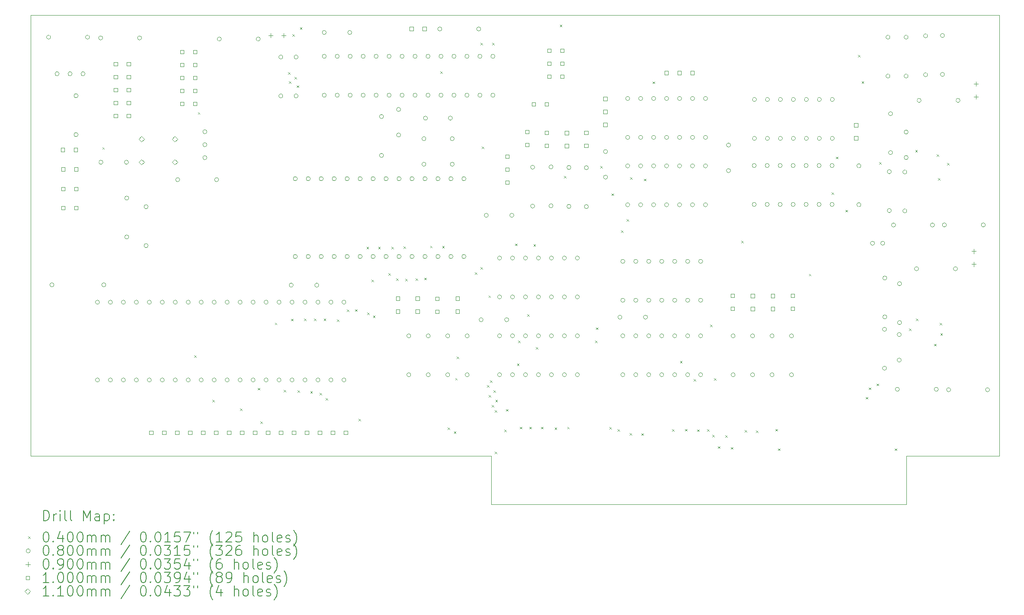
<source format=gbr>
%TF.GenerationSoftware,KiCad,Pcbnew,7.0.11+dfsg-1build4*%
%TF.CreationDate,2025-10-13T20:30:34-05:00*%
%TF.ProjectId,ISACard,49534143-6172-4642-9e6b-696361645f70,rev?*%
%TF.SameCoordinates,Original*%
%TF.FileFunction,Drillmap*%
%TF.FilePolarity,Positive*%
%FSLAX45Y45*%
G04 Gerber Fmt 4.5, Leading zero omitted, Abs format (unit mm)*
G04 Created by KiCad (PCBNEW 7.0.11+dfsg-1build4) date 2025-10-13 20:30:34*
%MOMM*%
%LPD*%
G01*
G04 APERTURE LIST*
%ADD10C,0.100000*%
%ADD11C,0.200000*%
%ADD12C,0.110000*%
G04 APERTURE END LIST*
D10*
X22243000Y-14801000D02*
X24070000Y-14801000D01*
X14115000Y-14799000D02*
X14115000Y-15751500D01*
X14115000Y-15751500D02*
X22243000Y-15751500D01*
X24070000Y-14801000D02*
X24070000Y-6165000D01*
X5098000Y-6163000D02*
X5098000Y-14799000D01*
X22243000Y-15751500D02*
X22243000Y-14801000D01*
X5098000Y-14799000D02*
X14115000Y-14799000D01*
X24070000Y-6165000D02*
X5098000Y-6163000D01*
D11*
D10*
X6503000Y-8753000D02*
X6543000Y-8793000D01*
X6543000Y-8753000D02*
X6503000Y-8793000D01*
X8301000Y-12831000D02*
X8341000Y-12871000D01*
X8341000Y-12831000D02*
X8301000Y-12871000D01*
X8374000Y-8067500D02*
X8414000Y-8107500D01*
X8414000Y-8067500D02*
X8374000Y-8107500D01*
X8660000Y-13704000D02*
X8700000Y-13744000D01*
X8700000Y-13704000D02*
X8660000Y-13744000D01*
X9199000Y-13870000D02*
X9239000Y-13910000D01*
X9239000Y-13870000D02*
X9199000Y-13910000D01*
X9546000Y-13470000D02*
X9586000Y-13510000D01*
X9586000Y-13470000D02*
X9546000Y-13510000D01*
X9599000Y-14125000D02*
X9639000Y-14165000D01*
X9639000Y-14125000D02*
X9599000Y-14165000D01*
X9881000Y-12191000D02*
X9921000Y-12231000D01*
X9921000Y-12191000D02*
X9881000Y-12231000D01*
X10056000Y-13509000D02*
X10096000Y-13549000D01*
X10096000Y-13509000D02*
X10056000Y-13549000D01*
X10143000Y-7283000D02*
X10183000Y-7323000D01*
X10183000Y-7283000D02*
X10143000Y-7323000D01*
X10159000Y-7462000D02*
X10199000Y-7502000D01*
X10199000Y-7462000D02*
X10159000Y-7502000D01*
X10198000Y-12114000D02*
X10238000Y-12154000D01*
X10238000Y-12114000D02*
X10198000Y-12154000D01*
X10226000Y-6537000D02*
X10266000Y-6577000D01*
X10266000Y-6537000D02*
X10226000Y-6577000D01*
X10269000Y-7376000D02*
X10309000Y-7416000D01*
X10309000Y-7376000D02*
X10269000Y-7416000D01*
X10307000Y-7542000D02*
X10347000Y-7582000D01*
X10347000Y-7542000D02*
X10307000Y-7582000D01*
X10327000Y-13518000D02*
X10367000Y-13558000D01*
X10367000Y-13518000D02*
X10327000Y-13558000D01*
X10372000Y-6406000D02*
X10412000Y-6446000D01*
X10412000Y-6406000D02*
X10372000Y-6446000D01*
X10451000Y-12109450D02*
X10491000Y-12149450D01*
X10491000Y-12109450D02*
X10451000Y-12149450D01*
X10577000Y-13535000D02*
X10617000Y-13575000D01*
X10617000Y-13535000D02*
X10577000Y-13575000D01*
X10647000Y-12109450D02*
X10687000Y-12149450D01*
X10687000Y-12109450D02*
X10647000Y-12149450D01*
X10757000Y-13566000D02*
X10797000Y-13606000D01*
X10797000Y-13566000D02*
X10757000Y-13606000D01*
X10839000Y-12109450D02*
X10879000Y-12149450D01*
X10879000Y-12109450D02*
X10839000Y-12149450D01*
X10878000Y-13667000D02*
X10918000Y-13707000D01*
X10918000Y-13667000D02*
X10878000Y-13707000D01*
X11094000Y-12124000D02*
X11134000Y-12164000D01*
X11134000Y-12124000D02*
X11094000Y-12164000D01*
X11292000Y-11934000D02*
X11332000Y-11974000D01*
X11332000Y-11934000D02*
X11292000Y-11974000D01*
X11455000Y-11929000D02*
X11495000Y-11969000D01*
X11495000Y-11929000D02*
X11455000Y-11969000D01*
X11523000Y-14077000D02*
X11563000Y-14117000D01*
X11563000Y-14077000D02*
X11523000Y-14117000D01*
X11677000Y-10705000D02*
X11717000Y-10745000D01*
X11717000Y-10705000D02*
X11677000Y-10745000D01*
X11690000Y-11991000D02*
X11730000Y-12031000D01*
X11730000Y-11991000D02*
X11690000Y-12031000D01*
X11773000Y-11351000D02*
X11813000Y-11391000D01*
X11813000Y-11351000D02*
X11773000Y-11391000D01*
X11804000Y-12053000D02*
X11844000Y-12093000D01*
X11844000Y-12053000D02*
X11804000Y-12093000D01*
X11905000Y-10702000D02*
X11945000Y-10742000D01*
X11945000Y-10702000D02*
X11905000Y-10742000D01*
X12104000Y-11222000D02*
X12144000Y-11262000D01*
X12144000Y-11222000D02*
X12104000Y-11262000D01*
X12166000Y-10703000D02*
X12206000Y-10743000D01*
X12206000Y-10703000D02*
X12166000Y-10743000D01*
X12255000Y-11321000D02*
X12295000Y-11361000D01*
X12295000Y-11321000D02*
X12255000Y-11361000D01*
X12398000Y-10695000D02*
X12438000Y-10735000D01*
X12438000Y-10695000D02*
X12398000Y-10735000D01*
X12435000Y-11331000D02*
X12475000Y-11371000D01*
X12475000Y-11331000D02*
X12435000Y-11371000D01*
X12638000Y-11320000D02*
X12678000Y-11360000D01*
X12678000Y-11320000D02*
X12638000Y-11360000D01*
X12805000Y-11310000D02*
X12845000Y-11350000D01*
X12845000Y-11310000D02*
X12805000Y-11350000D01*
X12921000Y-10683000D02*
X12961000Y-10723000D01*
X12961000Y-10683000D02*
X12921000Y-10723000D01*
X13119000Y-7266000D02*
X13159000Y-7306000D01*
X13159000Y-7266000D02*
X13119000Y-7306000D01*
X13159000Y-10687000D02*
X13199000Y-10727000D01*
X13199000Y-10687000D02*
X13159000Y-10727000D01*
X13262000Y-14243000D02*
X13302000Y-14283000D01*
X13302000Y-14243000D02*
X13262000Y-14283000D01*
X13386000Y-14319000D02*
X13426000Y-14359000D01*
X13426000Y-14319000D02*
X13386000Y-14359000D01*
X13412000Y-13275000D02*
X13452000Y-13315000D01*
X13452000Y-13275000D02*
X13412000Y-13315000D01*
X13444000Y-12855000D02*
X13484000Y-12895000D01*
X13484000Y-12855000D02*
X13444000Y-12895000D01*
X13800000Y-11206000D02*
X13840000Y-11246000D01*
X13840000Y-11206000D02*
X13800000Y-11246000D01*
X13907000Y-6709000D02*
X13947000Y-6749000D01*
X13947000Y-6709000D02*
X13907000Y-6749000D01*
X13907000Y-11100000D02*
X13947000Y-11140000D01*
X13947000Y-11100000D02*
X13907000Y-11140000D01*
X13934000Y-8738000D02*
X13974000Y-8778000D01*
X13974000Y-8738000D02*
X13934000Y-8778000D01*
X14035000Y-13414000D02*
X14075000Y-13454000D01*
X14075000Y-13414000D02*
X14035000Y-13454000D01*
X14065000Y-11656000D02*
X14105000Y-11696000D01*
X14105000Y-11656000D02*
X14065000Y-11696000D01*
X14070000Y-13608000D02*
X14110000Y-13648000D01*
X14110000Y-13608000D02*
X14070000Y-13648000D01*
X14091000Y-13321000D02*
X14131000Y-13361000D01*
X14131000Y-13321000D02*
X14091000Y-13361000D01*
X14129000Y-13803000D02*
X14169000Y-13843000D01*
X14169000Y-13803000D02*
X14129000Y-13843000D01*
X14139000Y-6706000D02*
X14179000Y-6746000D01*
X14179000Y-6706000D02*
X14139000Y-6746000D01*
X14162000Y-13518500D02*
X14202000Y-13558500D01*
X14202000Y-13518500D02*
X14162000Y-13558500D01*
X14188000Y-13908000D02*
X14228000Y-13948000D01*
X14228000Y-13908000D02*
X14188000Y-13948000D01*
X14189000Y-14720000D02*
X14229000Y-14760000D01*
X14229000Y-14720000D02*
X14189000Y-14760000D01*
X14199000Y-13704000D02*
X14239000Y-13744000D01*
X14239000Y-13704000D02*
X14199000Y-13744000D01*
X14373000Y-14284500D02*
X14413000Y-14324500D01*
X14413000Y-14284500D02*
X14373000Y-14324500D01*
X14407000Y-13885000D02*
X14447000Y-13925000D01*
X14447000Y-13885000D02*
X14407000Y-13925000D01*
X14583000Y-10642000D02*
X14623000Y-10682000D01*
X14623000Y-10642000D02*
X14583000Y-10682000D01*
X14623000Y-12989000D02*
X14663000Y-13029000D01*
X14663000Y-12989000D02*
X14623000Y-13029000D01*
X14642000Y-12541000D02*
X14682000Y-12581000D01*
X14682000Y-12541000D02*
X14642000Y-12581000D01*
X14676000Y-14231500D02*
X14716000Y-14271500D01*
X14716000Y-14231500D02*
X14676000Y-14271500D01*
X14819000Y-12025000D02*
X14859000Y-12065000D01*
X14859000Y-12025000D02*
X14819000Y-12065000D01*
X14865000Y-14231500D02*
X14905000Y-14271500D01*
X14905000Y-14231500D02*
X14865000Y-14271500D01*
X14945000Y-10654500D02*
X14985000Y-10694500D01*
X14985000Y-10654500D02*
X14945000Y-10694500D01*
X14990000Y-12671450D02*
X15030000Y-12711450D01*
X15030000Y-12671450D02*
X14990000Y-12711450D01*
X15091000Y-14231500D02*
X15131000Y-14271500D01*
X15131000Y-14231500D02*
X15091000Y-14271500D01*
X15360000Y-14245000D02*
X15400000Y-14285000D01*
X15400000Y-14245000D02*
X15360000Y-14285000D01*
X15461000Y-6355000D02*
X15501000Y-6395000D01*
X15501000Y-6355000D02*
X15461000Y-6395000D01*
X15543000Y-9316000D02*
X15583000Y-9356000D01*
X15583000Y-9316000D02*
X15543000Y-9356000D01*
X15606000Y-14231500D02*
X15646000Y-14271500D01*
X15646000Y-14231500D02*
X15606000Y-14271500D01*
X16152000Y-12543800D02*
X16192000Y-12583800D01*
X16192000Y-12543800D02*
X16152000Y-12583800D01*
X16167000Y-12283000D02*
X16207000Y-12323000D01*
X16207000Y-12283000D02*
X16167000Y-12323000D01*
X16255000Y-9120000D02*
X16295000Y-9160000D01*
X16295000Y-9120000D02*
X16255000Y-9160000D01*
X16432000Y-14238000D02*
X16472000Y-14278000D01*
X16472000Y-14238000D02*
X16432000Y-14278000D01*
X16473000Y-9660000D02*
X16513000Y-9700000D01*
X16513000Y-9660000D02*
X16473000Y-9700000D01*
X16591699Y-14277301D02*
X16631699Y-14317301D01*
X16631699Y-14277301D02*
X16591699Y-14317301D01*
X16659000Y-10385500D02*
X16699000Y-10425500D01*
X16699000Y-10385500D02*
X16659000Y-10425500D01*
X16768900Y-10160000D02*
X16808900Y-10200000D01*
X16808900Y-10160000D02*
X16768900Y-10200000D01*
X16829500Y-14356500D02*
X16869500Y-14396500D01*
X16869500Y-14356500D02*
X16829500Y-14396500D01*
X16838000Y-9340000D02*
X16878000Y-9380000D01*
X16878000Y-9340000D02*
X16838000Y-9380000D01*
X17055000Y-14359000D02*
X17095000Y-14399000D01*
X17095000Y-14359000D02*
X17055000Y-14399000D01*
X17109000Y-9372000D02*
X17149000Y-9412000D01*
X17149000Y-9372000D02*
X17109000Y-9412000D01*
X17277400Y-7465000D02*
X17317400Y-7505000D01*
X17317400Y-7465000D02*
X17277400Y-7505000D01*
X17658000Y-14275000D02*
X17698000Y-14315000D01*
X17698000Y-14275000D02*
X17658000Y-14315000D01*
X17814035Y-12940965D02*
X17854035Y-12980965D01*
X17854035Y-12940965D02*
X17814035Y-12980965D01*
X17914000Y-14273000D02*
X17954000Y-14313000D01*
X17954000Y-14273000D02*
X17914000Y-14313000D01*
X18081000Y-13298000D02*
X18121000Y-13338000D01*
X18121000Y-13298000D02*
X18081000Y-13338000D01*
X18152000Y-14282000D02*
X18192000Y-14322000D01*
X18192000Y-14282000D02*
X18152000Y-14322000D01*
X18345000Y-14275000D02*
X18385000Y-14315000D01*
X18385000Y-14275000D02*
X18345000Y-14315000D01*
X18402200Y-12225800D02*
X18442200Y-12265800D01*
X18442200Y-12225800D02*
X18402200Y-12265800D01*
X18448000Y-14385000D02*
X18488000Y-14425000D01*
X18488000Y-14385000D02*
X18448000Y-14425000D01*
X18478000Y-13276000D02*
X18518000Y-13316000D01*
X18518000Y-13276000D02*
X18478000Y-13316000D01*
X18556000Y-14612000D02*
X18596000Y-14652000D01*
X18596000Y-14612000D02*
X18556000Y-14652000D01*
X18697000Y-14396000D02*
X18737000Y-14436000D01*
X18737000Y-14396000D02*
X18697000Y-14436000D01*
X18807000Y-14628000D02*
X18847000Y-14668000D01*
X18847000Y-14628000D02*
X18807000Y-14668000D01*
X19011000Y-10589000D02*
X19051000Y-10629000D01*
X19051000Y-10589000D02*
X19011000Y-10629000D01*
X19080000Y-14295000D02*
X19120000Y-14335000D01*
X19120000Y-14295000D02*
X19080000Y-14335000D01*
X19299000Y-14305000D02*
X19339000Y-14345000D01*
X19339000Y-14305000D02*
X19299000Y-14345000D01*
X19681200Y-14273000D02*
X19721200Y-14313000D01*
X19721200Y-14273000D02*
X19681200Y-14313000D01*
X19732000Y-14654000D02*
X19772000Y-14694000D01*
X19772000Y-14654000D02*
X19732000Y-14694000D01*
X20337000Y-11234000D02*
X20377000Y-11274000D01*
X20377000Y-11234000D02*
X20337000Y-11274000D01*
X20784000Y-9636000D02*
X20824000Y-9676000D01*
X20824000Y-9636000D02*
X20784000Y-9676000D01*
X20865000Y-8940000D02*
X20905000Y-8980000D01*
X20905000Y-8940000D02*
X20865000Y-8980000D01*
X21052800Y-9980400D02*
X21092800Y-10020400D01*
X21092800Y-9980400D02*
X21052800Y-10020400D01*
X21297000Y-6947000D02*
X21337000Y-6987000D01*
X21337000Y-6947000D02*
X21297000Y-6987000D01*
X21370500Y-7464500D02*
X21410500Y-7504500D01*
X21410500Y-7464500D02*
X21370500Y-7504500D01*
X21449000Y-13647000D02*
X21489000Y-13687000D01*
X21489000Y-13647000D02*
X21449000Y-13687000D01*
X21510000Y-13460200D02*
X21550000Y-13500200D01*
X21550000Y-13460200D02*
X21510000Y-13500200D01*
X21662400Y-13384000D02*
X21702400Y-13424000D01*
X21702400Y-13384000D02*
X21662400Y-13424000D01*
X21715000Y-9047000D02*
X21755000Y-9087000D01*
X21755000Y-9047000D02*
X21715000Y-9087000D01*
X22018000Y-14654000D02*
X22058000Y-14694000D01*
X22058000Y-14654000D02*
X22018000Y-14694000D01*
X22298000Y-12303000D02*
X22338000Y-12343000D01*
X22338000Y-12303000D02*
X22298000Y-12343000D01*
X22420000Y-8806000D02*
X22460000Y-8846000D01*
X22460000Y-8806000D02*
X22420000Y-8846000D01*
X22433000Y-12112000D02*
X22473000Y-12152000D01*
X22473000Y-12112000D02*
X22433000Y-12152000D01*
X22787000Y-12606000D02*
X22827000Y-12646000D01*
X22827000Y-12606000D02*
X22787000Y-12646000D01*
X22837000Y-8891000D02*
X22877000Y-8931000D01*
X22877000Y-8891000D02*
X22837000Y-8931000D01*
X22865000Y-9361000D02*
X22905000Y-9401000D01*
X22905000Y-9361000D02*
X22865000Y-9401000D01*
X22902000Y-12193000D02*
X22942000Y-12233000D01*
X22942000Y-12193000D02*
X22902000Y-12233000D01*
X22912000Y-12397000D02*
X22952000Y-12437000D01*
X22952000Y-12397000D02*
X22912000Y-12437000D01*
X23046000Y-9065000D02*
X23086000Y-9105000D01*
X23086000Y-9065000D02*
X23046000Y-9105000D01*
X5491800Y-6596800D02*
G75*
G03*
X5411800Y-6596800I-40000J0D01*
G01*
X5411800Y-6596800D02*
G75*
G03*
X5491800Y-6596800I40000J0D01*
G01*
X5556000Y-11448000D02*
G75*
G03*
X5476000Y-11448000I-40000J0D01*
G01*
X5476000Y-11448000D02*
G75*
G03*
X5556000Y-11448000I40000J0D01*
G01*
X5657000Y-7313000D02*
G75*
G03*
X5577000Y-7313000I-40000J0D01*
G01*
X5577000Y-7313000D02*
G75*
G03*
X5657000Y-7313000I40000J0D01*
G01*
X5911000Y-7313000D02*
G75*
G03*
X5831000Y-7313000I-40000J0D01*
G01*
X5831000Y-7313000D02*
G75*
G03*
X5911000Y-7313000I40000J0D01*
G01*
X6028000Y-7744000D02*
G75*
G03*
X5948000Y-7744000I-40000J0D01*
G01*
X5948000Y-7744000D02*
G75*
G03*
X6028000Y-7744000I40000J0D01*
G01*
X6028000Y-8506000D02*
G75*
G03*
X5948000Y-8506000I-40000J0D01*
G01*
X5948000Y-8506000D02*
G75*
G03*
X6028000Y-8506000I40000J0D01*
G01*
X6165000Y-7313000D02*
G75*
G03*
X6085000Y-7313000I-40000J0D01*
G01*
X6085000Y-7313000D02*
G75*
G03*
X6165000Y-7313000I40000J0D01*
G01*
X6253800Y-6596800D02*
G75*
G03*
X6173800Y-6596800I-40000J0D01*
G01*
X6173800Y-6596800D02*
G75*
G03*
X6253800Y-6596800I40000J0D01*
G01*
X6448000Y-11788600D02*
G75*
G03*
X6368000Y-11788600I-40000J0D01*
G01*
X6368000Y-11788600D02*
G75*
G03*
X6448000Y-11788600I40000J0D01*
G01*
X6448000Y-13312600D02*
G75*
G03*
X6368000Y-13312600I-40000J0D01*
G01*
X6368000Y-13312600D02*
G75*
G03*
X6448000Y-13312600I40000J0D01*
G01*
X6510000Y-6612000D02*
G75*
G03*
X6430000Y-6612000I-40000J0D01*
G01*
X6430000Y-6612000D02*
G75*
G03*
X6510000Y-6612000I40000J0D01*
G01*
X6516000Y-9047000D02*
G75*
G03*
X6436000Y-9047000I-40000J0D01*
G01*
X6436000Y-9047000D02*
G75*
G03*
X6516000Y-9047000I40000J0D01*
G01*
X6572000Y-11448000D02*
G75*
G03*
X6492000Y-11448000I-40000J0D01*
G01*
X6492000Y-11448000D02*
G75*
G03*
X6572000Y-11448000I40000J0D01*
G01*
X6702000Y-11788600D02*
G75*
G03*
X6622000Y-11788600I-40000J0D01*
G01*
X6622000Y-11788600D02*
G75*
G03*
X6702000Y-11788600I40000J0D01*
G01*
X6702000Y-13312600D02*
G75*
G03*
X6622000Y-13312600I-40000J0D01*
G01*
X6622000Y-13312600D02*
G75*
G03*
X6702000Y-13312600I40000J0D01*
G01*
X6956000Y-11788600D02*
G75*
G03*
X6876000Y-11788600I-40000J0D01*
G01*
X6876000Y-11788600D02*
G75*
G03*
X6956000Y-11788600I40000J0D01*
G01*
X6956000Y-13312600D02*
G75*
G03*
X6876000Y-13312600I-40000J0D01*
G01*
X6876000Y-13312600D02*
G75*
G03*
X6956000Y-13312600I40000J0D01*
G01*
X7016000Y-9047000D02*
G75*
G03*
X6936000Y-9047000I-40000J0D01*
G01*
X6936000Y-9047000D02*
G75*
G03*
X7016000Y-9047000I40000J0D01*
G01*
X7021000Y-9749000D02*
G75*
G03*
X6941000Y-9749000I-40000J0D01*
G01*
X6941000Y-9749000D02*
G75*
G03*
X7021000Y-9749000I40000J0D01*
G01*
X7021000Y-10511000D02*
G75*
G03*
X6941000Y-10511000I-40000J0D01*
G01*
X6941000Y-10511000D02*
G75*
G03*
X7021000Y-10511000I40000J0D01*
G01*
X7210000Y-11788600D02*
G75*
G03*
X7130000Y-11788600I-40000J0D01*
G01*
X7130000Y-11788600D02*
G75*
G03*
X7210000Y-11788600I40000J0D01*
G01*
X7210000Y-13312600D02*
G75*
G03*
X7130000Y-13312600I-40000J0D01*
G01*
X7130000Y-13312600D02*
G75*
G03*
X7210000Y-13312600I40000J0D01*
G01*
X7272000Y-6612000D02*
G75*
G03*
X7192000Y-6612000I-40000J0D01*
G01*
X7192000Y-6612000D02*
G75*
G03*
X7272000Y-6612000I40000J0D01*
G01*
X7399000Y-9919000D02*
G75*
G03*
X7319000Y-9919000I-40000J0D01*
G01*
X7319000Y-9919000D02*
G75*
G03*
X7399000Y-9919000I40000J0D01*
G01*
X7399000Y-10681000D02*
G75*
G03*
X7319000Y-10681000I-40000J0D01*
G01*
X7319000Y-10681000D02*
G75*
G03*
X7399000Y-10681000I40000J0D01*
G01*
X7464000Y-11788600D02*
G75*
G03*
X7384000Y-11788600I-40000J0D01*
G01*
X7384000Y-11788600D02*
G75*
G03*
X7464000Y-11788600I40000J0D01*
G01*
X7464000Y-13312600D02*
G75*
G03*
X7384000Y-13312600I-40000J0D01*
G01*
X7384000Y-13312600D02*
G75*
G03*
X7464000Y-13312600I40000J0D01*
G01*
X7718000Y-11788600D02*
G75*
G03*
X7638000Y-11788600I-40000J0D01*
G01*
X7638000Y-11788600D02*
G75*
G03*
X7718000Y-11788600I40000J0D01*
G01*
X7718000Y-13312600D02*
G75*
G03*
X7638000Y-13312600I-40000J0D01*
G01*
X7638000Y-13312600D02*
G75*
G03*
X7718000Y-13312600I40000J0D01*
G01*
X7972000Y-11788600D02*
G75*
G03*
X7892000Y-11788600I-40000J0D01*
G01*
X7892000Y-11788600D02*
G75*
G03*
X7972000Y-11788600I40000J0D01*
G01*
X7972000Y-13312600D02*
G75*
G03*
X7892000Y-13312600I-40000J0D01*
G01*
X7892000Y-13312600D02*
G75*
G03*
X7972000Y-13312600I40000J0D01*
G01*
X8019000Y-9388000D02*
G75*
G03*
X7939000Y-9388000I-40000J0D01*
G01*
X7939000Y-9388000D02*
G75*
G03*
X8019000Y-9388000I40000J0D01*
G01*
X8226000Y-11788600D02*
G75*
G03*
X8146000Y-11788600I-40000J0D01*
G01*
X8146000Y-11788600D02*
G75*
G03*
X8226000Y-11788600I40000J0D01*
G01*
X8226000Y-13312600D02*
G75*
G03*
X8146000Y-13312600I-40000J0D01*
G01*
X8146000Y-13312600D02*
G75*
G03*
X8226000Y-13312600I40000J0D01*
G01*
X8480000Y-11788600D02*
G75*
G03*
X8400000Y-11788600I-40000J0D01*
G01*
X8400000Y-11788600D02*
G75*
G03*
X8480000Y-11788600I40000J0D01*
G01*
X8480000Y-13312600D02*
G75*
G03*
X8400000Y-13312600I-40000J0D01*
G01*
X8400000Y-13312600D02*
G75*
G03*
X8480000Y-13312600I40000J0D01*
G01*
X8551000Y-8450000D02*
G75*
G03*
X8471000Y-8450000I-40000J0D01*
G01*
X8471000Y-8450000D02*
G75*
G03*
X8551000Y-8450000I40000J0D01*
G01*
X8551000Y-8704000D02*
G75*
G03*
X8471000Y-8704000I-40000J0D01*
G01*
X8471000Y-8704000D02*
G75*
G03*
X8551000Y-8704000I40000J0D01*
G01*
X8551000Y-8958000D02*
G75*
G03*
X8471000Y-8958000I-40000J0D01*
G01*
X8471000Y-8958000D02*
G75*
G03*
X8551000Y-8958000I40000J0D01*
G01*
X8734000Y-11788600D02*
G75*
G03*
X8654000Y-11788600I-40000J0D01*
G01*
X8654000Y-11788600D02*
G75*
G03*
X8734000Y-11788600I40000J0D01*
G01*
X8734000Y-13312600D02*
G75*
G03*
X8654000Y-13312600I-40000J0D01*
G01*
X8654000Y-13312600D02*
G75*
G03*
X8734000Y-13312600I40000J0D01*
G01*
X8781000Y-9388000D02*
G75*
G03*
X8701000Y-9388000I-40000J0D01*
G01*
X8701000Y-9388000D02*
G75*
G03*
X8781000Y-9388000I40000J0D01*
G01*
X8834000Y-6633000D02*
G75*
G03*
X8754000Y-6633000I-40000J0D01*
G01*
X8754000Y-6633000D02*
G75*
G03*
X8834000Y-6633000I40000J0D01*
G01*
X8988000Y-11788600D02*
G75*
G03*
X8908000Y-11788600I-40000J0D01*
G01*
X8908000Y-11788600D02*
G75*
G03*
X8988000Y-11788600I40000J0D01*
G01*
X8988000Y-13312600D02*
G75*
G03*
X8908000Y-13312600I-40000J0D01*
G01*
X8908000Y-13312600D02*
G75*
G03*
X8988000Y-13312600I40000J0D01*
G01*
X9242000Y-11788600D02*
G75*
G03*
X9162000Y-11788600I-40000J0D01*
G01*
X9162000Y-11788600D02*
G75*
G03*
X9242000Y-11788600I40000J0D01*
G01*
X9242000Y-13312600D02*
G75*
G03*
X9162000Y-13312600I-40000J0D01*
G01*
X9162000Y-13312600D02*
G75*
G03*
X9242000Y-13312600I40000J0D01*
G01*
X9496000Y-11788600D02*
G75*
G03*
X9416000Y-11788600I-40000J0D01*
G01*
X9416000Y-11788600D02*
G75*
G03*
X9496000Y-11788600I40000J0D01*
G01*
X9496000Y-13312600D02*
G75*
G03*
X9416000Y-13312600I-40000J0D01*
G01*
X9416000Y-13312600D02*
G75*
G03*
X9496000Y-13312600I40000J0D01*
G01*
X9596000Y-6633000D02*
G75*
G03*
X9516000Y-6633000I-40000J0D01*
G01*
X9516000Y-6633000D02*
G75*
G03*
X9596000Y-6633000I40000J0D01*
G01*
X9750000Y-11788600D02*
G75*
G03*
X9670000Y-11788600I-40000J0D01*
G01*
X9670000Y-11788600D02*
G75*
G03*
X9750000Y-11788600I40000J0D01*
G01*
X9750000Y-13312600D02*
G75*
G03*
X9670000Y-13312600I-40000J0D01*
G01*
X9670000Y-13312600D02*
G75*
G03*
X9750000Y-13312600I40000J0D01*
G01*
X10004000Y-11788600D02*
G75*
G03*
X9924000Y-11788600I-40000J0D01*
G01*
X9924000Y-11788600D02*
G75*
G03*
X10004000Y-11788600I40000J0D01*
G01*
X10004000Y-13312600D02*
G75*
G03*
X9924000Y-13312600I-40000J0D01*
G01*
X9924000Y-13312600D02*
G75*
G03*
X10004000Y-13312600I40000J0D01*
G01*
X10038000Y-6986000D02*
G75*
G03*
X9958000Y-6986000I-40000J0D01*
G01*
X9958000Y-6986000D02*
G75*
G03*
X10038000Y-6986000I40000J0D01*
G01*
X10038000Y-7748000D02*
G75*
G03*
X9958000Y-7748000I-40000J0D01*
G01*
X9958000Y-7748000D02*
G75*
G03*
X10038000Y-7748000I40000J0D01*
G01*
X10242000Y-11454000D02*
G75*
G03*
X10162000Y-11454000I-40000J0D01*
G01*
X10162000Y-11454000D02*
G75*
G03*
X10242000Y-11454000I40000J0D01*
G01*
X10258000Y-11788600D02*
G75*
G03*
X10178000Y-11788600I-40000J0D01*
G01*
X10178000Y-11788600D02*
G75*
G03*
X10258000Y-11788600I40000J0D01*
G01*
X10258000Y-13312600D02*
G75*
G03*
X10178000Y-13312600I-40000J0D01*
G01*
X10178000Y-13312600D02*
G75*
G03*
X10258000Y-13312600I40000J0D01*
G01*
X10321000Y-9370000D02*
G75*
G03*
X10241000Y-9370000I-40000J0D01*
G01*
X10241000Y-9370000D02*
G75*
G03*
X10321000Y-9370000I40000J0D01*
G01*
X10321000Y-10894000D02*
G75*
G03*
X10241000Y-10894000I-40000J0D01*
G01*
X10241000Y-10894000D02*
G75*
G03*
X10321000Y-10894000I40000J0D01*
G01*
X10337000Y-6986000D02*
G75*
G03*
X10257000Y-6986000I-40000J0D01*
G01*
X10257000Y-6986000D02*
G75*
G03*
X10337000Y-6986000I40000J0D01*
G01*
X10337000Y-7748000D02*
G75*
G03*
X10257000Y-7748000I-40000J0D01*
G01*
X10257000Y-7748000D02*
G75*
G03*
X10337000Y-7748000I40000J0D01*
G01*
X10512000Y-11788600D02*
G75*
G03*
X10432000Y-11788600I-40000J0D01*
G01*
X10432000Y-11788600D02*
G75*
G03*
X10512000Y-11788600I40000J0D01*
G01*
X10512000Y-13312600D02*
G75*
G03*
X10432000Y-13312600I-40000J0D01*
G01*
X10432000Y-13312600D02*
G75*
G03*
X10512000Y-13312600I40000J0D01*
G01*
X10575000Y-9370000D02*
G75*
G03*
X10495000Y-9370000I-40000J0D01*
G01*
X10495000Y-9370000D02*
G75*
G03*
X10575000Y-9370000I40000J0D01*
G01*
X10575000Y-10894000D02*
G75*
G03*
X10495000Y-10894000I-40000J0D01*
G01*
X10495000Y-10894000D02*
G75*
G03*
X10575000Y-10894000I40000J0D01*
G01*
X10742000Y-11454000D02*
G75*
G03*
X10662000Y-11454000I-40000J0D01*
G01*
X10662000Y-11454000D02*
G75*
G03*
X10742000Y-11454000I40000J0D01*
G01*
X10766000Y-11788600D02*
G75*
G03*
X10686000Y-11788600I-40000J0D01*
G01*
X10686000Y-11788600D02*
G75*
G03*
X10766000Y-11788600I40000J0D01*
G01*
X10766000Y-13312600D02*
G75*
G03*
X10686000Y-13312600I-40000J0D01*
G01*
X10686000Y-13312600D02*
G75*
G03*
X10766000Y-13312600I40000J0D01*
G01*
X10829000Y-9370000D02*
G75*
G03*
X10749000Y-9370000I-40000J0D01*
G01*
X10749000Y-9370000D02*
G75*
G03*
X10829000Y-9370000I40000J0D01*
G01*
X10829000Y-10894000D02*
G75*
G03*
X10749000Y-10894000I-40000J0D01*
G01*
X10749000Y-10894000D02*
G75*
G03*
X10829000Y-10894000I40000J0D01*
G01*
X10888000Y-6505000D02*
G75*
G03*
X10808000Y-6505000I-40000J0D01*
G01*
X10808000Y-6505000D02*
G75*
G03*
X10888000Y-6505000I40000J0D01*
G01*
X10888000Y-6972000D02*
G75*
G03*
X10808000Y-6972000I-40000J0D01*
G01*
X10808000Y-6972000D02*
G75*
G03*
X10888000Y-6972000I40000J0D01*
G01*
X10888000Y-7734000D02*
G75*
G03*
X10808000Y-7734000I-40000J0D01*
G01*
X10808000Y-7734000D02*
G75*
G03*
X10888000Y-7734000I40000J0D01*
G01*
X11020000Y-11788600D02*
G75*
G03*
X10940000Y-11788600I-40000J0D01*
G01*
X10940000Y-11788600D02*
G75*
G03*
X11020000Y-11788600I40000J0D01*
G01*
X11020000Y-13312600D02*
G75*
G03*
X10940000Y-13312600I-40000J0D01*
G01*
X10940000Y-13312600D02*
G75*
G03*
X11020000Y-13312600I40000J0D01*
G01*
X11083000Y-9370000D02*
G75*
G03*
X11003000Y-9370000I-40000J0D01*
G01*
X11003000Y-9370000D02*
G75*
G03*
X11083000Y-9370000I40000J0D01*
G01*
X11083000Y-10894000D02*
G75*
G03*
X11003000Y-10894000I-40000J0D01*
G01*
X11003000Y-10894000D02*
G75*
G03*
X11083000Y-10894000I40000J0D01*
G01*
X11142000Y-6972000D02*
G75*
G03*
X11062000Y-6972000I-40000J0D01*
G01*
X11062000Y-6972000D02*
G75*
G03*
X11142000Y-6972000I40000J0D01*
G01*
X11142000Y-7734000D02*
G75*
G03*
X11062000Y-7734000I-40000J0D01*
G01*
X11062000Y-7734000D02*
G75*
G03*
X11142000Y-7734000I40000J0D01*
G01*
X11274000Y-11788600D02*
G75*
G03*
X11194000Y-11788600I-40000J0D01*
G01*
X11194000Y-11788600D02*
G75*
G03*
X11274000Y-11788600I40000J0D01*
G01*
X11274000Y-13312600D02*
G75*
G03*
X11194000Y-13312600I-40000J0D01*
G01*
X11194000Y-13312600D02*
G75*
G03*
X11274000Y-13312600I40000J0D01*
G01*
X11337000Y-9370000D02*
G75*
G03*
X11257000Y-9370000I-40000J0D01*
G01*
X11257000Y-9370000D02*
G75*
G03*
X11337000Y-9370000I40000J0D01*
G01*
X11337000Y-10894000D02*
G75*
G03*
X11257000Y-10894000I-40000J0D01*
G01*
X11257000Y-10894000D02*
G75*
G03*
X11337000Y-10894000I40000J0D01*
G01*
X11388000Y-6505000D02*
G75*
G03*
X11308000Y-6505000I-40000J0D01*
G01*
X11308000Y-6505000D02*
G75*
G03*
X11388000Y-6505000I40000J0D01*
G01*
X11396000Y-6972000D02*
G75*
G03*
X11316000Y-6972000I-40000J0D01*
G01*
X11316000Y-6972000D02*
G75*
G03*
X11396000Y-6972000I40000J0D01*
G01*
X11396000Y-7734000D02*
G75*
G03*
X11316000Y-7734000I-40000J0D01*
G01*
X11316000Y-7734000D02*
G75*
G03*
X11396000Y-7734000I40000J0D01*
G01*
X11591000Y-9370000D02*
G75*
G03*
X11511000Y-9370000I-40000J0D01*
G01*
X11511000Y-9370000D02*
G75*
G03*
X11591000Y-9370000I40000J0D01*
G01*
X11591000Y-10894000D02*
G75*
G03*
X11511000Y-10894000I-40000J0D01*
G01*
X11511000Y-10894000D02*
G75*
G03*
X11591000Y-10894000I40000J0D01*
G01*
X11650000Y-6972000D02*
G75*
G03*
X11570000Y-6972000I-40000J0D01*
G01*
X11570000Y-6972000D02*
G75*
G03*
X11650000Y-6972000I40000J0D01*
G01*
X11650000Y-7734000D02*
G75*
G03*
X11570000Y-7734000I-40000J0D01*
G01*
X11570000Y-7734000D02*
G75*
G03*
X11650000Y-7734000I40000J0D01*
G01*
X11845000Y-9370000D02*
G75*
G03*
X11765000Y-9370000I-40000J0D01*
G01*
X11765000Y-9370000D02*
G75*
G03*
X11845000Y-9370000I40000J0D01*
G01*
X11845000Y-10894000D02*
G75*
G03*
X11765000Y-10894000I-40000J0D01*
G01*
X11765000Y-10894000D02*
G75*
G03*
X11845000Y-10894000I40000J0D01*
G01*
X11904000Y-6972000D02*
G75*
G03*
X11824000Y-6972000I-40000J0D01*
G01*
X11824000Y-6972000D02*
G75*
G03*
X11904000Y-6972000I40000J0D01*
G01*
X11904000Y-7734000D02*
G75*
G03*
X11824000Y-7734000I-40000J0D01*
G01*
X11824000Y-7734000D02*
G75*
G03*
X11904000Y-7734000I40000J0D01*
G01*
X12009000Y-8151000D02*
G75*
G03*
X11929000Y-8151000I-40000J0D01*
G01*
X11929000Y-8151000D02*
G75*
G03*
X12009000Y-8151000I40000J0D01*
G01*
X12009000Y-8913000D02*
G75*
G03*
X11929000Y-8913000I-40000J0D01*
G01*
X11929000Y-8913000D02*
G75*
G03*
X12009000Y-8913000I40000J0D01*
G01*
X12099000Y-9370000D02*
G75*
G03*
X12019000Y-9370000I-40000J0D01*
G01*
X12019000Y-9370000D02*
G75*
G03*
X12099000Y-9370000I40000J0D01*
G01*
X12099000Y-10894000D02*
G75*
G03*
X12019000Y-10894000I-40000J0D01*
G01*
X12019000Y-10894000D02*
G75*
G03*
X12099000Y-10894000I40000J0D01*
G01*
X12158000Y-6972000D02*
G75*
G03*
X12078000Y-6972000I-40000J0D01*
G01*
X12078000Y-6972000D02*
G75*
G03*
X12158000Y-6972000I40000J0D01*
G01*
X12158000Y-7734000D02*
G75*
G03*
X12078000Y-7734000I-40000J0D01*
G01*
X12078000Y-7734000D02*
G75*
G03*
X12158000Y-7734000I40000J0D01*
G01*
X12344000Y-8013000D02*
G75*
G03*
X12264000Y-8013000I-40000J0D01*
G01*
X12264000Y-8013000D02*
G75*
G03*
X12344000Y-8013000I40000J0D01*
G01*
X12344000Y-8513000D02*
G75*
G03*
X12264000Y-8513000I-40000J0D01*
G01*
X12264000Y-8513000D02*
G75*
G03*
X12344000Y-8513000I40000J0D01*
G01*
X12353000Y-9370000D02*
G75*
G03*
X12273000Y-9370000I-40000J0D01*
G01*
X12273000Y-9370000D02*
G75*
G03*
X12353000Y-9370000I40000J0D01*
G01*
X12353000Y-10894000D02*
G75*
G03*
X12273000Y-10894000I-40000J0D01*
G01*
X12273000Y-10894000D02*
G75*
G03*
X12353000Y-10894000I40000J0D01*
G01*
X12412000Y-6972000D02*
G75*
G03*
X12332000Y-6972000I-40000J0D01*
G01*
X12332000Y-6972000D02*
G75*
G03*
X12412000Y-6972000I40000J0D01*
G01*
X12412000Y-7734000D02*
G75*
G03*
X12332000Y-7734000I-40000J0D01*
G01*
X12332000Y-7734000D02*
G75*
G03*
X12412000Y-7734000I40000J0D01*
G01*
X12544000Y-12449000D02*
G75*
G03*
X12464000Y-12449000I-40000J0D01*
G01*
X12464000Y-12449000D02*
G75*
G03*
X12544000Y-12449000I40000J0D01*
G01*
X12544000Y-13211000D02*
G75*
G03*
X12464000Y-13211000I-40000J0D01*
G01*
X12464000Y-13211000D02*
G75*
G03*
X12544000Y-13211000I40000J0D01*
G01*
X12607000Y-9370000D02*
G75*
G03*
X12527000Y-9370000I-40000J0D01*
G01*
X12527000Y-9370000D02*
G75*
G03*
X12607000Y-9370000I40000J0D01*
G01*
X12607000Y-10894000D02*
G75*
G03*
X12527000Y-10894000I-40000J0D01*
G01*
X12527000Y-10894000D02*
G75*
G03*
X12607000Y-10894000I40000J0D01*
G01*
X12666000Y-6972000D02*
G75*
G03*
X12586000Y-6972000I-40000J0D01*
G01*
X12586000Y-6972000D02*
G75*
G03*
X12666000Y-6972000I40000J0D01*
G01*
X12666000Y-7734000D02*
G75*
G03*
X12586000Y-7734000I-40000J0D01*
G01*
X12586000Y-7734000D02*
G75*
G03*
X12666000Y-7734000I40000J0D01*
G01*
X12840000Y-8586000D02*
G75*
G03*
X12760000Y-8586000I-40000J0D01*
G01*
X12760000Y-8586000D02*
G75*
G03*
X12840000Y-8586000I40000J0D01*
G01*
X12840000Y-9086000D02*
G75*
G03*
X12760000Y-9086000I-40000J0D01*
G01*
X12760000Y-9086000D02*
G75*
G03*
X12840000Y-9086000I40000J0D01*
G01*
X12861000Y-9370000D02*
G75*
G03*
X12781000Y-9370000I-40000J0D01*
G01*
X12781000Y-9370000D02*
G75*
G03*
X12861000Y-9370000I40000J0D01*
G01*
X12861000Y-10894000D02*
G75*
G03*
X12781000Y-10894000I-40000J0D01*
G01*
X12781000Y-10894000D02*
G75*
G03*
X12861000Y-10894000I40000J0D01*
G01*
X12870000Y-8183000D02*
G75*
G03*
X12790000Y-8183000I-40000J0D01*
G01*
X12790000Y-8183000D02*
G75*
G03*
X12870000Y-8183000I40000J0D01*
G01*
X12920000Y-6972000D02*
G75*
G03*
X12840000Y-6972000I-40000J0D01*
G01*
X12840000Y-6972000D02*
G75*
G03*
X12920000Y-6972000I40000J0D01*
G01*
X12920000Y-7734000D02*
G75*
G03*
X12840000Y-7734000I-40000J0D01*
G01*
X12840000Y-7734000D02*
G75*
G03*
X12920000Y-7734000I40000J0D01*
G01*
X12925000Y-12449000D02*
G75*
G03*
X12845000Y-12449000I-40000J0D01*
G01*
X12845000Y-12449000D02*
G75*
G03*
X12925000Y-12449000I40000J0D01*
G01*
X12925000Y-13211000D02*
G75*
G03*
X12845000Y-13211000I-40000J0D01*
G01*
X12845000Y-13211000D02*
G75*
G03*
X12925000Y-13211000I40000J0D01*
G01*
X13115000Y-9370000D02*
G75*
G03*
X13035000Y-9370000I-40000J0D01*
G01*
X13035000Y-9370000D02*
G75*
G03*
X13115000Y-9370000I40000J0D01*
G01*
X13115000Y-10894000D02*
G75*
G03*
X13035000Y-10894000I-40000J0D01*
G01*
X13035000Y-10894000D02*
G75*
G03*
X13115000Y-10894000I40000J0D01*
G01*
X13150000Y-6437000D02*
G75*
G03*
X13070000Y-6437000I-40000J0D01*
G01*
X13070000Y-6437000D02*
G75*
G03*
X13150000Y-6437000I40000J0D01*
G01*
X13174000Y-6972000D02*
G75*
G03*
X13094000Y-6972000I-40000J0D01*
G01*
X13094000Y-6972000D02*
G75*
G03*
X13174000Y-6972000I40000J0D01*
G01*
X13174000Y-7734000D02*
G75*
G03*
X13094000Y-7734000I-40000J0D01*
G01*
X13094000Y-7734000D02*
G75*
G03*
X13174000Y-7734000I40000J0D01*
G01*
X13306000Y-12449000D02*
G75*
G03*
X13226000Y-12449000I-40000J0D01*
G01*
X13226000Y-12449000D02*
G75*
G03*
X13306000Y-12449000I40000J0D01*
G01*
X13306000Y-13211000D02*
G75*
G03*
X13226000Y-13211000I-40000J0D01*
G01*
X13226000Y-13211000D02*
G75*
G03*
X13306000Y-13211000I40000J0D01*
G01*
X13358000Y-8183000D02*
G75*
G03*
X13278000Y-8183000I-40000J0D01*
G01*
X13278000Y-8183000D02*
G75*
G03*
X13358000Y-8183000I40000J0D01*
G01*
X13369000Y-9370000D02*
G75*
G03*
X13289000Y-9370000I-40000J0D01*
G01*
X13289000Y-9370000D02*
G75*
G03*
X13369000Y-9370000I40000J0D01*
G01*
X13369000Y-10894000D02*
G75*
G03*
X13289000Y-10894000I-40000J0D01*
G01*
X13289000Y-10894000D02*
G75*
G03*
X13369000Y-10894000I40000J0D01*
G01*
X13394000Y-8586000D02*
G75*
G03*
X13314000Y-8586000I-40000J0D01*
G01*
X13314000Y-8586000D02*
G75*
G03*
X13394000Y-8586000I40000J0D01*
G01*
X13394000Y-9086000D02*
G75*
G03*
X13314000Y-9086000I-40000J0D01*
G01*
X13314000Y-9086000D02*
G75*
G03*
X13394000Y-9086000I40000J0D01*
G01*
X13428000Y-6972000D02*
G75*
G03*
X13348000Y-6972000I-40000J0D01*
G01*
X13348000Y-6972000D02*
G75*
G03*
X13428000Y-6972000I40000J0D01*
G01*
X13428000Y-7734000D02*
G75*
G03*
X13348000Y-7734000I-40000J0D01*
G01*
X13348000Y-7734000D02*
G75*
G03*
X13428000Y-7734000I40000J0D01*
G01*
X13623000Y-9370000D02*
G75*
G03*
X13543000Y-9370000I-40000J0D01*
G01*
X13543000Y-9370000D02*
G75*
G03*
X13623000Y-9370000I40000J0D01*
G01*
X13623000Y-10894000D02*
G75*
G03*
X13543000Y-10894000I-40000J0D01*
G01*
X13543000Y-10894000D02*
G75*
G03*
X13623000Y-10894000I40000J0D01*
G01*
X13682000Y-6972000D02*
G75*
G03*
X13602000Y-6972000I-40000J0D01*
G01*
X13602000Y-6972000D02*
G75*
G03*
X13682000Y-6972000I40000J0D01*
G01*
X13682000Y-7734000D02*
G75*
G03*
X13602000Y-7734000I-40000J0D01*
G01*
X13602000Y-7734000D02*
G75*
G03*
X13682000Y-7734000I40000J0D01*
G01*
X13687000Y-12449000D02*
G75*
G03*
X13607000Y-12449000I-40000J0D01*
G01*
X13607000Y-12449000D02*
G75*
G03*
X13687000Y-12449000I40000J0D01*
G01*
X13687000Y-13211000D02*
G75*
G03*
X13607000Y-13211000I-40000J0D01*
G01*
X13607000Y-13211000D02*
G75*
G03*
X13687000Y-13211000I40000J0D01*
G01*
X13912000Y-6437000D02*
G75*
G03*
X13832000Y-6437000I-40000J0D01*
G01*
X13832000Y-6437000D02*
G75*
G03*
X13912000Y-6437000I40000J0D01*
G01*
X13936000Y-6972000D02*
G75*
G03*
X13856000Y-6972000I-40000J0D01*
G01*
X13856000Y-6972000D02*
G75*
G03*
X13936000Y-6972000I40000J0D01*
G01*
X13936000Y-7734000D02*
G75*
G03*
X13856000Y-7734000I-40000J0D01*
G01*
X13856000Y-7734000D02*
G75*
G03*
X13936000Y-7734000I40000J0D01*
G01*
X13959800Y-12132000D02*
G75*
G03*
X13879800Y-12132000I-40000J0D01*
G01*
X13879800Y-12132000D02*
G75*
G03*
X13959800Y-12132000I40000J0D01*
G01*
X14061000Y-10087000D02*
G75*
G03*
X13981000Y-10087000I-40000J0D01*
G01*
X13981000Y-10087000D02*
G75*
G03*
X14061000Y-10087000I40000J0D01*
G01*
X14190000Y-6972000D02*
G75*
G03*
X14110000Y-6972000I-40000J0D01*
G01*
X14110000Y-6972000D02*
G75*
G03*
X14190000Y-6972000I40000J0D01*
G01*
X14190000Y-7734000D02*
G75*
G03*
X14110000Y-7734000I-40000J0D01*
G01*
X14110000Y-7734000D02*
G75*
G03*
X14190000Y-7734000I40000J0D01*
G01*
X14321500Y-10924000D02*
G75*
G03*
X14241500Y-10924000I-40000J0D01*
G01*
X14241500Y-10924000D02*
G75*
G03*
X14321500Y-10924000I40000J0D01*
G01*
X14321500Y-11686000D02*
G75*
G03*
X14241500Y-11686000I-40000J0D01*
G01*
X14241500Y-11686000D02*
G75*
G03*
X14321500Y-11686000I40000J0D01*
G01*
X14321500Y-12448000D02*
G75*
G03*
X14241500Y-12448000I-40000J0D01*
G01*
X14241500Y-12448000D02*
G75*
G03*
X14321500Y-12448000I40000J0D01*
G01*
X14321500Y-13210000D02*
G75*
G03*
X14241500Y-13210000I-40000J0D01*
G01*
X14241500Y-13210000D02*
G75*
G03*
X14321500Y-13210000I40000J0D01*
G01*
X14459800Y-12132000D02*
G75*
G03*
X14379800Y-12132000I-40000J0D01*
G01*
X14379800Y-12132000D02*
G75*
G03*
X14459800Y-12132000I40000J0D01*
G01*
X14561000Y-10087000D02*
G75*
G03*
X14481000Y-10087000I-40000J0D01*
G01*
X14481000Y-10087000D02*
G75*
G03*
X14561000Y-10087000I40000J0D01*
G01*
X14575500Y-10924000D02*
G75*
G03*
X14495500Y-10924000I-40000J0D01*
G01*
X14495500Y-10924000D02*
G75*
G03*
X14575500Y-10924000I40000J0D01*
G01*
X14575500Y-11686000D02*
G75*
G03*
X14495500Y-11686000I-40000J0D01*
G01*
X14495500Y-11686000D02*
G75*
G03*
X14575500Y-11686000I40000J0D01*
G01*
X14575500Y-12448000D02*
G75*
G03*
X14495500Y-12448000I-40000J0D01*
G01*
X14495500Y-12448000D02*
G75*
G03*
X14575500Y-12448000I40000J0D01*
G01*
X14575500Y-13210000D02*
G75*
G03*
X14495500Y-13210000I-40000J0D01*
G01*
X14495500Y-13210000D02*
G75*
G03*
X14575500Y-13210000I40000J0D01*
G01*
X14829500Y-10924000D02*
G75*
G03*
X14749500Y-10924000I-40000J0D01*
G01*
X14749500Y-10924000D02*
G75*
G03*
X14829500Y-10924000I40000J0D01*
G01*
X14829500Y-11686000D02*
G75*
G03*
X14749500Y-11686000I-40000J0D01*
G01*
X14749500Y-11686000D02*
G75*
G03*
X14829500Y-11686000I40000J0D01*
G01*
X14829500Y-12448000D02*
G75*
G03*
X14749500Y-12448000I-40000J0D01*
G01*
X14749500Y-12448000D02*
G75*
G03*
X14829500Y-12448000I40000J0D01*
G01*
X14829500Y-13210000D02*
G75*
G03*
X14749500Y-13210000I-40000J0D01*
G01*
X14749500Y-13210000D02*
G75*
G03*
X14829500Y-13210000I40000J0D01*
G01*
X14968000Y-9144000D02*
G75*
G03*
X14888000Y-9144000I-40000J0D01*
G01*
X14888000Y-9144000D02*
G75*
G03*
X14968000Y-9144000I40000J0D01*
G01*
X14968000Y-9906000D02*
G75*
G03*
X14888000Y-9906000I-40000J0D01*
G01*
X14888000Y-9906000D02*
G75*
G03*
X14968000Y-9906000I40000J0D01*
G01*
X15083500Y-10924000D02*
G75*
G03*
X15003500Y-10924000I-40000J0D01*
G01*
X15003500Y-10924000D02*
G75*
G03*
X15083500Y-10924000I40000J0D01*
G01*
X15083500Y-11686000D02*
G75*
G03*
X15003500Y-11686000I-40000J0D01*
G01*
X15003500Y-11686000D02*
G75*
G03*
X15083500Y-11686000I40000J0D01*
G01*
X15083500Y-12448000D02*
G75*
G03*
X15003500Y-12448000I-40000J0D01*
G01*
X15003500Y-12448000D02*
G75*
G03*
X15083500Y-12448000I40000J0D01*
G01*
X15083500Y-13210000D02*
G75*
G03*
X15003500Y-13210000I-40000J0D01*
G01*
X15003500Y-13210000D02*
G75*
G03*
X15083500Y-13210000I40000J0D01*
G01*
X15328000Y-9139000D02*
G75*
G03*
X15248000Y-9139000I-40000J0D01*
G01*
X15248000Y-9139000D02*
G75*
G03*
X15328000Y-9139000I40000J0D01*
G01*
X15328000Y-9901000D02*
G75*
G03*
X15248000Y-9901000I-40000J0D01*
G01*
X15248000Y-9901000D02*
G75*
G03*
X15328000Y-9901000I40000J0D01*
G01*
X15337500Y-10924000D02*
G75*
G03*
X15257500Y-10924000I-40000J0D01*
G01*
X15257500Y-10924000D02*
G75*
G03*
X15337500Y-10924000I40000J0D01*
G01*
X15337500Y-11686000D02*
G75*
G03*
X15257500Y-11686000I-40000J0D01*
G01*
X15257500Y-11686000D02*
G75*
G03*
X15337500Y-11686000I40000J0D01*
G01*
X15337500Y-12448000D02*
G75*
G03*
X15257500Y-12448000I-40000J0D01*
G01*
X15257500Y-12448000D02*
G75*
G03*
X15337500Y-12448000I40000J0D01*
G01*
X15337500Y-13210000D02*
G75*
G03*
X15257500Y-13210000I-40000J0D01*
G01*
X15257500Y-13210000D02*
G75*
G03*
X15337500Y-13210000I40000J0D01*
G01*
X15591500Y-10924000D02*
G75*
G03*
X15511500Y-10924000I-40000J0D01*
G01*
X15511500Y-10924000D02*
G75*
G03*
X15591500Y-10924000I40000J0D01*
G01*
X15591500Y-11686000D02*
G75*
G03*
X15511500Y-11686000I-40000J0D01*
G01*
X15511500Y-11686000D02*
G75*
G03*
X15591500Y-11686000I40000J0D01*
G01*
X15591500Y-12448000D02*
G75*
G03*
X15511500Y-12448000I-40000J0D01*
G01*
X15511500Y-12448000D02*
G75*
G03*
X15591500Y-12448000I40000J0D01*
G01*
X15591500Y-13210000D02*
G75*
G03*
X15511500Y-13210000I-40000J0D01*
G01*
X15511500Y-13210000D02*
G75*
G03*
X15591500Y-13210000I40000J0D01*
G01*
X15679000Y-9150000D02*
G75*
G03*
X15599000Y-9150000I-40000J0D01*
G01*
X15599000Y-9150000D02*
G75*
G03*
X15679000Y-9150000I40000J0D01*
G01*
X15679000Y-9912000D02*
G75*
G03*
X15599000Y-9912000I-40000J0D01*
G01*
X15599000Y-9912000D02*
G75*
G03*
X15679000Y-9912000I40000J0D01*
G01*
X15845500Y-10924000D02*
G75*
G03*
X15765500Y-10924000I-40000J0D01*
G01*
X15765500Y-10924000D02*
G75*
G03*
X15845500Y-10924000I40000J0D01*
G01*
X15845500Y-11686000D02*
G75*
G03*
X15765500Y-11686000I-40000J0D01*
G01*
X15765500Y-11686000D02*
G75*
G03*
X15845500Y-11686000I40000J0D01*
G01*
X15845500Y-12448000D02*
G75*
G03*
X15765500Y-12448000I-40000J0D01*
G01*
X15765500Y-12448000D02*
G75*
G03*
X15845500Y-12448000I40000J0D01*
G01*
X15845500Y-13210000D02*
G75*
G03*
X15765500Y-13210000I-40000J0D01*
G01*
X15765500Y-13210000D02*
G75*
G03*
X15845500Y-13210000I40000J0D01*
G01*
X16020000Y-9155000D02*
G75*
G03*
X15940000Y-9155000I-40000J0D01*
G01*
X15940000Y-9155000D02*
G75*
G03*
X16020000Y-9155000I40000J0D01*
G01*
X16020000Y-9917000D02*
G75*
G03*
X15940000Y-9917000I-40000J0D01*
G01*
X15940000Y-9917000D02*
G75*
G03*
X16020000Y-9917000I40000J0D01*
G01*
X16396000Y-8838000D02*
G75*
G03*
X16316000Y-8838000I-40000J0D01*
G01*
X16316000Y-8838000D02*
G75*
G03*
X16396000Y-8838000I40000J0D01*
G01*
X16396000Y-9338000D02*
G75*
G03*
X16316000Y-9338000I-40000J0D01*
G01*
X16316000Y-9338000D02*
G75*
G03*
X16396000Y-9338000I40000J0D01*
G01*
X16677600Y-12081200D02*
G75*
G03*
X16597600Y-12081200I-40000J0D01*
G01*
X16597600Y-12081200D02*
G75*
G03*
X16677600Y-12081200I40000J0D01*
G01*
X16734500Y-12448000D02*
G75*
G03*
X16654500Y-12448000I-40000J0D01*
G01*
X16654500Y-12448000D02*
G75*
G03*
X16734500Y-12448000I40000J0D01*
G01*
X16734500Y-13210000D02*
G75*
G03*
X16654500Y-13210000I-40000J0D01*
G01*
X16654500Y-13210000D02*
G75*
G03*
X16734500Y-13210000I40000J0D01*
G01*
X16735000Y-10988500D02*
G75*
G03*
X16655000Y-10988500I-40000J0D01*
G01*
X16655000Y-10988500D02*
G75*
G03*
X16735000Y-10988500I40000J0D01*
G01*
X16735000Y-11750500D02*
G75*
G03*
X16655000Y-11750500I-40000J0D01*
G01*
X16655000Y-11750500D02*
G75*
G03*
X16735000Y-11750500I40000J0D01*
G01*
X16828900Y-9117600D02*
G75*
G03*
X16748900Y-9117600I-40000J0D01*
G01*
X16748900Y-9117600D02*
G75*
G03*
X16828900Y-9117600I40000J0D01*
G01*
X16828900Y-9879600D02*
G75*
G03*
X16748900Y-9879600I-40000J0D01*
G01*
X16748900Y-9879600D02*
G75*
G03*
X16828900Y-9879600I40000J0D01*
G01*
X16829400Y-7797800D02*
G75*
G03*
X16749400Y-7797800I-40000J0D01*
G01*
X16749400Y-7797800D02*
G75*
G03*
X16829400Y-7797800I40000J0D01*
G01*
X16829400Y-8559800D02*
G75*
G03*
X16749400Y-8559800I-40000J0D01*
G01*
X16749400Y-8559800D02*
G75*
G03*
X16829400Y-8559800I40000J0D01*
G01*
X16988500Y-12448000D02*
G75*
G03*
X16908500Y-12448000I-40000J0D01*
G01*
X16908500Y-12448000D02*
G75*
G03*
X16988500Y-12448000I40000J0D01*
G01*
X16988500Y-13210000D02*
G75*
G03*
X16908500Y-13210000I-40000J0D01*
G01*
X16908500Y-13210000D02*
G75*
G03*
X16988500Y-13210000I40000J0D01*
G01*
X16989000Y-10988500D02*
G75*
G03*
X16909000Y-10988500I-40000J0D01*
G01*
X16909000Y-10988500D02*
G75*
G03*
X16989000Y-10988500I40000J0D01*
G01*
X16989000Y-11750500D02*
G75*
G03*
X16909000Y-11750500I-40000J0D01*
G01*
X16909000Y-11750500D02*
G75*
G03*
X16989000Y-11750500I40000J0D01*
G01*
X17082900Y-9117600D02*
G75*
G03*
X17002900Y-9117600I-40000J0D01*
G01*
X17002900Y-9117600D02*
G75*
G03*
X17082900Y-9117600I40000J0D01*
G01*
X17082900Y-9879600D02*
G75*
G03*
X17002900Y-9879600I-40000J0D01*
G01*
X17002900Y-9879600D02*
G75*
G03*
X17082900Y-9879600I40000J0D01*
G01*
X17083400Y-7797800D02*
G75*
G03*
X17003400Y-7797800I-40000J0D01*
G01*
X17003400Y-7797800D02*
G75*
G03*
X17083400Y-7797800I40000J0D01*
G01*
X17083400Y-8559800D02*
G75*
G03*
X17003400Y-8559800I-40000J0D01*
G01*
X17003400Y-8559800D02*
G75*
G03*
X17083400Y-8559800I40000J0D01*
G01*
X17177600Y-12081200D02*
G75*
G03*
X17097600Y-12081200I-40000J0D01*
G01*
X17097600Y-12081200D02*
G75*
G03*
X17177600Y-12081200I40000J0D01*
G01*
X17242500Y-12448000D02*
G75*
G03*
X17162500Y-12448000I-40000J0D01*
G01*
X17162500Y-12448000D02*
G75*
G03*
X17242500Y-12448000I40000J0D01*
G01*
X17242500Y-13210000D02*
G75*
G03*
X17162500Y-13210000I-40000J0D01*
G01*
X17162500Y-13210000D02*
G75*
G03*
X17242500Y-13210000I40000J0D01*
G01*
X17243000Y-10988500D02*
G75*
G03*
X17163000Y-10988500I-40000J0D01*
G01*
X17163000Y-10988500D02*
G75*
G03*
X17243000Y-10988500I40000J0D01*
G01*
X17243000Y-11750500D02*
G75*
G03*
X17163000Y-11750500I-40000J0D01*
G01*
X17163000Y-11750500D02*
G75*
G03*
X17243000Y-11750500I40000J0D01*
G01*
X17336900Y-9117600D02*
G75*
G03*
X17256900Y-9117600I-40000J0D01*
G01*
X17256900Y-9117600D02*
G75*
G03*
X17336900Y-9117600I40000J0D01*
G01*
X17336900Y-9879600D02*
G75*
G03*
X17256900Y-9879600I-40000J0D01*
G01*
X17256900Y-9879600D02*
G75*
G03*
X17336900Y-9879600I40000J0D01*
G01*
X17337400Y-7797800D02*
G75*
G03*
X17257400Y-7797800I-40000J0D01*
G01*
X17257400Y-7797800D02*
G75*
G03*
X17337400Y-7797800I40000J0D01*
G01*
X17337400Y-8559800D02*
G75*
G03*
X17257400Y-8559800I-40000J0D01*
G01*
X17257400Y-8559800D02*
G75*
G03*
X17337400Y-8559800I40000J0D01*
G01*
X17496500Y-12448000D02*
G75*
G03*
X17416500Y-12448000I-40000J0D01*
G01*
X17416500Y-12448000D02*
G75*
G03*
X17496500Y-12448000I40000J0D01*
G01*
X17496500Y-13210000D02*
G75*
G03*
X17416500Y-13210000I-40000J0D01*
G01*
X17416500Y-13210000D02*
G75*
G03*
X17496500Y-13210000I40000J0D01*
G01*
X17497000Y-10988500D02*
G75*
G03*
X17417000Y-10988500I-40000J0D01*
G01*
X17417000Y-10988500D02*
G75*
G03*
X17497000Y-10988500I40000J0D01*
G01*
X17497000Y-11750500D02*
G75*
G03*
X17417000Y-11750500I-40000J0D01*
G01*
X17417000Y-11750500D02*
G75*
G03*
X17497000Y-11750500I40000J0D01*
G01*
X17590900Y-9117600D02*
G75*
G03*
X17510900Y-9117600I-40000J0D01*
G01*
X17510900Y-9117600D02*
G75*
G03*
X17590900Y-9117600I40000J0D01*
G01*
X17590900Y-9879600D02*
G75*
G03*
X17510900Y-9879600I-40000J0D01*
G01*
X17510900Y-9879600D02*
G75*
G03*
X17590900Y-9879600I40000J0D01*
G01*
X17591400Y-7797800D02*
G75*
G03*
X17511400Y-7797800I-40000J0D01*
G01*
X17511400Y-7797800D02*
G75*
G03*
X17591400Y-7797800I40000J0D01*
G01*
X17591400Y-8559800D02*
G75*
G03*
X17511400Y-8559800I-40000J0D01*
G01*
X17511400Y-8559800D02*
G75*
G03*
X17591400Y-8559800I40000J0D01*
G01*
X17750500Y-12448000D02*
G75*
G03*
X17670500Y-12448000I-40000J0D01*
G01*
X17670500Y-12448000D02*
G75*
G03*
X17750500Y-12448000I40000J0D01*
G01*
X17750500Y-13210000D02*
G75*
G03*
X17670500Y-13210000I-40000J0D01*
G01*
X17670500Y-13210000D02*
G75*
G03*
X17750500Y-13210000I40000J0D01*
G01*
X17751000Y-10988500D02*
G75*
G03*
X17671000Y-10988500I-40000J0D01*
G01*
X17671000Y-10988500D02*
G75*
G03*
X17751000Y-10988500I40000J0D01*
G01*
X17751000Y-11750500D02*
G75*
G03*
X17671000Y-11750500I-40000J0D01*
G01*
X17671000Y-11750500D02*
G75*
G03*
X17751000Y-11750500I40000J0D01*
G01*
X17844900Y-9117600D02*
G75*
G03*
X17764900Y-9117600I-40000J0D01*
G01*
X17764900Y-9117600D02*
G75*
G03*
X17844900Y-9117600I40000J0D01*
G01*
X17844900Y-9879600D02*
G75*
G03*
X17764900Y-9879600I-40000J0D01*
G01*
X17764900Y-9879600D02*
G75*
G03*
X17844900Y-9879600I40000J0D01*
G01*
X17845400Y-7797800D02*
G75*
G03*
X17765400Y-7797800I-40000J0D01*
G01*
X17765400Y-7797800D02*
G75*
G03*
X17845400Y-7797800I40000J0D01*
G01*
X17845400Y-8559800D02*
G75*
G03*
X17765400Y-8559800I-40000J0D01*
G01*
X17765400Y-8559800D02*
G75*
G03*
X17845400Y-8559800I40000J0D01*
G01*
X18004500Y-12448000D02*
G75*
G03*
X17924500Y-12448000I-40000J0D01*
G01*
X17924500Y-12448000D02*
G75*
G03*
X18004500Y-12448000I40000J0D01*
G01*
X18004500Y-13210000D02*
G75*
G03*
X17924500Y-13210000I-40000J0D01*
G01*
X17924500Y-13210000D02*
G75*
G03*
X18004500Y-13210000I40000J0D01*
G01*
X18005000Y-10988500D02*
G75*
G03*
X17925000Y-10988500I-40000J0D01*
G01*
X17925000Y-10988500D02*
G75*
G03*
X18005000Y-10988500I40000J0D01*
G01*
X18005000Y-11750500D02*
G75*
G03*
X17925000Y-11750500I-40000J0D01*
G01*
X17925000Y-11750500D02*
G75*
G03*
X18005000Y-11750500I40000J0D01*
G01*
X18098900Y-9117600D02*
G75*
G03*
X18018900Y-9117600I-40000J0D01*
G01*
X18018900Y-9117600D02*
G75*
G03*
X18098900Y-9117600I40000J0D01*
G01*
X18098900Y-9879600D02*
G75*
G03*
X18018900Y-9879600I-40000J0D01*
G01*
X18018900Y-9879600D02*
G75*
G03*
X18098900Y-9879600I40000J0D01*
G01*
X18099400Y-7797800D02*
G75*
G03*
X18019400Y-7797800I-40000J0D01*
G01*
X18019400Y-7797800D02*
G75*
G03*
X18099400Y-7797800I40000J0D01*
G01*
X18099400Y-8559800D02*
G75*
G03*
X18019400Y-8559800I-40000J0D01*
G01*
X18019400Y-8559800D02*
G75*
G03*
X18099400Y-8559800I40000J0D01*
G01*
X18258500Y-12448000D02*
G75*
G03*
X18178500Y-12448000I-40000J0D01*
G01*
X18178500Y-12448000D02*
G75*
G03*
X18258500Y-12448000I40000J0D01*
G01*
X18258500Y-13210000D02*
G75*
G03*
X18178500Y-13210000I-40000J0D01*
G01*
X18178500Y-13210000D02*
G75*
G03*
X18258500Y-13210000I40000J0D01*
G01*
X18259000Y-10988500D02*
G75*
G03*
X18179000Y-10988500I-40000J0D01*
G01*
X18179000Y-10988500D02*
G75*
G03*
X18259000Y-10988500I40000J0D01*
G01*
X18259000Y-11750500D02*
G75*
G03*
X18179000Y-11750500I-40000J0D01*
G01*
X18179000Y-11750500D02*
G75*
G03*
X18259000Y-11750500I40000J0D01*
G01*
X18352900Y-9117600D02*
G75*
G03*
X18272900Y-9117600I-40000J0D01*
G01*
X18272900Y-9117600D02*
G75*
G03*
X18352900Y-9117600I40000J0D01*
G01*
X18352900Y-9879600D02*
G75*
G03*
X18272900Y-9879600I-40000J0D01*
G01*
X18272900Y-9879600D02*
G75*
G03*
X18352900Y-9879600I40000J0D01*
G01*
X18353400Y-7797800D02*
G75*
G03*
X18273400Y-7797800I-40000J0D01*
G01*
X18273400Y-7797800D02*
G75*
G03*
X18353400Y-7797800I40000J0D01*
G01*
X18353400Y-8559800D02*
G75*
G03*
X18273400Y-8559800I-40000J0D01*
G01*
X18273400Y-8559800D02*
G75*
G03*
X18353400Y-8559800I40000J0D01*
G01*
X18803200Y-8711000D02*
G75*
G03*
X18723200Y-8711000I-40000J0D01*
G01*
X18723200Y-8711000D02*
G75*
G03*
X18803200Y-8711000I40000J0D01*
G01*
X18803200Y-9211000D02*
G75*
G03*
X18723200Y-9211000I-40000J0D01*
G01*
X18723200Y-9211000D02*
G75*
G03*
X18803200Y-9211000I40000J0D01*
G01*
X18894000Y-12449000D02*
G75*
G03*
X18814000Y-12449000I-40000J0D01*
G01*
X18814000Y-12449000D02*
G75*
G03*
X18894000Y-12449000I40000J0D01*
G01*
X18894000Y-13211000D02*
G75*
G03*
X18814000Y-13211000I-40000J0D01*
G01*
X18814000Y-13211000D02*
G75*
G03*
X18894000Y-13211000I40000J0D01*
G01*
X19275000Y-12449000D02*
G75*
G03*
X19195000Y-12449000I-40000J0D01*
G01*
X19195000Y-12449000D02*
G75*
G03*
X19275000Y-12449000I40000J0D01*
G01*
X19275000Y-13211000D02*
G75*
G03*
X19195000Y-13211000I-40000J0D01*
G01*
X19195000Y-13211000D02*
G75*
G03*
X19275000Y-13211000I40000J0D01*
G01*
X19308000Y-9112000D02*
G75*
G03*
X19228000Y-9112000I-40000J0D01*
G01*
X19228000Y-9112000D02*
G75*
G03*
X19308000Y-9112000I40000J0D01*
G01*
X19308000Y-9874000D02*
G75*
G03*
X19228000Y-9874000I-40000J0D01*
G01*
X19228000Y-9874000D02*
G75*
G03*
X19308000Y-9874000I40000J0D01*
G01*
X19311500Y-7817000D02*
G75*
G03*
X19231500Y-7817000I-40000J0D01*
G01*
X19231500Y-7817000D02*
G75*
G03*
X19311500Y-7817000I40000J0D01*
G01*
X19311500Y-8579000D02*
G75*
G03*
X19231500Y-8579000I-40000J0D01*
G01*
X19231500Y-8579000D02*
G75*
G03*
X19311500Y-8579000I40000J0D01*
G01*
X19562000Y-9112000D02*
G75*
G03*
X19482000Y-9112000I-40000J0D01*
G01*
X19482000Y-9112000D02*
G75*
G03*
X19562000Y-9112000I40000J0D01*
G01*
X19562000Y-9874000D02*
G75*
G03*
X19482000Y-9874000I-40000J0D01*
G01*
X19482000Y-9874000D02*
G75*
G03*
X19562000Y-9874000I40000J0D01*
G01*
X19565500Y-7817000D02*
G75*
G03*
X19485500Y-7817000I-40000J0D01*
G01*
X19485500Y-7817000D02*
G75*
G03*
X19565500Y-7817000I40000J0D01*
G01*
X19565500Y-8579000D02*
G75*
G03*
X19485500Y-8579000I-40000J0D01*
G01*
X19485500Y-8579000D02*
G75*
G03*
X19565500Y-8579000I40000J0D01*
G01*
X19656000Y-12449000D02*
G75*
G03*
X19576000Y-12449000I-40000J0D01*
G01*
X19576000Y-12449000D02*
G75*
G03*
X19656000Y-12449000I40000J0D01*
G01*
X19656000Y-13211000D02*
G75*
G03*
X19576000Y-13211000I-40000J0D01*
G01*
X19576000Y-13211000D02*
G75*
G03*
X19656000Y-13211000I40000J0D01*
G01*
X19816000Y-9112000D02*
G75*
G03*
X19736000Y-9112000I-40000J0D01*
G01*
X19736000Y-9112000D02*
G75*
G03*
X19816000Y-9112000I40000J0D01*
G01*
X19816000Y-9874000D02*
G75*
G03*
X19736000Y-9874000I-40000J0D01*
G01*
X19736000Y-9874000D02*
G75*
G03*
X19816000Y-9874000I40000J0D01*
G01*
X19819500Y-7817000D02*
G75*
G03*
X19739500Y-7817000I-40000J0D01*
G01*
X19739500Y-7817000D02*
G75*
G03*
X19819500Y-7817000I40000J0D01*
G01*
X19819500Y-8579000D02*
G75*
G03*
X19739500Y-8579000I-40000J0D01*
G01*
X19739500Y-8579000D02*
G75*
G03*
X19819500Y-8579000I40000J0D01*
G01*
X20037000Y-12449000D02*
G75*
G03*
X19957000Y-12449000I-40000J0D01*
G01*
X19957000Y-12449000D02*
G75*
G03*
X20037000Y-12449000I40000J0D01*
G01*
X20037000Y-13211000D02*
G75*
G03*
X19957000Y-13211000I-40000J0D01*
G01*
X19957000Y-13211000D02*
G75*
G03*
X20037000Y-13211000I40000J0D01*
G01*
X20070000Y-9112000D02*
G75*
G03*
X19990000Y-9112000I-40000J0D01*
G01*
X19990000Y-9112000D02*
G75*
G03*
X20070000Y-9112000I40000J0D01*
G01*
X20070000Y-9874000D02*
G75*
G03*
X19990000Y-9874000I-40000J0D01*
G01*
X19990000Y-9874000D02*
G75*
G03*
X20070000Y-9874000I40000J0D01*
G01*
X20073500Y-7817000D02*
G75*
G03*
X19993500Y-7817000I-40000J0D01*
G01*
X19993500Y-7817000D02*
G75*
G03*
X20073500Y-7817000I40000J0D01*
G01*
X20073500Y-8579000D02*
G75*
G03*
X19993500Y-8579000I-40000J0D01*
G01*
X19993500Y-8579000D02*
G75*
G03*
X20073500Y-8579000I40000J0D01*
G01*
X20324000Y-9112000D02*
G75*
G03*
X20244000Y-9112000I-40000J0D01*
G01*
X20244000Y-9112000D02*
G75*
G03*
X20324000Y-9112000I40000J0D01*
G01*
X20324000Y-9874000D02*
G75*
G03*
X20244000Y-9874000I-40000J0D01*
G01*
X20244000Y-9874000D02*
G75*
G03*
X20324000Y-9874000I40000J0D01*
G01*
X20327500Y-7817000D02*
G75*
G03*
X20247500Y-7817000I-40000J0D01*
G01*
X20247500Y-7817000D02*
G75*
G03*
X20327500Y-7817000I40000J0D01*
G01*
X20327500Y-8579000D02*
G75*
G03*
X20247500Y-8579000I-40000J0D01*
G01*
X20247500Y-8579000D02*
G75*
G03*
X20327500Y-8579000I40000J0D01*
G01*
X20578000Y-9112000D02*
G75*
G03*
X20498000Y-9112000I-40000J0D01*
G01*
X20498000Y-9112000D02*
G75*
G03*
X20578000Y-9112000I40000J0D01*
G01*
X20578000Y-9874000D02*
G75*
G03*
X20498000Y-9874000I-40000J0D01*
G01*
X20498000Y-9874000D02*
G75*
G03*
X20578000Y-9874000I40000J0D01*
G01*
X20581500Y-7817000D02*
G75*
G03*
X20501500Y-7817000I-40000J0D01*
G01*
X20501500Y-7817000D02*
G75*
G03*
X20581500Y-7817000I40000J0D01*
G01*
X20581500Y-8579000D02*
G75*
G03*
X20501500Y-8579000I-40000J0D01*
G01*
X20501500Y-8579000D02*
G75*
G03*
X20581500Y-8579000I40000J0D01*
G01*
X20832000Y-9112000D02*
G75*
G03*
X20752000Y-9112000I-40000J0D01*
G01*
X20752000Y-9112000D02*
G75*
G03*
X20832000Y-9112000I40000J0D01*
G01*
X20832000Y-9874000D02*
G75*
G03*
X20752000Y-9874000I-40000J0D01*
G01*
X20752000Y-9874000D02*
G75*
G03*
X20832000Y-9874000I40000J0D01*
G01*
X20835500Y-7817000D02*
G75*
G03*
X20755500Y-7817000I-40000J0D01*
G01*
X20755500Y-7817000D02*
G75*
G03*
X20835500Y-7817000I40000J0D01*
G01*
X20835500Y-8579000D02*
G75*
G03*
X20755500Y-8579000I-40000J0D01*
G01*
X20755500Y-8579000D02*
G75*
G03*
X20835500Y-8579000I40000J0D01*
G01*
X21356000Y-9116000D02*
G75*
G03*
X21276000Y-9116000I-40000J0D01*
G01*
X21276000Y-9116000D02*
G75*
G03*
X21356000Y-9116000I40000J0D01*
G01*
X21356000Y-9878000D02*
G75*
G03*
X21276000Y-9878000I-40000J0D01*
G01*
X21276000Y-9878000D02*
G75*
G03*
X21356000Y-9878000I40000J0D01*
G01*
X21622600Y-10633400D02*
G75*
G03*
X21542600Y-10633400I-40000J0D01*
G01*
X21542600Y-10633400D02*
G75*
G03*
X21622600Y-10633400I40000J0D01*
G01*
X21822600Y-10633400D02*
G75*
G03*
X21742600Y-10633400I-40000J0D01*
G01*
X21742600Y-10633400D02*
G75*
G03*
X21822600Y-10633400I40000J0D01*
G01*
X21858000Y-12320000D02*
G75*
G03*
X21778000Y-12320000I-40000J0D01*
G01*
X21778000Y-12320000D02*
G75*
G03*
X21858000Y-12320000I40000J0D01*
G01*
X21858000Y-13082000D02*
G75*
G03*
X21778000Y-13082000I-40000J0D01*
G01*
X21778000Y-13082000D02*
G75*
G03*
X21858000Y-13082000I40000J0D01*
G01*
X21863000Y-11315000D02*
G75*
G03*
X21783000Y-11315000I-40000J0D01*
G01*
X21783000Y-11315000D02*
G75*
G03*
X21863000Y-11315000I40000J0D01*
G01*
X21863000Y-12077000D02*
G75*
G03*
X21783000Y-12077000I-40000J0D01*
G01*
X21783000Y-12077000D02*
G75*
G03*
X21863000Y-12077000I40000J0D01*
G01*
X21925600Y-6596800D02*
G75*
G03*
X21845600Y-6596800I-40000J0D01*
G01*
X21845600Y-6596800D02*
G75*
G03*
X21925600Y-6596800I40000J0D01*
G01*
X21925600Y-7358800D02*
G75*
G03*
X21845600Y-7358800I-40000J0D01*
G01*
X21845600Y-7358800D02*
G75*
G03*
X21925600Y-7358800I40000J0D01*
G01*
X21952000Y-9233000D02*
G75*
G03*
X21872000Y-9233000I-40000J0D01*
G01*
X21872000Y-9233000D02*
G75*
G03*
X21952000Y-9233000I40000J0D01*
G01*
X21952000Y-9995000D02*
G75*
G03*
X21872000Y-9995000I-40000J0D01*
G01*
X21872000Y-9995000D02*
G75*
G03*
X21952000Y-9995000I40000J0D01*
G01*
X21976400Y-8096000D02*
G75*
G03*
X21896400Y-8096000I-40000J0D01*
G01*
X21896400Y-8096000D02*
G75*
G03*
X21976400Y-8096000I40000J0D01*
G01*
X21976400Y-8858000D02*
G75*
G03*
X21896400Y-8858000I-40000J0D01*
G01*
X21896400Y-8858000D02*
G75*
G03*
X21976400Y-8858000I40000J0D01*
G01*
X22035000Y-10277000D02*
G75*
G03*
X21955000Y-10277000I-40000J0D01*
G01*
X21955000Y-10277000D02*
G75*
G03*
X22035000Y-10277000I40000J0D01*
G01*
X22110000Y-13495000D02*
G75*
G03*
X22030000Y-13495000I-40000J0D01*
G01*
X22030000Y-13495000D02*
G75*
G03*
X22110000Y-13495000I40000J0D01*
G01*
X22146000Y-12423000D02*
G75*
G03*
X22066000Y-12423000I-40000J0D01*
G01*
X22066000Y-12423000D02*
G75*
G03*
X22146000Y-12423000I40000J0D01*
G01*
X22146000Y-12923000D02*
G75*
G03*
X22066000Y-12923000I-40000J0D01*
G01*
X22066000Y-12923000D02*
G75*
G03*
X22146000Y-12923000I40000J0D01*
G01*
X22152000Y-11427000D02*
G75*
G03*
X22072000Y-11427000I-40000J0D01*
G01*
X22072000Y-11427000D02*
G75*
G03*
X22152000Y-11427000I40000J0D01*
G01*
X22152000Y-12189000D02*
G75*
G03*
X22072000Y-12189000I-40000J0D01*
G01*
X22072000Y-12189000D02*
G75*
G03*
X22152000Y-12189000I40000J0D01*
G01*
X22255800Y-9238400D02*
G75*
G03*
X22175800Y-9238400I-40000J0D01*
G01*
X22175800Y-9238400D02*
G75*
G03*
X22255800Y-9238400I40000J0D01*
G01*
X22255800Y-10000400D02*
G75*
G03*
X22175800Y-10000400I-40000J0D01*
G01*
X22175800Y-10000400D02*
G75*
G03*
X22255800Y-10000400I40000J0D01*
G01*
X22281200Y-6596800D02*
G75*
G03*
X22201200Y-6596800I-40000J0D01*
G01*
X22201200Y-6596800D02*
G75*
G03*
X22281200Y-6596800I40000J0D01*
G01*
X22281200Y-7358800D02*
G75*
G03*
X22201200Y-7358800I-40000J0D01*
G01*
X22201200Y-7358800D02*
G75*
G03*
X22281200Y-7358800I40000J0D01*
G01*
X22281200Y-8455000D02*
G75*
G03*
X22201200Y-8455000I-40000J0D01*
G01*
X22201200Y-8455000D02*
G75*
G03*
X22281200Y-8455000I40000J0D01*
G01*
X22281200Y-8955000D02*
G75*
G03*
X22201200Y-8955000I-40000J0D01*
G01*
X22201200Y-8955000D02*
G75*
G03*
X22281200Y-8955000I40000J0D01*
G01*
X22485000Y-11135000D02*
G75*
G03*
X22405000Y-11135000I-40000J0D01*
G01*
X22405000Y-11135000D02*
G75*
G03*
X22485000Y-11135000I40000J0D01*
G01*
X22535000Y-7836000D02*
G75*
G03*
X22455000Y-7836000I-40000J0D01*
G01*
X22455000Y-7836000D02*
G75*
G03*
X22535000Y-7836000I40000J0D01*
G01*
X22662200Y-6571400D02*
G75*
G03*
X22582200Y-6571400I-40000J0D01*
G01*
X22582200Y-6571400D02*
G75*
G03*
X22662200Y-6571400I40000J0D01*
G01*
X22662200Y-7333400D02*
G75*
G03*
X22582200Y-7333400I-40000J0D01*
G01*
X22582200Y-7333400D02*
G75*
G03*
X22662200Y-7333400I40000J0D01*
G01*
X22797000Y-10277000D02*
G75*
G03*
X22717000Y-10277000I-40000J0D01*
G01*
X22717000Y-10277000D02*
G75*
G03*
X22797000Y-10277000I40000J0D01*
G01*
X22872000Y-13495000D02*
G75*
G03*
X22792000Y-13495000I-40000J0D01*
G01*
X22792000Y-13495000D02*
G75*
G03*
X22872000Y-13495000I40000J0D01*
G01*
X22992400Y-6564000D02*
G75*
G03*
X22912400Y-6564000I-40000J0D01*
G01*
X22912400Y-6564000D02*
G75*
G03*
X22992400Y-6564000I40000J0D01*
G01*
X22992400Y-7326000D02*
G75*
G03*
X22912400Y-7326000I-40000J0D01*
G01*
X22912400Y-7326000D02*
G75*
G03*
X22992400Y-7326000I40000J0D01*
G01*
X23029000Y-10275000D02*
G75*
G03*
X22949000Y-10275000I-40000J0D01*
G01*
X22949000Y-10275000D02*
G75*
G03*
X23029000Y-10275000I40000J0D01*
G01*
X23113000Y-13505000D02*
G75*
G03*
X23033000Y-13505000I-40000J0D01*
G01*
X23033000Y-13505000D02*
G75*
G03*
X23113000Y-13505000I40000J0D01*
G01*
X23247000Y-11135000D02*
G75*
G03*
X23167000Y-11135000I-40000J0D01*
G01*
X23167000Y-11135000D02*
G75*
G03*
X23247000Y-11135000I40000J0D01*
G01*
X23297000Y-7836000D02*
G75*
G03*
X23217000Y-7836000I-40000J0D01*
G01*
X23217000Y-7836000D02*
G75*
G03*
X23297000Y-7836000I40000J0D01*
G01*
X23791000Y-10275000D02*
G75*
G03*
X23711000Y-10275000I-40000J0D01*
G01*
X23711000Y-10275000D02*
G75*
G03*
X23791000Y-10275000I40000J0D01*
G01*
X23875000Y-13505000D02*
G75*
G03*
X23795000Y-13505000I-40000J0D01*
G01*
X23795000Y-13505000D02*
G75*
G03*
X23875000Y-13505000I40000J0D01*
G01*
X9800000Y-6517000D02*
X9800000Y-6607000D01*
X9755000Y-6562000D02*
X9845000Y-6562000D01*
X10054000Y-6517000D02*
X10054000Y-6607000D01*
X10009000Y-6562000D02*
X10099000Y-6562000D01*
X23568000Y-10746000D02*
X23568000Y-10836000D01*
X23523000Y-10791000D02*
X23613000Y-10791000D01*
X23568000Y-11000000D02*
X23568000Y-11090000D01*
X23523000Y-11045000D02*
X23613000Y-11045000D01*
X23609000Y-7465000D02*
X23609000Y-7555000D01*
X23564000Y-7510000D02*
X23654000Y-7510000D01*
X23609000Y-7719000D02*
X23609000Y-7809000D01*
X23564000Y-7764000D02*
X23654000Y-7764000D01*
X5761356Y-8839356D02*
X5761356Y-8768644D01*
X5690644Y-8768644D01*
X5690644Y-8839356D01*
X5761356Y-8839356D01*
X5770356Y-9605356D02*
X5770356Y-9534644D01*
X5699644Y-9534644D01*
X5699644Y-9605356D01*
X5770356Y-9605356D01*
X5771356Y-9220356D02*
X5771356Y-9149644D01*
X5700644Y-9149644D01*
X5700644Y-9220356D01*
X5771356Y-9220356D01*
X5771356Y-9975356D02*
X5771356Y-9904644D01*
X5700644Y-9904644D01*
X5700644Y-9975356D01*
X5771356Y-9975356D01*
X6015356Y-8839356D02*
X6015356Y-8768644D01*
X5944644Y-8768644D01*
X5944644Y-8839356D01*
X6015356Y-8839356D01*
X6024356Y-9605356D02*
X6024356Y-9534644D01*
X5953644Y-9534644D01*
X5953644Y-9605356D01*
X6024356Y-9605356D01*
X6025356Y-9220356D02*
X6025356Y-9149644D01*
X5954644Y-9149644D01*
X5954644Y-9220356D01*
X6025356Y-9220356D01*
X6025356Y-9975356D02*
X6025356Y-9904644D01*
X5954644Y-9904644D01*
X5954644Y-9975356D01*
X6025356Y-9975356D01*
X6799356Y-7156356D02*
X6799356Y-7085644D01*
X6728644Y-7085644D01*
X6728644Y-7156356D01*
X6799356Y-7156356D01*
X6799356Y-7410356D02*
X6799356Y-7339644D01*
X6728644Y-7339644D01*
X6728644Y-7410356D01*
X6799356Y-7410356D01*
X6799356Y-7664356D02*
X6799356Y-7593644D01*
X6728644Y-7593644D01*
X6728644Y-7664356D01*
X6799356Y-7664356D01*
X6799356Y-7918356D02*
X6799356Y-7847644D01*
X6728644Y-7847644D01*
X6728644Y-7918356D01*
X6799356Y-7918356D01*
X6799356Y-8172356D02*
X6799356Y-8101644D01*
X6728644Y-8101644D01*
X6728644Y-8172356D01*
X6799356Y-8172356D01*
X7053356Y-7156356D02*
X7053356Y-7085644D01*
X6982644Y-7085644D01*
X6982644Y-7156356D01*
X7053356Y-7156356D01*
X7053356Y-7410356D02*
X7053356Y-7339644D01*
X6982644Y-7339644D01*
X6982644Y-7410356D01*
X7053356Y-7410356D01*
X7053356Y-7664356D02*
X7053356Y-7593644D01*
X6982644Y-7593644D01*
X6982644Y-7664356D01*
X7053356Y-7664356D01*
X7053356Y-7918356D02*
X7053356Y-7847644D01*
X6982644Y-7847644D01*
X6982644Y-7918356D01*
X7053356Y-7918356D01*
X7053356Y-8172356D02*
X7053356Y-8101644D01*
X6982644Y-8101644D01*
X6982644Y-8172356D01*
X7053356Y-8172356D01*
X7495356Y-14381356D02*
X7495356Y-14310644D01*
X7424644Y-14310644D01*
X7424644Y-14381356D01*
X7495356Y-14381356D01*
X7749356Y-14381356D02*
X7749356Y-14310644D01*
X7678644Y-14310644D01*
X7678644Y-14381356D01*
X7749356Y-14381356D01*
X8003356Y-14381356D02*
X8003356Y-14310644D01*
X7932644Y-14310644D01*
X7932644Y-14381356D01*
X8003356Y-14381356D01*
X8098356Y-6920356D02*
X8098356Y-6849644D01*
X8027644Y-6849644D01*
X8027644Y-6920356D01*
X8098356Y-6920356D01*
X8098356Y-7174356D02*
X8098356Y-7103644D01*
X8027644Y-7103644D01*
X8027644Y-7174356D01*
X8098356Y-7174356D01*
X8098356Y-7428356D02*
X8098356Y-7357644D01*
X8027644Y-7357644D01*
X8027644Y-7428356D01*
X8098356Y-7428356D01*
X8098356Y-7682356D02*
X8098356Y-7611644D01*
X8027644Y-7611644D01*
X8027644Y-7682356D01*
X8098356Y-7682356D01*
X8098356Y-7936356D02*
X8098356Y-7865644D01*
X8027644Y-7865644D01*
X8027644Y-7936356D01*
X8098356Y-7936356D01*
X8257356Y-14381356D02*
X8257356Y-14310644D01*
X8186644Y-14310644D01*
X8186644Y-14381356D01*
X8257356Y-14381356D01*
X8352356Y-6920356D02*
X8352356Y-6849644D01*
X8281644Y-6849644D01*
X8281644Y-6920356D01*
X8352356Y-6920356D01*
X8352356Y-7174356D02*
X8352356Y-7103644D01*
X8281644Y-7103644D01*
X8281644Y-7174356D01*
X8352356Y-7174356D01*
X8352356Y-7428356D02*
X8352356Y-7357644D01*
X8281644Y-7357644D01*
X8281644Y-7428356D01*
X8352356Y-7428356D01*
X8352356Y-7682356D02*
X8352356Y-7611644D01*
X8281644Y-7611644D01*
X8281644Y-7682356D01*
X8352356Y-7682356D01*
X8352356Y-7936356D02*
X8352356Y-7865644D01*
X8281644Y-7865644D01*
X8281644Y-7936356D01*
X8352356Y-7936356D01*
X8511356Y-14381356D02*
X8511356Y-14310644D01*
X8440644Y-14310644D01*
X8440644Y-14381356D01*
X8511356Y-14381356D01*
X8765356Y-14381356D02*
X8765356Y-14310644D01*
X8694644Y-14310644D01*
X8694644Y-14381356D01*
X8765356Y-14381356D01*
X9019356Y-14381356D02*
X9019356Y-14310644D01*
X8948644Y-14310644D01*
X8948644Y-14381356D01*
X9019356Y-14381356D01*
X9273356Y-14381356D02*
X9273356Y-14310644D01*
X9202644Y-14310644D01*
X9202644Y-14381356D01*
X9273356Y-14381356D01*
X9527356Y-14381356D02*
X9527356Y-14310644D01*
X9456644Y-14310644D01*
X9456644Y-14381356D01*
X9527356Y-14381356D01*
X9781356Y-14381356D02*
X9781356Y-14310644D01*
X9710644Y-14310644D01*
X9710644Y-14381356D01*
X9781356Y-14381356D01*
X10035356Y-14381356D02*
X10035356Y-14310644D01*
X9964644Y-14310644D01*
X9964644Y-14381356D01*
X10035356Y-14381356D01*
X10289356Y-14381356D02*
X10289356Y-14310644D01*
X10218644Y-14310644D01*
X10218644Y-14381356D01*
X10289356Y-14381356D01*
X10543356Y-14381356D02*
X10543356Y-14310644D01*
X10472644Y-14310644D01*
X10472644Y-14381356D01*
X10543356Y-14381356D01*
X10797356Y-14381356D02*
X10797356Y-14310644D01*
X10726644Y-14310644D01*
X10726644Y-14381356D01*
X10797356Y-14381356D01*
X11051356Y-14381356D02*
X11051356Y-14310644D01*
X10980644Y-14310644D01*
X10980644Y-14381356D01*
X11051356Y-14381356D01*
X11305356Y-14381356D02*
X11305356Y-14310644D01*
X11234644Y-14310644D01*
X11234644Y-14381356D01*
X11305356Y-14381356D01*
X12323356Y-11751356D02*
X12323356Y-11680644D01*
X12252644Y-11680644D01*
X12252644Y-11751356D01*
X12323356Y-11751356D01*
X12323356Y-12005356D02*
X12323356Y-11934644D01*
X12252644Y-11934644D01*
X12252644Y-12005356D01*
X12323356Y-12005356D01*
X12592356Y-6467356D02*
X12592356Y-6396644D01*
X12521644Y-6396644D01*
X12521644Y-6467356D01*
X12592356Y-6467356D01*
X12710356Y-11751356D02*
X12710356Y-11680644D01*
X12639644Y-11680644D01*
X12639644Y-11751356D01*
X12710356Y-11751356D01*
X12710356Y-12005356D02*
X12710356Y-11934644D01*
X12639644Y-11934644D01*
X12639644Y-12005356D01*
X12710356Y-12005356D01*
X12846356Y-6467356D02*
X12846356Y-6396644D01*
X12775644Y-6396644D01*
X12775644Y-6467356D01*
X12846356Y-6467356D01*
X13093356Y-11755356D02*
X13093356Y-11684644D01*
X13022644Y-11684644D01*
X13022644Y-11755356D01*
X13093356Y-11755356D01*
X13093356Y-12009356D02*
X13093356Y-11938644D01*
X13022644Y-11938644D01*
X13022644Y-12009356D01*
X13093356Y-12009356D01*
X13491356Y-11751356D02*
X13491356Y-11680644D01*
X13420644Y-11680644D01*
X13420644Y-11751356D01*
X13491356Y-11751356D01*
X13491356Y-12005356D02*
X13491356Y-11934644D01*
X13420644Y-11934644D01*
X13420644Y-12005356D01*
X13491356Y-12005356D01*
X14469356Y-8970356D02*
X14469356Y-8899644D01*
X14398644Y-8899644D01*
X14398644Y-8970356D01*
X14469356Y-8970356D01*
X14469356Y-9224356D02*
X14469356Y-9153644D01*
X14398644Y-9153644D01*
X14398644Y-9224356D01*
X14469356Y-9224356D01*
X14469356Y-9478356D02*
X14469356Y-9407644D01*
X14398644Y-9407644D01*
X14398644Y-9478356D01*
X14469356Y-9478356D01*
X14857356Y-8488356D02*
X14857356Y-8417644D01*
X14786644Y-8417644D01*
X14786644Y-8488356D01*
X14857356Y-8488356D01*
X14857356Y-8742356D02*
X14857356Y-8671644D01*
X14786644Y-8671644D01*
X14786644Y-8742356D01*
X14857356Y-8742356D01*
X14985356Y-7947356D02*
X14985356Y-7876644D01*
X14914644Y-7876644D01*
X14914644Y-7947356D01*
X14985356Y-7947356D01*
X15237356Y-8502356D02*
X15237356Y-8431644D01*
X15166644Y-8431644D01*
X15166644Y-8502356D01*
X15237356Y-8502356D01*
X15237356Y-8756356D02*
X15237356Y-8685644D01*
X15166644Y-8685644D01*
X15166644Y-8756356D01*
X15237356Y-8756356D01*
X15239356Y-7947356D02*
X15239356Y-7876644D01*
X15168644Y-7876644D01*
X15168644Y-7947356D01*
X15239356Y-7947356D01*
X15288356Y-6892356D02*
X15288356Y-6821644D01*
X15217644Y-6821644D01*
X15217644Y-6892356D01*
X15288356Y-6892356D01*
X15288356Y-7146356D02*
X15288356Y-7075644D01*
X15217644Y-7075644D01*
X15217644Y-7146356D01*
X15288356Y-7146356D01*
X15288356Y-7400356D02*
X15288356Y-7329644D01*
X15217644Y-7329644D01*
X15217644Y-7400356D01*
X15288356Y-7400356D01*
X15542356Y-6892356D02*
X15542356Y-6821644D01*
X15471644Y-6821644D01*
X15471644Y-6892356D01*
X15542356Y-6892356D01*
X15542356Y-7146356D02*
X15542356Y-7075644D01*
X15471644Y-7075644D01*
X15471644Y-7146356D01*
X15542356Y-7146356D01*
X15542356Y-7400356D02*
X15542356Y-7329644D01*
X15471644Y-7329644D01*
X15471644Y-7400356D01*
X15542356Y-7400356D01*
X15631356Y-8506356D02*
X15631356Y-8435644D01*
X15560644Y-8435644D01*
X15560644Y-8506356D01*
X15631356Y-8506356D01*
X15631356Y-8760356D02*
X15631356Y-8689644D01*
X15560644Y-8689644D01*
X15560644Y-8760356D01*
X15631356Y-8760356D01*
X16011356Y-8502356D02*
X16011356Y-8431644D01*
X15940644Y-8431644D01*
X15940644Y-8502356D01*
X16011356Y-8502356D01*
X16011356Y-8756356D02*
X16011356Y-8685644D01*
X15940644Y-8685644D01*
X15940644Y-8756356D01*
X16011356Y-8756356D01*
X16385356Y-7839356D02*
X16385356Y-7768644D01*
X16314644Y-7768644D01*
X16314644Y-7839356D01*
X16385356Y-7839356D01*
X16385356Y-8093356D02*
X16385356Y-8022644D01*
X16314644Y-8022644D01*
X16314644Y-8093356D01*
X16385356Y-8093356D01*
X16385356Y-8347356D02*
X16385356Y-8276644D01*
X16314644Y-8276644D01*
X16314644Y-8347356D01*
X16385356Y-8347356D01*
X17584356Y-7330356D02*
X17584356Y-7259644D01*
X17513644Y-7259644D01*
X17513644Y-7330356D01*
X17584356Y-7330356D01*
X17838356Y-7330356D02*
X17838356Y-7259644D01*
X17767644Y-7259644D01*
X17767644Y-7330356D01*
X17838356Y-7330356D01*
X18092356Y-7330356D02*
X18092356Y-7259644D01*
X18021644Y-7259644D01*
X18021644Y-7330356D01*
X18092356Y-7330356D01*
X18878356Y-11695356D02*
X18878356Y-11624644D01*
X18807644Y-11624644D01*
X18807644Y-11695356D01*
X18878356Y-11695356D01*
X18878356Y-11949356D02*
X18878356Y-11878644D01*
X18807644Y-11878644D01*
X18807644Y-11949356D01*
X18878356Y-11949356D01*
X19272356Y-11699356D02*
X19272356Y-11628644D01*
X19201644Y-11628644D01*
X19201644Y-11699356D01*
X19272356Y-11699356D01*
X19272356Y-11953356D02*
X19272356Y-11882644D01*
X19201644Y-11882644D01*
X19201644Y-11953356D01*
X19272356Y-11953356D01*
X19664356Y-11698356D02*
X19664356Y-11627644D01*
X19593644Y-11627644D01*
X19593644Y-11698356D01*
X19664356Y-11698356D01*
X19664356Y-11952356D02*
X19664356Y-11881644D01*
X19593644Y-11881644D01*
X19593644Y-11952356D01*
X19664356Y-11952356D01*
X20055356Y-11696356D02*
X20055356Y-11625644D01*
X19984644Y-11625644D01*
X19984644Y-11696356D01*
X20055356Y-11696356D01*
X20055356Y-11950356D02*
X20055356Y-11879644D01*
X19984644Y-11879644D01*
X19984644Y-11950356D01*
X20055356Y-11950356D01*
X21296356Y-8355356D02*
X21296356Y-8284644D01*
X21225644Y-8284644D01*
X21225644Y-8355356D01*
X21296356Y-8355356D01*
X21296356Y-8609356D02*
X21296356Y-8538644D01*
X21225644Y-8538644D01*
X21225644Y-8609356D01*
X21296356Y-8609356D01*
D12*
X7272000Y-8649000D02*
X7327000Y-8594000D01*
X7272000Y-8539000D01*
X7217000Y-8594000D01*
X7272000Y-8649000D01*
X7272000Y-9099000D02*
X7327000Y-9044000D01*
X7272000Y-8989000D01*
X7217000Y-9044000D01*
X7272000Y-9099000D01*
X7922000Y-8649000D02*
X7977000Y-8594000D01*
X7922000Y-8539000D01*
X7867000Y-8594000D01*
X7922000Y-8649000D01*
X7922000Y-9099000D02*
X7977000Y-9044000D01*
X7922000Y-8989000D01*
X7867000Y-9044000D01*
X7922000Y-9099000D01*
D11*
X5353777Y-16067984D02*
X5353777Y-15867984D01*
X5353777Y-15867984D02*
X5401396Y-15867984D01*
X5401396Y-15867984D02*
X5429967Y-15877508D01*
X5429967Y-15877508D02*
X5449015Y-15896555D01*
X5449015Y-15896555D02*
X5458539Y-15915603D01*
X5458539Y-15915603D02*
X5468063Y-15953698D01*
X5468063Y-15953698D02*
X5468063Y-15982269D01*
X5468063Y-15982269D02*
X5458539Y-16020365D01*
X5458539Y-16020365D02*
X5449015Y-16039412D01*
X5449015Y-16039412D02*
X5429967Y-16058460D01*
X5429967Y-16058460D02*
X5401396Y-16067984D01*
X5401396Y-16067984D02*
X5353777Y-16067984D01*
X5553777Y-16067984D02*
X5553777Y-15934650D01*
X5553777Y-15972746D02*
X5563301Y-15953698D01*
X5563301Y-15953698D02*
X5572824Y-15944174D01*
X5572824Y-15944174D02*
X5591872Y-15934650D01*
X5591872Y-15934650D02*
X5610920Y-15934650D01*
X5677586Y-16067984D02*
X5677586Y-15934650D01*
X5677586Y-15867984D02*
X5668062Y-15877508D01*
X5668062Y-15877508D02*
X5677586Y-15887031D01*
X5677586Y-15887031D02*
X5687110Y-15877508D01*
X5687110Y-15877508D02*
X5677586Y-15867984D01*
X5677586Y-15867984D02*
X5677586Y-15887031D01*
X5801396Y-16067984D02*
X5782348Y-16058460D01*
X5782348Y-16058460D02*
X5772824Y-16039412D01*
X5772824Y-16039412D02*
X5772824Y-15867984D01*
X5906158Y-16067984D02*
X5887110Y-16058460D01*
X5887110Y-16058460D02*
X5877586Y-16039412D01*
X5877586Y-16039412D02*
X5877586Y-15867984D01*
X6134729Y-16067984D02*
X6134729Y-15867984D01*
X6134729Y-15867984D02*
X6201396Y-16010841D01*
X6201396Y-16010841D02*
X6268062Y-15867984D01*
X6268062Y-15867984D02*
X6268062Y-16067984D01*
X6449015Y-16067984D02*
X6449015Y-15963222D01*
X6449015Y-15963222D02*
X6439491Y-15944174D01*
X6439491Y-15944174D02*
X6420443Y-15934650D01*
X6420443Y-15934650D02*
X6382348Y-15934650D01*
X6382348Y-15934650D02*
X6363301Y-15944174D01*
X6449015Y-16058460D02*
X6429967Y-16067984D01*
X6429967Y-16067984D02*
X6382348Y-16067984D01*
X6382348Y-16067984D02*
X6363301Y-16058460D01*
X6363301Y-16058460D02*
X6353777Y-16039412D01*
X6353777Y-16039412D02*
X6353777Y-16020365D01*
X6353777Y-16020365D02*
X6363301Y-16001317D01*
X6363301Y-16001317D02*
X6382348Y-15991793D01*
X6382348Y-15991793D02*
X6429967Y-15991793D01*
X6429967Y-15991793D02*
X6449015Y-15982269D01*
X6544253Y-15934650D02*
X6544253Y-16134650D01*
X6544253Y-15944174D02*
X6563301Y-15934650D01*
X6563301Y-15934650D02*
X6601396Y-15934650D01*
X6601396Y-15934650D02*
X6620443Y-15944174D01*
X6620443Y-15944174D02*
X6629967Y-15953698D01*
X6629967Y-15953698D02*
X6639491Y-15972746D01*
X6639491Y-15972746D02*
X6639491Y-16029888D01*
X6639491Y-16029888D02*
X6629967Y-16048936D01*
X6629967Y-16048936D02*
X6620443Y-16058460D01*
X6620443Y-16058460D02*
X6601396Y-16067984D01*
X6601396Y-16067984D02*
X6563301Y-16067984D01*
X6563301Y-16067984D02*
X6544253Y-16058460D01*
X6725205Y-16048936D02*
X6734729Y-16058460D01*
X6734729Y-16058460D02*
X6725205Y-16067984D01*
X6725205Y-16067984D02*
X6715682Y-16058460D01*
X6715682Y-16058460D02*
X6725205Y-16048936D01*
X6725205Y-16048936D02*
X6725205Y-16067984D01*
X6725205Y-15944174D02*
X6734729Y-15953698D01*
X6734729Y-15953698D02*
X6725205Y-15963222D01*
X6725205Y-15963222D02*
X6715682Y-15953698D01*
X6715682Y-15953698D02*
X6725205Y-15944174D01*
X6725205Y-15944174D02*
X6725205Y-15963222D01*
D10*
X5053000Y-16376500D02*
X5093000Y-16416500D01*
X5093000Y-16376500D02*
X5053000Y-16416500D01*
D11*
X5391872Y-16287984D02*
X5410920Y-16287984D01*
X5410920Y-16287984D02*
X5429967Y-16297508D01*
X5429967Y-16297508D02*
X5439491Y-16307031D01*
X5439491Y-16307031D02*
X5449015Y-16326079D01*
X5449015Y-16326079D02*
X5458539Y-16364174D01*
X5458539Y-16364174D02*
X5458539Y-16411793D01*
X5458539Y-16411793D02*
X5449015Y-16449888D01*
X5449015Y-16449888D02*
X5439491Y-16468936D01*
X5439491Y-16468936D02*
X5429967Y-16478460D01*
X5429967Y-16478460D02*
X5410920Y-16487984D01*
X5410920Y-16487984D02*
X5391872Y-16487984D01*
X5391872Y-16487984D02*
X5372824Y-16478460D01*
X5372824Y-16478460D02*
X5363301Y-16468936D01*
X5363301Y-16468936D02*
X5353777Y-16449888D01*
X5353777Y-16449888D02*
X5344253Y-16411793D01*
X5344253Y-16411793D02*
X5344253Y-16364174D01*
X5344253Y-16364174D02*
X5353777Y-16326079D01*
X5353777Y-16326079D02*
X5363301Y-16307031D01*
X5363301Y-16307031D02*
X5372824Y-16297508D01*
X5372824Y-16297508D02*
X5391872Y-16287984D01*
X5544253Y-16468936D02*
X5553777Y-16478460D01*
X5553777Y-16478460D02*
X5544253Y-16487984D01*
X5544253Y-16487984D02*
X5534729Y-16478460D01*
X5534729Y-16478460D02*
X5544253Y-16468936D01*
X5544253Y-16468936D02*
X5544253Y-16487984D01*
X5725205Y-16354650D02*
X5725205Y-16487984D01*
X5677586Y-16278460D02*
X5629967Y-16421317D01*
X5629967Y-16421317D02*
X5753777Y-16421317D01*
X5868062Y-16287984D02*
X5887110Y-16287984D01*
X5887110Y-16287984D02*
X5906158Y-16297508D01*
X5906158Y-16297508D02*
X5915682Y-16307031D01*
X5915682Y-16307031D02*
X5925205Y-16326079D01*
X5925205Y-16326079D02*
X5934729Y-16364174D01*
X5934729Y-16364174D02*
X5934729Y-16411793D01*
X5934729Y-16411793D02*
X5925205Y-16449888D01*
X5925205Y-16449888D02*
X5915682Y-16468936D01*
X5915682Y-16468936D02*
X5906158Y-16478460D01*
X5906158Y-16478460D02*
X5887110Y-16487984D01*
X5887110Y-16487984D02*
X5868062Y-16487984D01*
X5868062Y-16487984D02*
X5849015Y-16478460D01*
X5849015Y-16478460D02*
X5839491Y-16468936D01*
X5839491Y-16468936D02*
X5829967Y-16449888D01*
X5829967Y-16449888D02*
X5820443Y-16411793D01*
X5820443Y-16411793D02*
X5820443Y-16364174D01*
X5820443Y-16364174D02*
X5829967Y-16326079D01*
X5829967Y-16326079D02*
X5839491Y-16307031D01*
X5839491Y-16307031D02*
X5849015Y-16297508D01*
X5849015Y-16297508D02*
X5868062Y-16287984D01*
X6058539Y-16287984D02*
X6077586Y-16287984D01*
X6077586Y-16287984D02*
X6096634Y-16297508D01*
X6096634Y-16297508D02*
X6106158Y-16307031D01*
X6106158Y-16307031D02*
X6115682Y-16326079D01*
X6115682Y-16326079D02*
X6125205Y-16364174D01*
X6125205Y-16364174D02*
X6125205Y-16411793D01*
X6125205Y-16411793D02*
X6115682Y-16449888D01*
X6115682Y-16449888D02*
X6106158Y-16468936D01*
X6106158Y-16468936D02*
X6096634Y-16478460D01*
X6096634Y-16478460D02*
X6077586Y-16487984D01*
X6077586Y-16487984D02*
X6058539Y-16487984D01*
X6058539Y-16487984D02*
X6039491Y-16478460D01*
X6039491Y-16478460D02*
X6029967Y-16468936D01*
X6029967Y-16468936D02*
X6020443Y-16449888D01*
X6020443Y-16449888D02*
X6010920Y-16411793D01*
X6010920Y-16411793D02*
X6010920Y-16364174D01*
X6010920Y-16364174D02*
X6020443Y-16326079D01*
X6020443Y-16326079D02*
X6029967Y-16307031D01*
X6029967Y-16307031D02*
X6039491Y-16297508D01*
X6039491Y-16297508D02*
X6058539Y-16287984D01*
X6210920Y-16487984D02*
X6210920Y-16354650D01*
X6210920Y-16373698D02*
X6220443Y-16364174D01*
X6220443Y-16364174D02*
X6239491Y-16354650D01*
X6239491Y-16354650D02*
X6268063Y-16354650D01*
X6268063Y-16354650D02*
X6287110Y-16364174D01*
X6287110Y-16364174D02*
X6296634Y-16383222D01*
X6296634Y-16383222D02*
X6296634Y-16487984D01*
X6296634Y-16383222D02*
X6306158Y-16364174D01*
X6306158Y-16364174D02*
X6325205Y-16354650D01*
X6325205Y-16354650D02*
X6353777Y-16354650D01*
X6353777Y-16354650D02*
X6372824Y-16364174D01*
X6372824Y-16364174D02*
X6382348Y-16383222D01*
X6382348Y-16383222D02*
X6382348Y-16487984D01*
X6477586Y-16487984D02*
X6477586Y-16354650D01*
X6477586Y-16373698D02*
X6487110Y-16364174D01*
X6487110Y-16364174D02*
X6506158Y-16354650D01*
X6506158Y-16354650D02*
X6534729Y-16354650D01*
X6534729Y-16354650D02*
X6553777Y-16364174D01*
X6553777Y-16364174D02*
X6563301Y-16383222D01*
X6563301Y-16383222D02*
X6563301Y-16487984D01*
X6563301Y-16383222D02*
X6572824Y-16364174D01*
X6572824Y-16364174D02*
X6591872Y-16354650D01*
X6591872Y-16354650D02*
X6620443Y-16354650D01*
X6620443Y-16354650D02*
X6639491Y-16364174D01*
X6639491Y-16364174D02*
X6649015Y-16383222D01*
X6649015Y-16383222D02*
X6649015Y-16487984D01*
X7039491Y-16278460D02*
X6868063Y-16535603D01*
X7296634Y-16287984D02*
X7315682Y-16287984D01*
X7315682Y-16287984D02*
X7334729Y-16297508D01*
X7334729Y-16297508D02*
X7344253Y-16307031D01*
X7344253Y-16307031D02*
X7353777Y-16326079D01*
X7353777Y-16326079D02*
X7363301Y-16364174D01*
X7363301Y-16364174D02*
X7363301Y-16411793D01*
X7363301Y-16411793D02*
X7353777Y-16449888D01*
X7353777Y-16449888D02*
X7344253Y-16468936D01*
X7344253Y-16468936D02*
X7334729Y-16478460D01*
X7334729Y-16478460D02*
X7315682Y-16487984D01*
X7315682Y-16487984D02*
X7296634Y-16487984D01*
X7296634Y-16487984D02*
X7277586Y-16478460D01*
X7277586Y-16478460D02*
X7268063Y-16468936D01*
X7268063Y-16468936D02*
X7258539Y-16449888D01*
X7258539Y-16449888D02*
X7249015Y-16411793D01*
X7249015Y-16411793D02*
X7249015Y-16364174D01*
X7249015Y-16364174D02*
X7258539Y-16326079D01*
X7258539Y-16326079D02*
X7268063Y-16307031D01*
X7268063Y-16307031D02*
X7277586Y-16297508D01*
X7277586Y-16297508D02*
X7296634Y-16287984D01*
X7449015Y-16468936D02*
X7458539Y-16478460D01*
X7458539Y-16478460D02*
X7449015Y-16487984D01*
X7449015Y-16487984D02*
X7439491Y-16478460D01*
X7439491Y-16478460D02*
X7449015Y-16468936D01*
X7449015Y-16468936D02*
X7449015Y-16487984D01*
X7582348Y-16287984D02*
X7601396Y-16287984D01*
X7601396Y-16287984D02*
X7620444Y-16297508D01*
X7620444Y-16297508D02*
X7629967Y-16307031D01*
X7629967Y-16307031D02*
X7639491Y-16326079D01*
X7639491Y-16326079D02*
X7649015Y-16364174D01*
X7649015Y-16364174D02*
X7649015Y-16411793D01*
X7649015Y-16411793D02*
X7639491Y-16449888D01*
X7639491Y-16449888D02*
X7629967Y-16468936D01*
X7629967Y-16468936D02*
X7620444Y-16478460D01*
X7620444Y-16478460D02*
X7601396Y-16487984D01*
X7601396Y-16487984D02*
X7582348Y-16487984D01*
X7582348Y-16487984D02*
X7563301Y-16478460D01*
X7563301Y-16478460D02*
X7553777Y-16468936D01*
X7553777Y-16468936D02*
X7544253Y-16449888D01*
X7544253Y-16449888D02*
X7534729Y-16411793D01*
X7534729Y-16411793D02*
X7534729Y-16364174D01*
X7534729Y-16364174D02*
X7544253Y-16326079D01*
X7544253Y-16326079D02*
X7553777Y-16307031D01*
X7553777Y-16307031D02*
X7563301Y-16297508D01*
X7563301Y-16297508D02*
X7582348Y-16287984D01*
X7839491Y-16487984D02*
X7725206Y-16487984D01*
X7782348Y-16487984D02*
X7782348Y-16287984D01*
X7782348Y-16287984D02*
X7763301Y-16316555D01*
X7763301Y-16316555D02*
X7744253Y-16335603D01*
X7744253Y-16335603D02*
X7725206Y-16345127D01*
X8020444Y-16287984D02*
X7925206Y-16287984D01*
X7925206Y-16287984D02*
X7915682Y-16383222D01*
X7915682Y-16383222D02*
X7925206Y-16373698D01*
X7925206Y-16373698D02*
X7944253Y-16364174D01*
X7944253Y-16364174D02*
X7991872Y-16364174D01*
X7991872Y-16364174D02*
X8010920Y-16373698D01*
X8010920Y-16373698D02*
X8020444Y-16383222D01*
X8020444Y-16383222D02*
X8029967Y-16402269D01*
X8029967Y-16402269D02*
X8029967Y-16449888D01*
X8029967Y-16449888D02*
X8020444Y-16468936D01*
X8020444Y-16468936D02*
X8010920Y-16478460D01*
X8010920Y-16478460D02*
X7991872Y-16487984D01*
X7991872Y-16487984D02*
X7944253Y-16487984D01*
X7944253Y-16487984D02*
X7925206Y-16478460D01*
X7925206Y-16478460D02*
X7915682Y-16468936D01*
X8096634Y-16287984D02*
X8229967Y-16287984D01*
X8229967Y-16287984D02*
X8144253Y-16487984D01*
X8296634Y-16287984D02*
X8296634Y-16326079D01*
X8372825Y-16287984D02*
X8372825Y-16326079D01*
X8668063Y-16564174D02*
X8658539Y-16554650D01*
X8658539Y-16554650D02*
X8639491Y-16526079D01*
X8639491Y-16526079D02*
X8629968Y-16507031D01*
X8629968Y-16507031D02*
X8620444Y-16478460D01*
X8620444Y-16478460D02*
X8610920Y-16430841D01*
X8610920Y-16430841D02*
X8610920Y-16392746D01*
X8610920Y-16392746D02*
X8620444Y-16345127D01*
X8620444Y-16345127D02*
X8629968Y-16316555D01*
X8629968Y-16316555D02*
X8639491Y-16297508D01*
X8639491Y-16297508D02*
X8658539Y-16268936D01*
X8658539Y-16268936D02*
X8668063Y-16259412D01*
X8849015Y-16487984D02*
X8734730Y-16487984D01*
X8791872Y-16487984D02*
X8791872Y-16287984D01*
X8791872Y-16287984D02*
X8772825Y-16316555D01*
X8772825Y-16316555D02*
X8753777Y-16335603D01*
X8753777Y-16335603D02*
X8734730Y-16345127D01*
X8925206Y-16307031D02*
X8934730Y-16297508D01*
X8934730Y-16297508D02*
X8953777Y-16287984D01*
X8953777Y-16287984D02*
X9001396Y-16287984D01*
X9001396Y-16287984D02*
X9020444Y-16297508D01*
X9020444Y-16297508D02*
X9029968Y-16307031D01*
X9029968Y-16307031D02*
X9039491Y-16326079D01*
X9039491Y-16326079D02*
X9039491Y-16345127D01*
X9039491Y-16345127D02*
X9029968Y-16373698D01*
X9029968Y-16373698D02*
X8915682Y-16487984D01*
X8915682Y-16487984D02*
X9039491Y-16487984D01*
X9220444Y-16287984D02*
X9125206Y-16287984D01*
X9125206Y-16287984D02*
X9115682Y-16383222D01*
X9115682Y-16383222D02*
X9125206Y-16373698D01*
X9125206Y-16373698D02*
X9144253Y-16364174D01*
X9144253Y-16364174D02*
X9191872Y-16364174D01*
X9191872Y-16364174D02*
X9210920Y-16373698D01*
X9210920Y-16373698D02*
X9220444Y-16383222D01*
X9220444Y-16383222D02*
X9229968Y-16402269D01*
X9229968Y-16402269D02*
X9229968Y-16449888D01*
X9229968Y-16449888D02*
X9220444Y-16468936D01*
X9220444Y-16468936D02*
X9210920Y-16478460D01*
X9210920Y-16478460D02*
X9191872Y-16487984D01*
X9191872Y-16487984D02*
X9144253Y-16487984D01*
X9144253Y-16487984D02*
X9125206Y-16478460D01*
X9125206Y-16478460D02*
X9115682Y-16468936D01*
X9468063Y-16487984D02*
X9468063Y-16287984D01*
X9553777Y-16487984D02*
X9553777Y-16383222D01*
X9553777Y-16383222D02*
X9544253Y-16364174D01*
X9544253Y-16364174D02*
X9525206Y-16354650D01*
X9525206Y-16354650D02*
X9496634Y-16354650D01*
X9496634Y-16354650D02*
X9477587Y-16364174D01*
X9477587Y-16364174D02*
X9468063Y-16373698D01*
X9677587Y-16487984D02*
X9658539Y-16478460D01*
X9658539Y-16478460D02*
X9649015Y-16468936D01*
X9649015Y-16468936D02*
X9639492Y-16449888D01*
X9639492Y-16449888D02*
X9639492Y-16392746D01*
X9639492Y-16392746D02*
X9649015Y-16373698D01*
X9649015Y-16373698D02*
X9658539Y-16364174D01*
X9658539Y-16364174D02*
X9677587Y-16354650D01*
X9677587Y-16354650D02*
X9706158Y-16354650D01*
X9706158Y-16354650D02*
X9725206Y-16364174D01*
X9725206Y-16364174D02*
X9734730Y-16373698D01*
X9734730Y-16373698D02*
X9744253Y-16392746D01*
X9744253Y-16392746D02*
X9744253Y-16449888D01*
X9744253Y-16449888D02*
X9734730Y-16468936D01*
X9734730Y-16468936D02*
X9725206Y-16478460D01*
X9725206Y-16478460D02*
X9706158Y-16487984D01*
X9706158Y-16487984D02*
X9677587Y-16487984D01*
X9858539Y-16487984D02*
X9839492Y-16478460D01*
X9839492Y-16478460D02*
X9829968Y-16459412D01*
X9829968Y-16459412D02*
X9829968Y-16287984D01*
X10010920Y-16478460D02*
X9991873Y-16487984D01*
X9991873Y-16487984D02*
X9953777Y-16487984D01*
X9953777Y-16487984D02*
X9934730Y-16478460D01*
X9934730Y-16478460D02*
X9925206Y-16459412D01*
X9925206Y-16459412D02*
X9925206Y-16383222D01*
X9925206Y-16383222D02*
X9934730Y-16364174D01*
X9934730Y-16364174D02*
X9953777Y-16354650D01*
X9953777Y-16354650D02*
X9991873Y-16354650D01*
X9991873Y-16354650D02*
X10010920Y-16364174D01*
X10010920Y-16364174D02*
X10020444Y-16383222D01*
X10020444Y-16383222D02*
X10020444Y-16402269D01*
X10020444Y-16402269D02*
X9925206Y-16421317D01*
X10096634Y-16478460D02*
X10115682Y-16487984D01*
X10115682Y-16487984D02*
X10153777Y-16487984D01*
X10153777Y-16487984D02*
X10172825Y-16478460D01*
X10172825Y-16478460D02*
X10182349Y-16459412D01*
X10182349Y-16459412D02*
X10182349Y-16449888D01*
X10182349Y-16449888D02*
X10172825Y-16430841D01*
X10172825Y-16430841D02*
X10153777Y-16421317D01*
X10153777Y-16421317D02*
X10125206Y-16421317D01*
X10125206Y-16421317D02*
X10106158Y-16411793D01*
X10106158Y-16411793D02*
X10096634Y-16392746D01*
X10096634Y-16392746D02*
X10096634Y-16383222D01*
X10096634Y-16383222D02*
X10106158Y-16364174D01*
X10106158Y-16364174D02*
X10125206Y-16354650D01*
X10125206Y-16354650D02*
X10153777Y-16354650D01*
X10153777Y-16354650D02*
X10172825Y-16364174D01*
X10249015Y-16564174D02*
X10258539Y-16554650D01*
X10258539Y-16554650D02*
X10277587Y-16526079D01*
X10277587Y-16526079D02*
X10287111Y-16507031D01*
X10287111Y-16507031D02*
X10296634Y-16478460D01*
X10296634Y-16478460D02*
X10306158Y-16430841D01*
X10306158Y-16430841D02*
X10306158Y-16392746D01*
X10306158Y-16392746D02*
X10296634Y-16345127D01*
X10296634Y-16345127D02*
X10287111Y-16316555D01*
X10287111Y-16316555D02*
X10277587Y-16297508D01*
X10277587Y-16297508D02*
X10258539Y-16268936D01*
X10258539Y-16268936D02*
X10249015Y-16259412D01*
D10*
X5093000Y-16660500D02*
G75*
G03*
X5013000Y-16660500I-40000J0D01*
G01*
X5013000Y-16660500D02*
G75*
G03*
X5093000Y-16660500I40000J0D01*
G01*
D11*
X5391872Y-16551984D02*
X5410920Y-16551984D01*
X5410920Y-16551984D02*
X5429967Y-16561508D01*
X5429967Y-16561508D02*
X5439491Y-16571031D01*
X5439491Y-16571031D02*
X5449015Y-16590079D01*
X5449015Y-16590079D02*
X5458539Y-16628174D01*
X5458539Y-16628174D02*
X5458539Y-16675793D01*
X5458539Y-16675793D02*
X5449015Y-16713888D01*
X5449015Y-16713888D02*
X5439491Y-16732936D01*
X5439491Y-16732936D02*
X5429967Y-16742460D01*
X5429967Y-16742460D02*
X5410920Y-16751984D01*
X5410920Y-16751984D02*
X5391872Y-16751984D01*
X5391872Y-16751984D02*
X5372824Y-16742460D01*
X5372824Y-16742460D02*
X5363301Y-16732936D01*
X5363301Y-16732936D02*
X5353777Y-16713888D01*
X5353777Y-16713888D02*
X5344253Y-16675793D01*
X5344253Y-16675793D02*
X5344253Y-16628174D01*
X5344253Y-16628174D02*
X5353777Y-16590079D01*
X5353777Y-16590079D02*
X5363301Y-16571031D01*
X5363301Y-16571031D02*
X5372824Y-16561508D01*
X5372824Y-16561508D02*
X5391872Y-16551984D01*
X5544253Y-16732936D02*
X5553777Y-16742460D01*
X5553777Y-16742460D02*
X5544253Y-16751984D01*
X5544253Y-16751984D02*
X5534729Y-16742460D01*
X5534729Y-16742460D02*
X5544253Y-16732936D01*
X5544253Y-16732936D02*
X5544253Y-16751984D01*
X5668062Y-16637698D02*
X5649015Y-16628174D01*
X5649015Y-16628174D02*
X5639491Y-16618650D01*
X5639491Y-16618650D02*
X5629967Y-16599603D01*
X5629967Y-16599603D02*
X5629967Y-16590079D01*
X5629967Y-16590079D02*
X5639491Y-16571031D01*
X5639491Y-16571031D02*
X5649015Y-16561508D01*
X5649015Y-16561508D02*
X5668062Y-16551984D01*
X5668062Y-16551984D02*
X5706158Y-16551984D01*
X5706158Y-16551984D02*
X5725205Y-16561508D01*
X5725205Y-16561508D02*
X5734729Y-16571031D01*
X5734729Y-16571031D02*
X5744253Y-16590079D01*
X5744253Y-16590079D02*
X5744253Y-16599603D01*
X5744253Y-16599603D02*
X5734729Y-16618650D01*
X5734729Y-16618650D02*
X5725205Y-16628174D01*
X5725205Y-16628174D02*
X5706158Y-16637698D01*
X5706158Y-16637698D02*
X5668062Y-16637698D01*
X5668062Y-16637698D02*
X5649015Y-16647222D01*
X5649015Y-16647222D02*
X5639491Y-16656746D01*
X5639491Y-16656746D02*
X5629967Y-16675793D01*
X5629967Y-16675793D02*
X5629967Y-16713888D01*
X5629967Y-16713888D02*
X5639491Y-16732936D01*
X5639491Y-16732936D02*
X5649015Y-16742460D01*
X5649015Y-16742460D02*
X5668062Y-16751984D01*
X5668062Y-16751984D02*
X5706158Y-16751984D01*
X5706158Y-16751984D02*
X5725205Y-16742460D01*
X5725205Y-16742460D02*
X5734729Y-16732936D01*
X5734729Y-16732936D02*
X5744253Y-16713888D01*
X5744253Y-16713888D02*
X5744253Y-16675793D01*
X5744253Y-16675793D02*
X5734729Y-16656746D01*
X5734729Y-16656746D02*
X5725205Y-16647222D01*
X5725205Y-16647222D02*
X5706158Y-16637698D01*
X5868062Y-16551984D02*
X5887110Y-16551984D01*
X5887110Y-16551984D02*
X5906158Y-16561508D01*
X5906158Y-16561508D02*
X5915682Y-16571031D01*
X5915682Y-16571031D02*
X5925205Y-16590079D01*
X5925205Y-16590079D02*
X5934729Y-16628174D01*
X5934729Y-16628174D02*
X5934729Y-16675793D01*
X5934729Y-16675793D02*
X5925205Y-16713888D01*
X5925205Y-16713888D02*
X5915682Y-16732936D01*
X5915682Y-16732936D02*
X5906158Y-16742460D01*
X5906158Y-16742460D02*
X5887110Y-16751984D01*
X5887110Y-16751984D02*
X5868062Y-16751984D01*
X5868062Y-16751984D02*
X5849015Y-16742460D01*
X5849015Y-16742460D02*
X5839491Y-16732936D01*
X5839491Y-16732936D02*
X5829967Y-16713888D01*
X5829967Y-16713888D02*
X5820443Y-16675793D01*
X5820443Y-16675793D02*
X5820443Y-16628174D01*
X5820443Y-16628174D02*
X5829967Y-16590079D01*
X5829967Y-16590079D02*
X5839491Y-16571031D01*
X5839491Y-16571031D02*
X5849015Y-16561508D01*
X5849015Y-16561508D02*
X5868062Y-16551984D01*
X6058539Y-16551984D02*
X6077586Y-16551984D01*
X6077586Y-16551984D02*
X6096634Y-16561508D01*
X6096634Y-16561508D02*
X6106158Y-16571031D01*
X6106158Y-16571031D02*
X6115682Y-16590079D01*
X6115682Y-16590079D02*
X6125205Y-16628174D01*
X6125205Y-16628174D02*
X6125205Y-16675793D01*
X6125205Y-16675793D02*
X6115682Y-16713888D01*
X6115682Y-16713888D02*
X6106158Y-16732936D01*
X6106158Y-16732936D02*
X6096634Y-16742460D01*
X6096634Y-16742460D02*
X6077586Y-16751984D01*
X6077586Y-16751984D02*
X6058539Y-16751984D01*
X6058539Y-16751984D02*
X6039491Y-16742460D01*
X6039491Y-16742460D02*
X6029967Y-16732936D01*
X6029967Y-16732936D02*
X6020443Y-16713888D01*
X6020443Y-16713888D02*
X6010920Y-16675793D01*
X6010920Y-16675793D02*
X6010920Y-16628174D01*
X6010920Y-16628174D02*
X6020443Y-16590079D01*
X6020443Y-16590079D02*
X6029967Y-16571031D01*
X6029967Y-16571031D02*
X6039491Y-16561508D01*
X6039491Y-16561508D02*
X6058539Y-16551984D01*
X6210920Y-16751984D02*
X6210920Y-16618650D01*
X6210920Y-16637698D02*
X6220443Y-16628174D01*
X6220443Y-16628174D02*
X6239491Y-16618650D01*
X6239491Y-16618650D02*
X6268063Y-16618650D01*
X6268063Y-16618650D02*
X6287110Y-16628174D01*
X6287110Y-16628174D02*
X6296634Y-16647222D01*
X6296634Y-16647222D02*
X6296634Y-16751984D01*
X6296634Y-16647222D02*
X6306158Y-16628174D01*
X6306158Y-16628174D02*
X6325205Y-16618650D01*
X6325205Y-16618650D02*
X6353777Y-16618650D01*
X6353777Y-16618650D02*
X6372824Y-16628174D01*
X6372824Y-16628174D02*
X6382348Y-16647222D01*
X6382348Y-16647222D02*
X6382348Y-16751984D01*
X6477586Y-16751984D02*
X6477586Y-16618650D01*
X6477586Y-16637698D02*
X6487110Y-16628174D01*
X6487110Y-16628174D02*
X6506158Y-16618650D01*
X6506158Y-16618650D02*
X6534729Y-16618650D01*
X6534729Y-16618650D02*
X6553777Y-16628174D01*
X6553777Y-16628174D02*
X6563301Y-16647222D01*
X6563301Y-16647222D02*
X6563301Y-16751984D01*
X6563301Y-16647222D02*
X6572824Y-16628174D01*
X6572824Y-16628174D02*
X6591872Y-16618650D01*
X6591872Y-16618650D02*
X6620443Y-16618650D01*
X6620443Y-16618650D02*
X6639491Y-16628174D01*
X6639491Y-16628174D02*
X6649015Y-16647222D01*
X6649015Y-16647222D02*
X6649015Y-16751984D01*
X7039491Y-16542460D02*
X6868063Y-16799603D01*
X7296634Y-16551984D02*
X7315682Y-16551984D01*
X7315682Y-16551984D02*
X7334729Y-16561508D01*
X7334729Y-16561508D02*
X7344253Y-16571031D01*
X7344253Y-16571031D02*
X7353777Y-16590079D01*
X7353777Y-16590079D02*
X7363301Y-16628174D01*
X7363301Y-16628174D02*
X7363301Y-16675793D01*
X7363301Y-16675793D02*
X7353777Y-16713888D01*
X7353777Y-16713888D02*
X7344253Y-16732936D01*
X7344253Y-16732936D02*
X7334729Y-16742460D01*
X7334729Y-16742460D02*
X7315682Y-16751984D01*
X7315682Y-16751984D02*
X7296634Y-16751984D01*
X7296634Y-16751984D02*
X7277586Y-16742460D01*
X7277586Y-16742460D02*
X7268063Y-16732936D01*
X7268063Y-16732936D02*
X7258539Y-16713888D01*
X7258539Y-16713888D02*
X7249015Y-16675793D01*
X7249015Y-16675793D02*
X7249015Y-16628174D01*
X7249015Y-16628174D02*
X7258539Y-16590079D01*
X7258539Y-16590079D02*
X7268063Y-16571031D01*
X7268063Y-16571031D02*
X7277586Y-16561508D01*
X7277586Y-16561508D02*
X7296634Y-16551984D01*
X7449015Y-16732936D02*
X7458539Y-16742460D01*
X7458539Y-16742460D02*
X7449015Y-16751984D01*
X7449015Y-16751984D02*
X7439491Y-16742460D01*
X7439491Y-16742460D02*
X7449015Y-16732936D01*
X7449015Y-16732936D02*
X7449015Y-16751984D01*
X7582348Y-16551984D02*
X7601396Y-16551984D01*
X7601396Y-16551984D02*
X7620444Y-16561508D01*
X7620444Y-16561508D02*
X7629967Y-16571031D01*
X7629967Y-16571031D02*
X7639491Y-16590079D01*
X7639491Y-16590079D02*
X7649015Y-16628174D01*
X7649015Y-16628174D02*
X7649015Y-16675793D01*
X7649015Y-16675793D02*
X7639491Y-16713888D01*
X7639491Y-16713888D02*
X7629967Y-16732936D01*
X7629967Y-16732936D02*
X7620444Y-16742460D01*
X7620444Y-16742460D02*
X7601396Y-16751984D01*
X7601396Y-16751984D02*
X7582348Y-16751984D01*
X7582348Y-16751984D02*
X7563301Y-16742460D01*
X7563301Y-16742460D02*
X7553777Y-16732936D01*
X7553777Y-16732936D02*
X7544253Y-16713888D01*
X7544253Y-16713888D02*
X7534729Y-16675793D01*
X7534729Y-16675793D02*
X7534729Y-16628174D01*
X7534729Y-16628174D02*
X7544253Y-16590079D01*
X7544253Y-16590079D02*
X7553777Y-16571031D01*
X7553777Y-16571031D02*
X7563301Y-16561508D01*
X7563301Y-16561508D02*
X7582348Y-16551984D01*
X7715682Y-16551984D02*
X7839491Y-16551984D01*
X7839491Y-16551984D02*
X7772825Y-16628174D01*
X7772825Y-16628174D02*
X7801396Y-16628174D01*
X7801396Y-16628174D02*
X7820444Y-16637698D01*
X7820444Y-16637698D02*
X7829967Y-16647222D01*
X7829967Y-16647222D02*
X7839491Y-16666269D01*
X7839491Y-16666269D02*
X7839491Y-16713888D01*
X7839491Y-16713888D02*
X7829967Y-16732936D01*
X7829967Y-16732936D02*
X7820444Y-16742460D01*
X7820444Y-16742460D02*
X7801396Y-16751984D01*
X7801396Y-16751984D02*
X7744253Y-16751984D01*
X7744253Y-16751984D02*
X7725206Y-16742460D01*
X7725206Y-16742460D02*
X7715682Y-16732936D01*
X8029967Y-16751984D02*
X7915682Y-16751984D01*
X7972825Y-16751984D02*
X7972825Y-16551984D01*
X7972825Y-16551984D02*
X7953777Y-16580555D01*
X7953777Y-16580555D02*
X7934729Y-16599603D01*
X7934729Y-16599603D02*
X7915682Y-16609127D01*
X8210920Y-16551984D02*
X8115682Y-16551984D01*
X8115682Y-16551984D02*
X8106158Y-16647222D01*
X8106158Y-16647222D02*
X8115682Y-16637698D01*
X8115682Y-16637698D02*
X8134729Y-16628174D01*
X8134729Y-16628174D02*
X8182348Y-16628174D01*
X8182348Y-16628174D02*
X8201396Y-16637698D01*
X8201396Y-16637698D02*
X8210920Y-16647222D01*
X8210920Y-16647222D02*
X8220444Y-16666269D01*
X8220444Y-16666269D02*
X8220444Y-16713888D01*
X8220444Y-16713888D02*
X8210920Y-16732936D01*
X8210920Y-16732936D02*
X8201396Y-16742460D01*
X8201396Y-16742460D02*
X8182348Y-16751984D01*
X8182348Y-16751984D02*
X8134729Y-16751984D01*
X8134729Y-16751984D02*
X8115682Y-16742460D01*
X8115682Y-16742460D02*
X8106158Y-16732936D01*
X8296634Y-16551984D02*
X8296634Y-16590079D01*
X8372825Y-16551984D02*
X8372825Y-16590079D01*
X8668063Y-16828174D02*
X8658539Y-16818650D01*
X8658539Y-16818650D02*
X8639491Y-16790079D01*
X8639491Y-16790079D02*
X8629968Y-16771031D01*
X8629968Y-16771031D02*
X8620444Y-16742460D01*
X8620444Y-16742460D02*
X8610920Y-16694841D01*
X8610920Y-16694841D02*
X8610920Y-16656746D01*
X8610920Y-16656746D02*
X8620444Y-16609127D01*
X8620444Y-16609127D02*
X8629968Y-16580555D01*
X8629968Y-16580555D02*
X8639491Y-16561508D01*
X8639491Y-16561508D02*
X8658539Y-16532936D01*
X8658539Y-16532936D02*
X8668063Y-16523412D01*
X8725206Y-16551984D02*
X8849015Y-16551984D01*
X8849015Y-16551984D02*
X8782349Y-16628174D01*
X8782349Y-16628174D02*
X8810920Y-16628174D01*
X8810920Y-16628174D02*
X8829968Y-16637698D01*
X8829968Y-16637698D02*
X8839491Y-16647222D01*
X8839491Y-16647222D02*
X8849015Y-16666269D01*
X8849015Y-16666269D02*
X8849015Y-16713888D01*
X8849015Y-16713888D02*
X8839491Y-16732936D01*
X8839491Y-16732936D02*
X8829968Y-16742460D01*
X8829968Y-16742460D02*
X8810920Y-16751984D01*
X8810920Y-16751984D02*
X8753777Y-16751984D01*
X8753777Y-16751984D02*
X8734730Y-16742460D01*
X8734730Y-16742460D02*
X8725206Y-16732936D01*
X8925206Y-16571031D02*
X8934730Y-16561508D01*
X8934730Y-16561508D02*
X8953777Y-16551984D01*
X8953777Y-16551984D02*
X9001396Y-16551984D01*
X9001396Y-16551984D02*
X9020444Y-16561508D01*
X9020444Y-16561508D02*
X9029968Y-16571031D01*
X9029968Y-16571031D02*
X9039491Y-16590079D01*
X9039491Y-16590079D02*
X9039491Y-16609127D01*
X9039491Y-16609127D02*
X9029968Y-16637698D01*
X9029968Y-16637698D02*
X8915682Y-16751984D01*
X8915682Y-16751984D02*
X9039491Y-16751984D01*
X9210920Y-16551984D02*
X9172825Y-16551984D01*
X9172825Y-16551984D02*
X9153777Y-16561508D01*
X9153777Y-16561508D02*
X9144253Y-16571031D01*
X9144253Y-16571031D02*
X9125206Y-16599603D01*
X9125206Y-16599603D02*
X9115682Y-16637698D01*
X9115682Y-16637698D02*
X9115682Y-16713888D01*
X9115682Y-16713888D02*
X9125206Y-16732936D01*
X9125206Y-16732936D02*
X9134730Y-16742460D01*
X9134730Y-16742460D02*
X9153777Y-16751984D01*
X9153777Y-16751984D02*
X9191872Y-16751984D01*
X9191872Y-16751984D02*
X9210920Y-16742460D01*
X9210920Y-16742460D02*
X9220444Y-16732936D01*
X9220444Y-16732936D02*
X9229968Y-16713888D01*
X9229968Y-16713888D02*
X9229968Y-16666269D01*
X9229968Y-16666269D02*
X9220444Y-16647222D01*
X9220444Y-16647222D02*
X9210920Y-16637698D01*
X9210920Y-16637698D02*
X9191872Y-16628174D01*
X9191872Y-16628174D02*
X9153777Y-16628174D01*
X9153777Y-16628174D02*
X9134730Y-16637698D01*
X9134730Y-16637698D02*
X9125206Y-16647222D01*
X9125206Y-16647222D02*
X9115682Y-16666269D01*
X9468063Y-16751984D02*
X9468063Y-16551984D01*
X9553777Y-16751984D02*
X9553777Y-16647222D01*
X9553777Y-16647222D02*
X9544253Y-16628174D01*
X9544253Y-16628174D02*
X9525206Y-16618650D01*
X9525206Y-16618650D02*
X9496634Y-16618650D01*
X9496634Y-16618650D02*
X9477587Y-16628174D01*
X9477587Y-16628174D02*
X9468063Y-16637698D01*
X9677587Y-16751984D02*
X9658539Y-16742460D01*
X9658539Y-16742460D02*
X9649015Y-16732936D01*
X9649015Y-16732936D02*
X9639492Y-16713888D01*
X9639492Y-16713888D02*
X9639492Y-16656746D01*
X9639492Y-16656746D02*
X9649015Y-16637698D01*
X9649015Y-16637698D02*
X9658539Y-16628174D01*
X9658539Y-16628174D02*
X9677587Y-16618650D01*
X9677587Y-16618650D02*
X9706158Y-16618650D01*
X9706158Y-16618650D02*
X9725206Y-16628174D01*
X9725206Y-16628174D02*
X9734730Y-16637698D01*
X9734730Y-16637698D02*
X9744253Y-16656746D01*
X9744253Y-16656746D02*
X9744253Y-16713888D01*
X9744253Y-16713888D02*
X9734730Y-16732936D01*
X9734730Y-16732936D02*
X9725206Y-16742460D01*
X9725206Y-16742460D02*
X9706158Y-16751984D01*
X9706158Y-16751984D02*
X9677587Y-16751984D01*
X9858539Y-16751984D02*
X9839492Y-16742460D01*
X9839492Y-16742460D02*
X9829968Y-16723412D01*
X9829968Y-16723412D02*
X9829968Y-16551984D01*
X10010920Y-16742460D02*
X9991873Y-16751984D01*
X9991873Y-16751984D02*
X9953777Y-16751984D01*
X9953777Y-16751984D02*
X9934730Y-16742460D01*
X9934730Y-16742460D02*
X9925206Y-16723412D01*
X9925206Y-16723412D02*
X9925206Y-16647222D01*
X9925206Y-16647222D02*
X9934730Y-16628174D01*
X9934730Y-16628174D02*
X9953777Y-16618650D01*
X9953777Y-16618650D02*
X9991873Y-16618650D01*
X9991873Y-16618650D02*
X10010920Y-16628174D01*
X10010920Y-16628174D02*
X10020444Y-16647222D01*
X10020444Y-16647222D02*
X10020444Y-16666269D01*
X10020444Y-16666269D02*
X9925206Y-16685317D01*
X10096634Y-16742460D02*
X10115682Y-16751984D01*
X10115682Y-16751984D02*
X10153777Y-16751984D01*
X10153777Y-16751984D02*
X10172825Y-16742460D01*
X10172825Y-16742460D02*
X10182349Y-16723412D01*
X10182349Y-16723412D02*
X10182349Y-16713888D01*
X10182349Y-16713888D02*
X10172825Y-16694841D01*
X10172825Y-16694841D02*
X10153777Y-16685317D01*
X10153777Y-16685317D02*
X10125206Y-16685317D01*
X10125206Y-16685317D02*
X10106158Y-16675793D01*
X10106158Y-16675793D02*
X10096634Y-16656746D01*
X10096634Y-16656746D02*
X10096634Y-16647222D01*
X10096634Y-16647222D02*
X10106158Y-16628174D01*
X10106158Y-16628174D02*
X10125206Y-16618650D01*
X10125206Y-16618650D02*
X10153777Y-16618650D01*
X10153777Y-16618650D02*
X10172825Y-16628174D01*
X10249015Y-16828174D02*
X10258539Y-16818650D01*
X10258539Y-16818650D02*
X10277587Y-16790079D01*
X10277587Y-16790079D02*
X10287111Y-16771031D01*
X10287111Y-16771031D02*
X10296634Y-16742460D01*
X10296634Y-16742460D02*
X10306158Y-16694841D01*
X10306158Y-16694841D02*
X10306158Y-16656746D01*
X10306158Y-16656746D02*
X10296634Y-16609127D01*
X10296634Y-16609127D02*
X10287111Y-16580555D01*
X10287111Y-16580555D02*
X10277587Y-16561508D01*
X10277587Y-16561508D02*
X10258539Y-16532936D01*
X10258539Y-16532936D02*
X10249015Y-16523412D01*
D10*
X5048000Y-16879500D02*
X5048000Y-16969500D01*
X5003000Y-16924500D02*
X5093000Y-16924500D01*
D11*
X5391872Y-16815984D02*
X5410920Y-16815984D01*
X5410920Y-16815984D02*
X5429967Y-16825508D01*
X5429967Y-16825508D02*
X5439491Y-16835031D01*
X5439491Y-16835031D02*
X5449015Y-16854079D01*
X5449015Y-16854079D02*
X5458539Y-16892174D01*
X5458539Y-16892174D02*
X5458539Y-16939793D01*
X5458539Y-16939793D02*
X5449015Y-16977889D01*
X5449015Y-16977889D02*
X5439491Y-16996936D01*
X5439491Y-16996936D02*
X5429967Y-17006460D01*
X5429967Y-17006460D02*
X5410920Y-17015984D01*
X5410920Y-17015984D02*
X5391872Y-17015984D01*
X5391872Y-17015984D02*
X5372824Y-17006460D01*
X5372824Y-17006460D02*
X5363301Y-16996936D01*
X5363301Y-16996936D02*
X5353777Y-16977889D01*
X5353777Y-16977889D02*
X5344253Y-16939793D01*
X5344253Y-16939793D02*
X5344253Y-16892174D01*
X5344253Y-16892174D02*
X5353777Y-16854079D01*
X5353777Y-16854079D02*
X5363301Y-16835031D01*
X5363301Y-16835031D02*
X5372824Y-16825508D01*
X5372824Y-16825508D02*
X5391872Y-16815984D01*
X5544253Y-16996936D02*
X5553777Y-17006460D01*
X5553777Y-17006460D02*
X5544253Y-17015984D01*
X5544253Y-17015984D02*
X5534729Y-17006460D01*
X5534729Y-17006460D02*
X5544253Y-16996936D01*
X5544253Y-16996936D02*
X5544253Y-17015984D01*
X5649015Y-17015984D02*
X5687110Y-17015984D01*
X5687110Y-17015984D02*
X5706158Y-17006460D01*
X5706158Y-17006460D02*
X5715682Y-16996936D01*
X5715682Y-16996936D02*
X5734729Y-16968365D01*
X5734729Y-16968365D02*
X5744253Y-16930270D01*
X5744253Y-16930270D02*
X5744253Y-16854079D01*
X5744253Y-16854079D02*
X5734729Y-16835031D01*
X5734729Y-16835031D02*
X5725205Y-16825508D01*
X5725205Y-16825508D02*
X5706158Y-16815984D01*
X5706158Y-16815984D02*
X5668062Y-16815984D01*
X5668062Y-16815984D02*
X5649015Y-16825508D01*
X5649015Y-16825508D02*
X5639491Y-16835031D01*
X5639491Y-16835031D02*
X5629967Y-16854079D01*
X5629967Y-16854079D02*
X5629967Y-16901698D01*
X5629967Y-16901698D02*
X5639491Y-16920746D01*
X5639491Y-16920746D02*
X5649015Y-16930270D01*
X5649015Y-16930270D02*
X5668062Y-16939793D01*
X5668062Y-16939793D02*
X5706158Y-16939793D01*
X5706158Y-16939793D02*
X5725205Y-16930270D01*
X5725205Y-16930270D02*
X5734729Y-16920746D01*
X5734729Y-16920746D02*
X5744253Y-16901698D01*
X5868062Y-16815984D02*
X5887110Y-16815984D01*
X5887110Y-16815984D02*
X5906158Y-16825508D01*
X5906158Y-16825508D02*
X5915682Y-16835031D01*
X5915682Y-16835031D02*
X5925205Y-16854079D01*
X5925205Y-16854079D02*
X5934729Y-16892174D01*
X5934729Y-16892174D02*
X5934729Y-16939793D01*
X5934729Y-16939793D02*
X5925205Y-16977889D01*
X5925205Y-16977889D02*
X5915682Y-16996936D01*
X5915682Y-16996936D02*
X5906158Y-17006460D01*
X5906158Y-17006460D02*
X5887110Y-17015984D01*
X5887110Y-17015984D02*
X5868062Y-17015984D01*
X5868062Y-17015984D02*
X5849015Y-17006460D01*
X5849015Y-17006460D02*
X5839491Y-16996936D01*
X5839491Y-16996936D02*
X5829967Y-16977889D01*
X5829967Y-16977889D02*
X5820443Y-16939793D01*
X5820443Y-16939793D02*
X5820443Y-16892174D01*
X5820443Y-16892174D02*
X5829967Y-16854079D01*
X5829967Y-16854079D02*
X5839491Y-16835031D01*
X5839491Y-16835031D02*
X5849015Y-16825508D01*
X5849015Y-16825508D02*
X5868062Y-16815984D01*
X6058539Y-16815984D02*
X6077586Y-16815984D01*
X6077586Y-16815984D02*
X6096634Y-16825508D01*
X6096634Y-16825508D02*
X6106158Y-16835031D01*
X6106158Y-16835031D02*
X6115682Y-16854079D01*
X6115682Y-16854079D02*
X6125205Y-16892174D01*
X6125205Y-16892174D02*
X6125205Y-16939793D01*
X6125205Y-16939793D02*
X6115682Y-16977889D01*
X6115682Y-16977889D02*
X6106158Y-16996936D01*
X6106158Y-16996936D02*
X6096634Y-17006460D01*
X6096634Y-17006460D02*
X6077586Y-17015984D01*
X6077586Y-17015984D02*
X6058539Y-17015984D01*
X6058539Y-17015984D02*
X6039491Y-17006460D01*
X6039491Y-17006460D02*
X6029967Y-16996936D01*
X6029967Y-16996936D02*
X6020443Y-16977889D01*
X6020443Y-16977889D02*
X6010920Y-16939793D01*
X6010920Y-16939793D02*
X6010920Y-16892174D01*
X6010920Y-16892174D02*
X6020443Y-16854079D01*
X6020443Y-16854079D02*
X6029967Y-16835031D01*
X6029967Y-16835031D02*
X6039491Y-16825508D01*
X6039491Y-16825508D02*
X6058539Y-16815984D01*
X6210920Y-17015984D02*
X6210920Y-16882650D01*
X6210920Y-16901698D02*
X6220443Y-16892174D01*
X6220443Y-16892174D02*
X6239491Y-16882650D01*
X6239491Y-16882650D02*
X6268063Y-16882650D01*
X6268063Y-16882650D02*
X6287110Y-16892174D01*
X6287110Y-16892174D02*
X6296634Y-16911222D01*
X6296634Y-16911222D02*
X6296634Y-17015984D01*
X6296634Y-16911222D02*
X6306158Y-16892174D01*
X6306158Y-16892174D02*
X6325205Y-16882650D01*
X6325205Y-16882650D02*
X6353777Y-16882650D01*
X6353777Y-16882650D02*
X6372824Y-16892174D01*
X6372824Y-16892174D02*
X6382348Y-16911222D01*
X6382348Y-16911222D02*
X6382348Y-17015984D01*
X6477586Y-17015984D02*
X6477586Y-16882650D01*
X6477586Y-16901698D02*
X6487110Y-16892174D01*
X6487110Y-16892174D02*
X6506158Y-16882650D01*
X6506158Y-16882650D02*
X6534729Y-16882650D01*
X6534729Y-16882650D02*
X6553777Y-16892174D01*
X6553777Y-16892174D02*
X6563301Y-16911222D01*
X6563301Y-16911222D02*
X6563301Y-17015984D01*
X6563301Y-16911222D02*
X6572824Y-16892174D01*
X6572824Y-16892174D02*
X6591872Y-16882650D01*
X6591872Y-16882650D02*
X6620443Y-16882650D01*
X6620443Y-16882650D02*
X6639491Y-16892174D01*
X6639491Y-16892174D02*
X6649015Y-16911222D01*
X6649015Y-16911222D02*
X6649015Y-17015984D01*
X7039491Y-16806460D02*
X6868063Y-17063603D01*
X7296634Y-16815984D02*
X7315682Y-16815984D01*
X7315682Y-16815984D02*
X7334729Y-16825508D01*
X7334729Y-16825508D02*
X7344253Y-16835031D01*
X7344253Y-16835031D02*
X7353777Y-16854079D01*
X7353777Y-16854079D02*
X7363301Y-16892174D01*
X7363301Y-16892174D02*
X7363301Y-16939793D01*
X7363301Y-16939793D02*
X7353777Y-16977889D01*
X7353777Y-16977889D02*
X7344253Y-16996936D01*
X7344253Y-16996936D02*
X7334729Y-17006460D01*
X7334729Y-17006460D02*
X7315682Y-17015984D01*
X7315682Y-17015984D02*
X7296634Y-17015984D01*
X7296634Y-17015984D02*
X7277586Y-17006460D01*
X7277586Y-17006460D02*
X7268063Y-16996936D01*
X7268063Y-16996936D02*
X7258539Y-16977889D01*
X7258539Y-16977889D02*
X7249015Y-16939793D01*
X7249015Y-16939793D02*
X7249015Y-16892174D01*
X7249015Y-16892174D02*
X7258539Y-16854079D01*
X7258539Y-16854079D02*
X7268063Y-16835031D01*
X7268063Y-16835031D02*
X7277586Y-16825508D01*
X7277586Y-16825508D02*
X7296634Y-16815984D01*
X7449015Y-16996936D02*
X7458539Y-17006460D01*
X7458539Y-17006460D02*
X7449015Y-17015984D01*
X7449015Y-17015984D02*
X7439491Y-17006460D01*
X7439491Y-17006460D02*
X7449015Y-16996936D01*
X7449015Y-16996936D02*
X7449015Y-17015984D01*
X7582348Y-16815984D02*
X7601396Y-16815984D01*
X7601396Y-16815984D02*
X7620444Y-16825508D01*
X7620444Y-16825508D02*
X7629967Y-16835031D01*
X7629967Y-16835031D02*
X7639491Y-16854079D01*
X7639491Y-16854079D02*
X7649015Y-16892174D01*
X7649015Y-16892174D02*
X7649015Y-16939793D01*
X7649015Y-16939793D02*
X7639491Y-16977889D01*
X7639491Y-16977889D02*
X7629967Y-16996936D01*
X7629967Y-16996936D02*
X7620444Y-17006460D01*
X7620444Y-17006460D02*
X7601396Y-17015984D01*
X7601396Y-17015984D02*
X7582348Y-17015984D01*
X7582348Y-17015984D02*
X7563301Y-17006460D01*
X7563301Y-17006460D02*
X7553777Y-16996936D01*
X7553777Y-16996936D02*
X7544253Y-16977889D01*
X7544253Y-16977889D02*
X7534729Y-16939793D01*
X7534729Y-16939793D02*
X7534729Y-16892174D01*
X7534729Y-16892174D02*
X7544253Y-16854079D01*
X7544253Y-16854079D02*
X7553777Y-16835031D01*
X7553777Y-16835031D02*
X7563301Y-16825508D01*
X7563301Y-16825508D02*
X7582348Y-16815984D01*
X7715682Y-16815984D02*
X7839491Y-16815984D01*
X7839491Y-16815984D02*
X7772825Y-16892174D01*
X7772825Y-16892174D02*
X7801396Y-16892174D01*
X7801396Y-16892174D02*
X7820444Y-16901698D01*
X7820444Y-16901698D02*
X7829967Y-16911222D01*
X7829967Y-16911222D02*
X7839491Y-16930270D01*
X7839491Y-16930270D02*
X7839491Y-16977889D01*
X7839491Y-16977889D02*
X7829967Y-16996936D01*
X7829967Y-16996936D02*
X7820444Y-17006460D01*
X7820444Y-17006460D02*
X7801396Y-17015984D01*
X7801396Y-17015984D02*
X7744253Y-17015984D01*
X7744253Y-17015984D02*
X7725206Y-17006460D01*
X7725206Y-17006460D02*
X7715682Y-16996936D01*
X8020444Y-16815984D02*
X7925206Y-16815984D01*
X7925206Y-16815984D02*
X7915682Y-16911222D01*
X7915682Y-16911222D02*
X7925206Y-16901698D01*
X7925206Y-16901698D02*
X7944253Y-16892174D01*
X7944253Y-16892174D02*
X7991872Y-16892174D01*
X7991872Y-16892174D02*
X8010920Y-16901698D01*
X8010920Y-16901698D02*
X8020444Y-16911222D01*
X8020444Y-16911222D02*
X8029967Y-16930270D01*
X8029967Y-16930270D02*
X8029967Y-16977889D01*
X8029967Y-16977889D02*
X8020444Y-16996936D01*
X8020444Y-16996936D02*
X8010920Y-17006460D01*
X8010920Y-17006460D02*
X7991872Y-17015984D01*
X7991872Y-17015984D02*
X7944253Y-17015984D01*
X7944253Y-17015984D02*
X7925206Y-17006460D01*
X7925206Y-17006460D02*
X7915682Y-16996936D01*
X8201396Y-16882650D02*
X8201396Y-17015984D01*
X8153777Y-16806460D02*
X8106158Y-16949317D01*
X8106158Y-16949317D02*
X8229967Y-16949317D01*
X8296634Y-16815984D02*
X8296634Y-16854079D01*
X8372825Y-16815984D02*
X8372825Y-16854079D01*
X8668063Y-17092174D02*
X8658539Y-17082650D01*
X8658539Y-17082650D02*
X8639491Y-17054079D01*
X8639491Y-17054079D02*
X8629968Y-17035031D01*
X8629968Y-17035031D02*
X8620444Y-17006460D01*
X8620444Y-17006460D02*
X8610920Y-16958841D01*
X8610920Y-16958841D02*
X8610920Y-16920746D01*
X8610920Y-16920746D02*
X8620444Y-16873127D01*
X8620444Y-16873127D02*
X8629968Y-16844555D01*
X8629968Y-16844555D02*
X8639491Y-16825508D01*
X8639491Y-16825508D02*
X8658539Y-16796936D01*
X8658539Y-16796936D02*
X8668063Y-16787412D01*
X8829968Y-16815984D02*
X8791872Y-16815984D01*
X8791872Y-16815984D02*
X8772825Y-16825508D01*
X8772825Y-16825508D02*
X8763301Y-16835031D01*
X8763301Y-16835031D02*
X8744253Y-16863603D01*
X8744253Y-16863603D02*
X8734730Y-16901698D01*
X8734730Y-16901698D02*
X8734730Y-16977889D01*
X8734730Y-16977889D02*
X8744253Y-16996936D01*
X8744253Y-16996936D02*
X8753777Y-17006460D01*
X8753777Y-17006460D02*
X8772825Y-17015984D01*
X8772825Y-17015984D02*
X8810920Y-17015984D01*
X8810920Y-17015984D02*
X8829968Y-17006460D01*
X8829968Y-17006460D02*
X8839491Y-16996936D01*
X8839491Y-16996936D02*
X8849015Y-16977889D01*
X8849015Y-16977889D02*
X8849015Y-16930270D01*
X8849015Y-16930270D02*
X8839491Y-16911222D01*
X8839491Y-16911222D02*
X8829968Y-16901698D01*
X8829968Y-16901698D02*
X8810920Y-16892174D01*
X8810920Y-16892174D02*
X8772825Y-16892174D01*
X8772825Y-16892174D02*
X8753777Y-16901698D01*
X8753777Y-16901698D02*
X8744253Y-16911222D01*
X8744253Y-16911222D02*
X8734730Y-16930270D01*
X9087111Y-17015984D02*
X9087111Y-16815984D01*
X9172825Y-17015984D02*
X9172825Y-16911222D01*
X9172825Y-16911222D02*
X9163301Y-16892174D01*
X9163301Y-16892174D02*
X9144253Y-16882650D01*
X9144253Y-16882650D02*
X9115682Y-16882650D01*
X9115682Y-16882650D02*
X9096634Y-16892174D01*
X9096634Y-16892174D02*
X9087111Y-16901698D01*
X9296634Y-17015984D02*
X9277587Y-17006460D01*
X9277587Y-17006460D02*
X9268063Y-16996936D01*
X9268063Y-16996936D02*
X9258539Y-16977889D01*
X9258539Y-16977889D02*
X9258539Y-16920746D01*
X9258539Y-16920746D02*
X9268063Y-16901698D01*
X9268063Y-16901698D02*
X9277587Y-16892174D01*
X9277587Y-16892174D02*
X9296634Y-16882650D01*
X9296634Y-16882650D02*
X9325206Y-16882650D01*
X9325206Y-16882650D02*
X9344253Y-16892174D01*
X9344253Y-16892174D02*
X9353777Y-16901698D01*
X9353777Y-16901698D02*
X9363301Y-16920746D01*
X9363301Y-16920746D02*
X9363301Y-16977889D01*
X9363301Y-16977889D02*
X9353777Y-16996936D01*
X9353777Y-16996936D02*
X9344253Y-17006460D01*
X9344253Y-17006460D02*
X9325206Y-17015984D01*
X9325206Y-17015984D02*
X9296634Y-17015984D01*
X9477587Y-17015984D02*
X9458539Y-17006460D01*
X9458539Y-17006460D02*
X9449015Y-16987412D01*
X9449015Y-16987412D02*
X9449015Y-16815984D01*
X9629968Y-17006460D02*
X9610920Y-17015984D01*
X9610920Y-17015984D02*
X9572825Y-17015984D01*
X9572825Y-17015984D02*
X9553777Y-17006460D01*
X9553777Y-17006460D02*
X9544253Y-16987412D01*
X9544253Y-16987412D02*
X9544253Y-16911222D01*
X9544253Y-16911222D02*
X9553777Y-16892174D01*
X9553777Y-16892174D02*
X9572825Y-16882650D01*
X9572825Y-16882650D02*
X9610920Y-16882650D01*
X9610920Y-16882650D02*
X9629968Y-16892174D01*
X9629968Y-16892174D02*
X9639492Y-16911222D01*
X9639492Y-16911222D02*
X9639492Y-16930270D01*
X9639492Y-16930270D02*
X9544253Y-16949317D01*
X9715682Y-17006460D02*
X9734730Y-17015984D01*
X9734730Y-17015984D02*
X9772825Y-17015984D01*
X9772825Y-17015984D02*
X9791873Y-17006460D01*
X9791873Y-17006460D02*
X9801396Y-16987412D01*
X9801396Y-16987412D02*
X9801396Y-16977889D01*
X9801396Y-16977889D02*
X9791873Y-16958841D01*
X9791873Y-16958841D02*
X9772825Y-16949317D01*
X9772825Y-16949317D02*
X9744253Y-16949317D01*
X9744253Y-16949317D02*
X9725206Y-16939793D01*
X9725206Y-16939793D02*
X9715682Y-16920746D01*
X9715682Y-16920746D02*
X9715682Y-16911222D01*
X9715682Y-16911222D02*
X9725206Y-16892174D01*
X9725206Y-16892174D02*
X9744253Y-16882650D01*
X9744253Y-16882650D02*
X9772825Y-16882650D01*
X9772825Y-16882650D02*
X9791873Y-16892174D01*
X9868063Y-17092174D02*
X9877587Y-17082650D01*
X9877587Y-17082650D02*
X9896634Y-17054079D01*
X9896634Y-17054079D02*
X9906158Y-17035031D01*
X9906158Y-17035031D02*
X9915682Y-17006460D01*
X9915682Y-17006460D02*
X9925206Y-16958841D01*
X9925206Y-16958841D02*
X9925206Y-16920746D01*
X9925206Y-16920746D02*
X9915682Y-16873127D01*
X9915682Y-16873127D02*
X9906158Y-16844555D01*
X9906158Y-16844555D02*
X9896634Y-16825508D01*
X9896634Y-16825508D02*
X9877587Y-16796936D01*
X9877587Y-16796936D02*
X9868063Y-16787412D01*
D10*
X5078356Y-17223856D02*
X5078356Y-17153144D01*
X5007644Y-17153144D01*
X5007644Y-17223856D01*
X5078356Y-17223856D01*
D11*
X5458539Y-17279984D02*
X5344253Y-17279984D01*
X5401396Y-17279984D02*
X5401396Y-17079984D01*
X5401396Y-17079984D02*
X5382348Y-17108555D01*
X5382348Y-17108555D02*
X5363301Y-17127603D01*
X5363301Y-17127603D02*
X5344253Y-17137127D01*
X5544253Y-17260936D02*
X5553777Y-17270460D01*
X5553777Y-17270460D02*
X5544253Y-17279984D01*
X5544253Y-17279984D02*
X5534729Y-17270460D01*
X5534729Y-17270460D02*
X5544253Y-17260936D01*
X5544253Y-17260936D02*
X5544253Y-17279984D01*
X5677586Y-17079984D02*
X5696634Y-17079984D01*
X5696634Y-17079984D02*
X5715682Y-17089508D01*
X5715682Y-17089508D02*
X5725205Y-17099031D01*
X5725205Y-17099031D02*
X5734729Y-17118079D01*
X5734729Y-17118079D02*
X5744253Y-17156174D01*
X5744253Y-17156174D02*
X5744253Y-17203793D01*
X5744253Y-17203793D02*
X5734729Y-17241889D01*
X5734729Y-17241889D02*
X5725205Y-17260936D01*
X5725205Y-17260936D02*
X5715682Y-17270460D01*
X5715682Y-17270460D02*
X5696634Y-17279984D01*
X5696634Y-17279984D02*
X5677586Y-17279984D01*
X5677586Y-17279984D02*
X5658539Y-17270460D01*
X5658539Y-17270460D02*
X5649015Y-17260936D01*
X5649015Y-17260936D02*
X5639491Y-17241889D01*
X5639491Y-17241889D02*
X5629967Y-17203793D01*
X5629967Y-17203793D02*
X5629967Y-17156174D01*
X5629967Y-17156174D02*
X5639491Y-17118079D01*
X5639491Y-17118079D02*
X5649015Y-17099031D01*
X5649015Y-17099031D02*
X5658539Y-17089508D01*
X5658539Y-17089508D02*
X5677586Y-17079984D01*
X5868062Y-17079984D02*
X5887110Y-17079984D01*
X5887110Y-17079984D02*
X5906158Y-17089508D01*
X5906158Y-17089508D02*
X5915682Y-17099031D01*
X5915682Y-17099031D02*
X5925205Y-17118079D01*
X5925205Y-17118079D02*
X5934729Y-17156174D01*
X5934729Y-17156174D02*
X5934729Y-17203793D01*
X5934729Y-17203793D02*
X5925205Y-17241889D01*
X5925205Y-17241889D02*
X5915682Y-17260936D01*
X5915682Y-17260936D02*
X5906158Y-17270460D01*
X5906158Y-17270460D02*
X5887110Y-17279984D01*
X5887110Y-17279984D02*
X5868062Y-17279984D01*
X5868062Y-17279984D02*
X5849015Y-17270460D01*
X5849015Y-17270460D02*
X5839491Y-17260936D01*
X5839491Y-17260936D02*
X5829967Y-17241889D01*
X5829967Y-17241889D02*
X5820443Y-17203793D01*
X5820443Y-17203793D02*
X5820443Y-17156174D01*
X5820443Y-17156174D02*
X5829967Y-17118079D01*
X5829967Y-17118079D02*
X5839491Y-17099031D01*
X5839491Y-17099031D02*
X5849015Y-17089508D01*
X5849015Y-17089508D02*
X5868062Y-17079984D01*
X6058539Y-17079984D02*
X6077586Y-17079984D01*
X6077586Y-17079984D02*
X6096634Y-17089508D01*
X6096634Y-17089508D02*
X6106158Y-17099031D01*
X6106158Y-17099031D02*
X6115682Y-17118079D01*
X6115682Y-17118079D02*
X6125205Y-17156174D01*
X6125205Y-17156174D02*
X6125205Y-17203793D01*
X6125205Y-17203793D02*
X6115682Y-17241889D01*
X6115682Y-17241889D02*
X6106158Y-17260936D01*
X6106158Y-17260936D02*
X6096634Y-17270460D01*
X6096634Y-17270460D02*
X6077586Y-17279984D01*
X6077586Y-17279984D02*
X6058539Y-17279984D01*
X6058539Y-17279984D02*
X6039491Y-17270460D01*
X6039491Y-17270460D02*
X6029967Y-17260936D01*
X6029967Y-17260936D02*
X6020443Y-17241889D01*
X6020443Y-17241889D02*
X6010920Y-17203793D01*
X6010920Y-17203793D02*
X6010920Y-17156174D01*
X6010920Y-17156174D02*
X6020443Y-17118079D01*
X6020443Y-17118079D02*
X6029967Y-17099031D01*
X6029967Y-17099031D02*
X6039491Y-17089508D01*
X6039491Y-17089508D02*
X6058539Y-17079984D01*
X6210920Y-17279984D02*
X6210920Y-17146650D01*
X6210920Y-17165698D02*
X6220443Y-17156174D01*
X6220443Y-17156174D02*
X6239491Y-17146650D01*
X6239491Y-17146650D02*
X6268063Y-17146650D01*
X6268063Y-17146650D02*
X6287110Y-17156174D01*
X6287110Y-17156174D02*
X6296634Y-17175222D01*
X6296634Y-17175222D02*
X6296634Y-17279984D01*
X6296634Y-17175222D02*
X6306158Y-17156174D01*
X6306158Y-17156174D02*
X6325205Y-17146650D01*
X6325205Y-17146650D02*
X6353777Y-17146650D01*
X6353777Y-17146650D02*
X6372824Y-17156174D01*
X6372824Y-17156174D02*
X6382348Y-17175222D01*
X6382348Y-17175222D02*
X6382348Y-17279984D01*
X6477586Y-17279984D02*
X6477586Y-17146650D01*
X6477586Y-17165698D02*
X6487110Y-17156174D01*
X6487110Y-17156174D02*
X6506158Y-17146650D01*
X6506158Y-17146650D02*
X6534729Y-17146650D01*
X6534729Y-17146650D02*
X6553777Y-17156174D01*
X6553777Y-17156174D02*
X6563301Y-17175222D01*
X6563301Y-17175222D02*
X6563301Y-17279984D01*
X6563301Y-17175222D02*
X6572824Y-17156174D01*
X6572824Y-17156174D02*
X6591872Y-17146650D01*
X6591872Y-17146650D02*
X6620443Y-17146650D01*
X6620443Y-17146650D02*
X6639491Y-17156174D01*
X6639491Y-17156174D02*
X6649015Y-17175222D01*
X6649015Y-17175222D02*
X6649015Y-17279984D01*
X7039491Y-17070460D02*
X6868063Y-17327603D01*
X7296634Y-17079984D02*
X7315682Y-17079984D01*
X7315682Y-17079984D02*
X7334729Y-17089508D01*
X7334729Y-17089508D02*
X7344253Y-17099031D01*
X7344253Y-17099031D02*
X7353777Y-17118079D01*
X7353777Y-17118079D02*
X7363301Y-17156174D01*
X7363301Y-17156174D02*
X7363301Y-17203793D01*
X7363301Y-17203793D02*
X7353777Y-17241889D01*
X7353777Y-17241889D02*
X7344253Y-17260936D01*
X7344253Y-17260936D02*
X7334729Y-17270460D01*
X7334729Y-17270460D02*
X7315682Y-17279984D01*
X7315682Y-17279984D02*
X7296634Y-17279984D01*
X7296634Y-17279984D02*
X7277586Y-17270460D01*
X7277586Y-17270460D02*
X7268063Y-17260936D01*
X7268063Y-17260936D02*
X7258539Y-17241889D01*
X7258539Y-17241889D02*
X7249015Y-17203793D01*
X7249015Y-17203793D02*
X7249015Y-17156174D01*
X7249015Y-17156174D02*
X7258539Y-17118079D01*
X7258539Y-17118079D02*
X7268063Y-17099031D01*
X7268063Y-17099031D02*
X7277586Y-17089508D01*
X7277586Y-17089508D02*
X7296634Y-17079984D01*
X7449015Y-17260936D02*
X7458539Y-17270460D01*
X7458539Y-17270460D02*
X7449015Y-17279984D01*
X7449015Y-17279984D02*
X7439491Y-17270460D01*
X7439491Y-17270460D02*
X7449015Y-17260936D01*
X7449015Y-17260936D02*
X7449015Y-17279984D01*
X7582348Y-17079984D02*
X7601396Y-17079984D01*
X7601396Y-17079984D02*
X7620444Y-17089508D01*
X7620444Y-17089508D02*
X7629967Y-17099031D01*
X7629967Y-17099031D02*
X7639491Y-17118079D01*
X7639491Y-17118079D02*
X7649015Y-17156174D01*
X7649015Y-17156174D02*
X7649015Y-17203793D01*
X7649015Y-17203793D02*
X7639491Y-17241889D01*
X7639491Y-17241889D02*
X7629967Y-17260936D01*
X7629967Y-17260936D02*
X7620444Y-17270460D01*
X7620444Y-17270460D02*
X7601396Y-17279984D01*
X7601396Y-17279984D02*
X7582348Y-17279984D01*
X7582348Y-17279984D02*
X7563301Y-17270460D01*
X7563301Y-17270460D02*
X7553777Y-17260936D01*
X7553777Y-17260936D02*
X7544253Y-17241889D01*
X7544253Y-17241889D02*
X7534729Y-17203793D01*
X7534729Y-17203793D02*
X7534729Y-17156174D01*
X7534729Y-17156174D02*
X7544253Y-17118079D01*
X7544253Y-17118079D02*
X7553777Y-17099031D01*
X7553777Y-17099031D02*
X7563301Y-17089508D01*
X7563301Y-17089508D02*
X7582348Y-17079984D01*
X7715682Y-17079984D02*
X7839491Y-17079984D01*
X7839491Y-17079984D02*
X7772825Y-17156174D01*
X7772825Y-17156174D02*
X7801396Y-17156174D01*
X7801396Y-17156174D02*
X7820444Y-17165698D01*
X7820444Y-17165698D02*
X7829967Y-17175222D01*
X7829967Y-17175222D02*
X7839491Y-17194270D01*
X7839491Y-17194270D02*
X7839491Y-17241889D01*
X7839491Y-17241889D02*
X7829967Y-17260936D01*
X7829967Y-17260936D02*
X7820444Y-17270460D01*
X7820444Y-17270460D02*
X7801396Y-17279984D01*
X7801396Y-17279984D02*
X7744253Y-17279984D01*
X7744253Y-17279984D02*
X7725206Y-17270460D01*
X7725206Y-17270460D02*
X7715682Y-17260936D01*
X7934729Y-17279984D02*
X7972825Y-17279984D01*
X7972825Y-17279984D02*
X7991872Y-17270460D01*
X7991872Y-17270460D02*
X8001396Y-17260936D01*
X8001396Y-17260936D02*
X8020444Y-17232365D01*
X8020444Y-17232365D02*
X8029967Y-17194270D01*
X8029967Y-17194270D02*
X8029967Y-17118079D01*
X8029967Y-17118079D02*
X8020444Y-17099031D01*
X8020444Y-17099031D02*
X8010920Y-17089508D01*
X8010920Y-17089508D02*
X7991872Y-17079984D01*
X7991872Y-17079984D02*
X7953777Y-17079984D01*
X7953777Y-17079984D02*
X7934729Y-17089508D01*
X7934729Y-17089508D02*
X7925206Y-17099031D01*
X7925206Y-17099031D02*
X7915682Y-17118079D01*
X7915682Y-17118079D02*
X7915682Y-17165698D01*
X7915682Y-17165698D02*
X7925206Y-17184746D01*
X7925206Y-17184746D02*
X7934729Y-17194270D01*
X7934729Y-17194270D02*
X7953777Y-17203793D01*
X7953777Y-17203793D02*
X7991872Y-17203793D01*
X7991872Y-17203793D02*
X8010920Y-17194270D01*
X8010920Y-17194270D02*
X8020444Y-17184746D01*
X8020444Y-17184746D02*
X8029967Y-17165698D01*
X8201396Y-17146650D02*
X8201396Y-17279984D01*
X8153777Y-17070460D02*
X8106158Y-17213317D01*
X8106158Y-17213317D02*
X8229967Y-17213317D01*
X8296634Y-17079984D02*
X8296634Y-17118079D01*
X8372825Y-17079984D02*
X8372825Y-17118079D01*
X8668063Y-17356174D02*
X8658539Y-17346650D01*
X8658539Y-17346650D02*
X8639491Y-17318079D01*
X8639491Y-17318079D02*
X8629968Y-17299031D01*
X8629968Y-17299031D02*
X8620444Y-17270460D01*
X8620444Y-17270460D02*
X8610920Y-17222841D01*
X8610920Y-17222841D02*
X8610920Y-17184746D01*
X8610920Y-17184746D02*
X8620444Y-17137127D01*
X8620444Y-17137127D02*
X8629968Y-17108555D01*
X8629968Y-17108555D02*
X8639491Y-17089508D01*
X8639491Y-17089508D02*
X8658539Y-17060936D01*
X8658539Y-17060936D02*
X8668063Y-17051412D01*
X8772825Y-17165698D02*
X8753777Y-17156174D01*
X8753777Y-17156174D02*
X8744253Y-17146650D01*
X8744253Y-17146650D02*
X8734730Y-17127603D01*
X8734730Y-17127603D02*
X8734730Y-17118079D01*
X8734730Y-17118079D02*
X8744253Y-17099031D01*
X8744253Y-17099031D02*
X8753777Y-17089508D01*
X8753777Y-17089508D02*
X8772825Y-17079984D01*
X8772825Y-17079984D02*
X8810920Y-17079984D01*
X8810920Y-17079984D02*
X8829968Y-17089508D01*
X8829968Y-17089508D02*
X8839491Y-17099031D01*
X8839491Y-17099031D02*
X8849015Y-17118079D01*
X8849015Y-17118079D02*
X8849015Y-17127603D01*
X8849015Y-17127603D02*
X8839491Y-17146650D01*
X8839491Y-17146650D02*
X8829968Y-17156174D01*
X8829968Y-17156174D02*
X8810920Y-17165698D01*
X8810920Y-17165698D02*
X8772825Y-17165698D01*
X8772825Y-17165698D02*
X8753777Y-17175222D01*
X8753777Y-17175222D02*
X8744253Y-17184746D01*
X8744253Y-17184746D02*
X8734730Y-17203793D01*
X8734730Y-17203793D02*
X8734730Y-17241889D01*
X8734730Y-17241889D02*
X8744253Y-17260936D01*
X8744253Y-17260936D02*
X8753777Y-17270460D01*
X8753777Y-17270460D02*
X8772825Y-17279984D01*
X8772825Y-17279984D02*
X8810920Y-17279984D01*
X8810920Y-17279984D02*
X8829968Y-17270460D01*
X8829968Y-17270460D02*
X8839491Y-17260936D01*
X8839491Y-17260936D02*
X8849015Y-17241889D01*
X8849015Y-17241889D02*
X8849015Y-17203793D01*
X8849015Y-17203793D02*
X8839491Y-17184746D01*
X8839491Y-17184746D02*
X8829968Y-17175222D01*
X8829968Y-17175222D02*
X8810920Y-17165698D01*
X8944253Y-17279984D02*
X8982349Y-17279984D01*
X8982349Y-17279984D02*
X9001396Y-17270460D01*
X9001396Y-17270460D02*
X9010920Y-17260936D01*
X9010920Y-17260936D02*
X9029968Y-17232365D01*
X9029968Y-17232365D02*
X9039491Y-17194270D01*
X9039491Y-17194270D02*
X9039491Y-17118079D01*
X9039491Y-17118079D02*
X9029968Y-17099031D01*
X9029968Y-17099031D02*
X9020444Y-17089508D01*
X9020444Y-17089508D02*
X9001396Y-17079984D01*
X9001396Y-17079984D02*
X8963301Y-17079984D01*
X8963301Y-17079984D02*
X8944253Y-17089508D01*
X8944253Y-17089508D02*
X8934730Y-17099031D01*
X8934730Y-17099031D02*
X8925206Y-17118079D01*
X8925206Y-17118079D02*
X8925206Y-17165698D01*
X8925206Y-17165698D02*
X8934730Y-17184746D01*
X8934730Y-17184746D02*
X8944253Y-17194270D01*
X8944253Y-17194270D02*
X8963301Y-17203793D01*
X8963301Y-17203793D02*
X9001396Y-17203793D01*
X9001396Y-17203793D02*
X9020444Y-17194270D01*
X9020444Y-17194270D02*
X9029968Y-17184746D01*
X9029968Y-17184746D02*
X9039491Y-17165698D01*
X9277587Y-17279984D02*
X9277587Y-17079984D01*
X9363301Y-17279984D02*
X9363301Y-17175222D01*
X9363301Y-17175222D02*
X9353777Y-17156174D01*
X9353777Y-17156174D02*
X9334730Y-17146650D01*
X9334730Y-17146650D02*
X9306158Y-17146650D01*
X9306158Y-17146650D02*
X9287111Y-17156174D01*
X9287111Y-17156174D02*
X9277587Y-17165698D01*
X9487111Y-17279984D02*
X9468063Y-17270460D01*
X9468063Y-17270460D02*
X9458539Y-17260936D01*
X9458539Y-17260936D02*
X9449015Y-17241889D01*
X9449015Y-17241889D02*
X9449015Y-17184746D01*
X9449015Y-17184746D02*
X9458539Y-17165698D01*
X9458539Y-17165698D02*
X9468063Y-17156174D01*
X9468063Y-17156174D02*
X9487111Y-17146650D01*
X9487111Y-17146650D02*
X9515682Y-17146650D01*
X9515682Y-17146650D02*
X9534730Y-17156174D01*
X9534730Y-17156174D02*
X9544253Y-17165698D01*
X9544253Y-17165698D02*
X9553777Y-17184746D01*
X9553777Y-17184746D02*
X9553777Y-17241889D01*
X9553777Y-17241889D02*
X9544253Y-17260936D01*
X9544253Y-17260936D02*
X9534730Y-17270460D01*
X9534730Y-17270460D02*
X9515682Y-17279984D01*
X9515682Y-17279984D02*
X9487111Y-17279984D01*
X9668063Y-17279984D02*
X9649015Y-17270460D01*
X9649015Y-17270460D02*
X9639492Y-17251412D01*
X9639492Y-17251412D02*
X9639492Y-17079984D01*
X9820444Y-17270460D02*
X9801396Y-17279984D01*
X9801396Y-17279984D02*
X9763301Y-17279984D01*
X9763301Y-17279984D02*
X9744253Y-17270460D01*
X9744253Y-17270460D02*
X9734730Y-17251412D01*
X9734730Y-17251412D02*
X9734730Y-17175222D01*
X9734730Y-17175222D02*
X9744253Y-17156174D01*
X9744253Y-17156174D02*
X9763301Y-17146650D01*
X9763301Y-17146650D02*
X9801396Y-17146650D01*
X9801396Y-17146650D02*
X9820444Y-17156174D01*
X9820444Y-17156174D02*
X9829968Y-17175222D01*
X9829968Y-17175222D02*
X9829968Y-17194270D01*
X9829968Y-17194270D02*
X9734730Y-17213317D01*
X9906158Y-17270460D02*
X9925206Y-17279984D01*
X9925206Y-17279984D02*
X9963301Y-17279984D01*
X9963301Y-17279984D02*
X9982349Y-17270460D01*
X9982349Y-17270460D02*
X9991873Y-17251412D01*
X9991873Y-17251412D02*
X9991873Y-17241889D01*
X9991873Y-17241889D02*
X9982349Y-17222841D01*
X9982349Y-17222841D02*
X9963301Y-17213317D01*
X9963301Y-17213317D02*
X9934730Y-17213317D01*
X9934730Y-17213317D02*
X9915682Y-17203793D01*
X9915682Y-17203793D02*
X9906158Y-17184746D01*
X9906158Y-17184746D02*
X9906158Y-17175222D01*
X9906158Y-17175222D02*
X9915682Y-17156174D01*
X9915682Y-17156174D02*
X9934730Y-17146650D01*
X9934730Y-17146650D02*
X9963301Y-17146650D01*
X9963301Y-17146650D02*
X9982349Y-17156174D01*
X10058539Y-17356174D02*
X10068063Y-17346650D01*
X10068063Y-17346650D02*
X10087111Y-17318079D01*
X10087111Y-17318079D02*
X10096634Y-17299031D01*
X10096634Y-17299031D02*
X10106158Y-17270460D01*
X10106158Y-17270460D02*
X10115682Y-17222841D01*
X10115682Y-17222841D02*
X10115682Y-17184746D01*
X10115682Y-17184746D02*
X10106158Y-17137127D01*
X10106158Y-17137127D02*
X10096634Y-17108555D01*
X10096634Y-17108555D02*
X10087111Y-17089508D01*
X10087111Y-17089508D02*
X10068063Y-17060936D01*
X10068063Y-17060936D02*
X10058539Y-17051412D01*
D12*
X5038000Y-17507500D02*
X5093000Y-17452500D01*
X5038000Y-17397500D01*
X4983000Y-17452500D01*
X5038000Y-17507500D01*
D11*
X5458539Y-17543984D02*
X5344253Y-17543984D01*
X5401396Y-17543984D02*
X5401396Y-17343984D01*
X5401396Y-17343984D02*
X5382348Y-17372555D01*
X5382348Y-17372555D02*
X5363301Y-17391603D01*
X5363301Y-17391603D02*
X5344253Y-17401127D01*
X5544253Y-17524936D02*
X5553777Y-17534460D01*
X5553777Y-17534460D02*
X5544253Y-17543984D01*
X5544253Y-17543984D02*
X5534729Y-17534460D01*
X5534729Y-17534460D02*
X5544253Y-17524936D01*
X5544253Y-17524936D02*
X5544253Y-17543984D01*
X5744253Y-17543984D02*
X5629967Y-17543984D01*
X5687110Y-17543984D02*
X5687110Y-17343984D01*
X5687110Y-17343984D02*
X5668062Y-17372555D01*
X5668062Y-17372555D02*
X5649015Y-17391603D01*
X5649015Y-17391603D02*
X5629967Y-17401127D01*
X5868062Y-17343984D02*
X5887110Y-17343984D01*
X5887110Y-17343984D02*
X5906158Y-17353508D01*
X5906158Y-17353508D02*
X5915682Y-17363031D01*
X5915682Y-17363031D02*
X5925205Y-17382079D01*
X5925205Y-17382079D02*
X5934729Y-17420174D01*
X5934729Y-17420174D02*
X5934729Y-17467793D01*
X5934729Y-17467793D02*
X5925205Y-17505889D01*
X5925205Y-17505889D02*
X5915682Y-17524936D01*
X5915682Y-17524936D02*
X5906158Y-17534460D01*
X5906158Y-17534460D02*
X5887110Y-17543984D01*
X5887110Y-17543984D02*
X5868062Y-17543984D01*
X5868062Y-17543984D02*
X5849015Y-17534460D01*
X5849015Y-17534460D02*
X5839491Y-17524936D01*
X5839491Y-17524936D02*
X5829967Y-17505889D01*
X5829967Y-17505889D02*
X5820443Y-17467793D01*
X5820443Y-17467793D02*
X5820443Y-17420174D01*
X5820443Y-17420174D02*
X5829967Y-17382079D01*
X5829967Y-17382079D02*
X5839491Y-17363031D01*
X5839491Y-17363031D02*
X5849015Y-17353508D01*
X5849015Y-17353508D02*
X5868062Y-17343984D01*
X6058539Y-17343984D02*
X6077586Y-17343984D01*
X6077586Y-17343984D02*
X6096634Y-17353508D01*
X6096634Y-17353508D02*
X6106158Y-17363031D01*
X6106158Y-17363031D02*
X6115682Y-17382079D01*
X6115682Y-17382079D02*
X6125205Y-17420174D01*
X6125205Y-17420174D02*
X6125205Y-17467793D01*
X6125205Y-17467793D02*
X6115682Y-17505889D01*
X6115682Y-17505889D02*
X6106158Y-17524936D01*
X6106158Y-17524936D02*
X6096634Y-17534460D01*
X6096634Y-17534460D02*
X6077586Y-17543984D01*
X6077586Y-17543984D02*
X6058539Y-17543984D01*
X6058539Y-17543984D02*
X6039491Y-17534460D01*
X6039491Y-17534460D02*
X6029967Y-17524936D01*
X6029967Y-17524936D02*
X6020443Y-17505889D01*
X6020443Y-17505889D02*
X6010920Y-17467793D01*
X6010920Y-17467793D02*
X6010920Y-17420174D01*
X6010920Y-17420174D02*
X6020443Y-17382079D01*
X6020443Y-17382079D02*
X6029967Y-17363031D01*
X6029967Y-17363031D02*
X6039491Y-17353508D01*
X6039491Y-17353508D02*
X6058539Y-17343984D01*
X6210920Y-17543984D02*
X6210920Y-17410650D01*
X6210920Y-17429698D02*
X6220443Y-17420174D01*
X6220443Y-17420174D02*
X6239491Y-17410650D01*
X6239491Y-17410650D02*
X6268063Y-17410650D01*
X6268063Y-17410650D02*
X6287110Y-17420174D01*
X6287110Y-17420174D02*
X6296634Y-17439222D01*
X6296634Y-17439222D02*
X6296634Y-17543984D01*
X6296634Y-17439222D02*
X6306158Y-17420174D01*
X6306158Y-17420174D02*
X6325205Y-17410650D01*
X6325205Y-17410650D02*
X6353777Y-17410650D01*
X6353777Y-17410650D02*
X6372824Y-17420174D01*
X6372824Y-17420174D02*
X6382348Y-17439222D01*
X6382348Y-17439222D02*
X6382348Y-17543984D01*
X6477586Y-17543984D02*
X6477586Y-17410650D01*
X6477586Y-17429698D02*
X6487110Y-17420174D01*
X6487110Y-17420174D02*
X6506158Y-17410650D01*
X6506158Y-17410650D02*
X6534729Y-17410650D01*
X6534729Y-17410650D02*
X6553777Y-17420174D01*
X6553777Y-17420174D02*
X6563301Y-17439222D01*
X6563301Y-17439222D02*
X6563301Y-17543984D01*
X6563301Y-17439222D02*
X6572824Y-17420174D01*
X6572824Y-17420174D02*
X6591872Y-17410650D01*
X6591872Y-17410650D02*
X6620443Y-17410650D01*
X6620443Y-17410650D02*
X6639491Y-17420174D01*
X6639491Y-17420174D02*
X6649015Y-17439222D01*
X6649015Y-17439222D02*
X6649015Y-17543984D01*
X7039491Y-17334460D02*
X6868063Y-17591603D01*
X7296634Y-17343984D02*
X7315682Y-17343984D01*
X7315682Y-17343984D02*
X7334729Y-17353508D01*
X7334729Y-17353508D02*
X7344253Y-17363031D01*
X7344253Y-17363031D02*
X7353777Y-17382079D01*
X7353777Y-17382079D02*
X7363301Y-17420174D01*
X7363301Y-17420174D02*
X7363301Y-17467793D01*
X7363301Y-17467793D02*
X7353777Y-17505889D01*
X7353777Y-17505889D02*
X7344253Y-17524936D01*
X7344253Y-17524936D02*
X7334729Y-17534460D01*
X7334729Y-17534460D02*
X7315682Y-17543984D01*
X7315682Y-17543984D02*
X7296634Y-17543984D01*
X7296634Y-17543984D02*
X7277586Y-17534460D01*
X7277586Y-17534460D02*
X7268063Y-17524936D01*
X7268063Y-17524936D02*
X7258539Y-17505889D01*
X7258539Y-17505889D02*
X7249015Y-17467793D01*
X7249015Y-17467793D02*
X7249015Y-17420174D01*
X7249015Y-17420174D02*
X7258539Y-17382079D01*
X7258539Y-17382079D02*
X7268063Y-17363031D01*
X7268063Y-17363031D02*
X7277586Y-17353508D01*
X7277586Y-17353508D02*
X7296634Y-17343984D01*
X7449015Y-17524936D02*
X7458539Y-17534460D01*
X7458539Y-17534460D02*
X7449015Y-17543984D01*
X7449015Y-17543984D02*
X7439491Y-17534460D01*
X7439491Y-17534460D02*
X7449015Y-17524936D01*
X7449015Y-17524936D02*
X7449015Y-17543984D01*
X7582348Y-17343984D02*
X7601396Y-17343984D01*
X7601396Y-17343984D02*
X7620444Y-17353508D01*
X7620444Y-17353508D02*
X7629967Y-17363031D01*
X7629967Y-17363031D02*
X7639491Y-17382079D01*
X7639491Y-17382079D02*
X7649015Y-17420174D01*
X7649015Y-17420174D02*
X7649015Y-17467793D01*
X7649015Y-17467793D02*
X7639491Y-17505889D01*
X7639491Y-17505889D02*
X7629967Y-17524936D01*
X7629967Y-17524936D02*
X7620444Y-17534460D01*
X7620444Y-17534460D02*
X7601396Y-17543984D01*
X7601396Y-17543984D02*
X7582348Y-17543984D01*
X7582348Y-17543984D02*
X7563301Y-17534460D01*
X7563301Y-17534460D02*
X7553777Y-17524936D01*
X7553777Y-17524936D02*
X7544253Y-17505889D01*
X7544253Y-17505889D02*
X7534729Y-17467793D01*
X7534729Y-17467793D02*
X7534729Y-17420174D01*
X7534729Y-17420174D02*
X7544253Y-17382079D01*
X7544253Y-17382079D02*
X7553777Y-17363031D01*
X7553777Y-17363031D02*
X7563301Y-17353508D01*
X7563301Y-17353508D02*
X7582348Y-17343984D01*
X7820444Y-17410650D02*
X7820444Y-17543984D01*
X7772825Y-17334460D02*
X7725206Y-17477317D01*
X7725206Y-17477317D02*
X7849015Y-17477317D01*
X7906158Y-17343984D02*
X8029967Y-17343984D01*
X8029967Y-17343984D02*
X7963301Y-17420174D01*
X7963301Y-17420174D02*
X7991872Y-17420174D01*
X7991872Y-17420174D02*
X8010920Y-17429698D01*
X8010920Y-17429698D02*
X8020444Y-17439222D01*
X8020444Y-17439222D02*
X8029967Y-17458270D01*
X8029967Y-17458270D02*
X8029967Y-17505889D01*
X8029967Y-17505889D02*
X8020444Y-17524936D01*
X8020444Y-17524936D02*
X8010920Y-17534460D01*
X8010920Y-17534460D02*
X7991872Y-17543984D01*
X7991872Y-17543984D02*
X7934729Y-17543984D01*
X7934729Y-17543984D02*
X7915682Y-17534460D01*
X7915682Y-17534460D02*
X7906158Y-17524936D01*
X8096634Y-17343984D02*
X8220444Y-17343984D01*
X8220444Y-17343984D02*
X8153777Y-17420174D01*
X8153777Y-17420174D02*
X8182348Y-17420174D01*
X8182348Y-17420174D02*
X8201396Y-17429698D01*
X8201396Y-17429698D02*
X8210920Y-17439222D01*
X8210920Y-17439222D02*
X8220444Y-17458270D01*
X8220444Y-17458270D02*
X8220444Y-17505889D01*
X8220444Y-17505889D02*
X8210920Y-17524936D01*
X8210920Y-17524936D02*
X8201396Y-17534460D01*
X8201396Y-17534460D02*
X8182348Y-17543984D01*
X8182348Y-17543984D02*
X8125206Y-17543984D01*
X8125206Y-17543984D02*
X8106158Y-17534460D01*
X8106158Y-17534460D02*
X8096634Y-17524936D01*
X8296634Y-17343984D02*
X8296634Y-17382079D01*
X8372825Y-17343984D02*
X8372825Y-17382079D01*
X8668063Y-17620174D02*
X8658539Y-17610650D01*
X8658539Y-17610650D02*
X8639491Y-17582079D01*
X8639491Y-17582079D02*
X8629968Y-17563031D01*
X8629968Y-17563031D02*
X8620444Y-17534460D01*
X8620444Y-17534460D02*
X8610920Y-17486841D01*
X8610920Y-17486841D02*
X8610920Y-17448746D01*
X8610920Y-17448746D02*
X8620444Y-17401127D01*
X8620444Y-17401127D02*
X8629968Y-17372555D01*
X8629968Y-17372555D02*
X8639491Y-17353508D01*
X8639491Y-17353508D02*
X8658539Y-17324936D01*
X8658539Y-17324936D02*
X8668063Y-17315412D01*
X8829968Y-17410650D02*
X8829968Y-17543984D01*
X8782349Y-17334460D02*
X8734730Y-17477317D01*
X8734730Y-17477317D02*
X8858539Y-17477317D01*
X9087111Y-17543984D02*
X9087111Y-17343984D01*
X9172825Y-17543984D02*
X9172825Y-17439222D01*
X9172825Y-17439222D02*
X9163301Y-17420174D01*
X9163301Y-17420174D02*
X9144253Y-17410650D01*
X9144253Y-17410650D02*
X9115682Y-17410650D01*
X9115682Y-17410650D02*
X9096634Y-17420174D01*
X9096634Y-17420174D02*
X9087111Y-17429698D01*
X9296634Y-17543984D02*
X9277587Y-17534460D01*
X9277587Y-17534460D02*
X9268063Y-17524936D01*
X9268063Y-17524936D02*
X9258539Y-17505889D01*
X9258539Y-17505889D02*
X9258539Y-17448746D01*
X9258539Y-17448746D02*
X9268063Y-17429698D01*
X9268063Y-17429698D02*
X9277587Y-17420174D01*
X9277587Y-17420174D02*
X9296634Y-17410650D01*
X9296634Y-17410650D02*
X9325206Y-17410650D01*
X9325206Y-17410650D02*
X9344253Y-17420174D01*
X9344253Y-17420174D02*
X9353777Y-17429698D01*
X9353777Y-17429698D02*
X9363301Y-17448746D01*
X9363301Y-17448746D02*
X9363301Y-17505889D01*
X9363301Y-17505889D02*
X9353777Y-17524936D01*
X9353777Y-17524936D02*
X9344253Y-17534460D01*
X9344253Y-17534460D02*
X9325206Y-17543984D01*
X9325206Y-17543984D02*
X9296634Y-17543984D01*
X9477587Y-17543984D02*
X9458539Y-17534460D01*
X9458539Y-17534460D02*
X9449015Y-17515412D01*
X9449015Y-17515412D02*
X9449015Y-17343984D01*
X9629968Y-17534460D02*
X9610920Y-17543984D01*
X9610920Y-17543984D02*
X9572825Y-17543984D01*
X9572825Y-17543984D02*
X9553777Y-17534460D01*
X9553777Y-17534460D02*
X9544253Y-17515412D01*
X9544253Y-17515412D02*
X9544253Y-17439222D01*
X9544253Y-17439222D02*
X9553777Y-17420174D01*
X9553777Y-17420174D02*
X9572825Y-17410650D01*
X9572825Y-17410650D02*
X9610920Y-17410650D01*
X9610920Y-17410650D02*
X9629968Y-17420174D01*
X9629968Y-17420174D02*
X9639492Y-17439222D01*
X9639492Y-17439222D02*
X9639492Y-17458270D01*
X9639492Y-17458270D02*
X9544253Y-17477317D01*
X9715682Y-17534460D02*
X9734730Y-17543984D01*
X9734730Y-17543984D02*
X9772825Y-17543984D01*
X9772825Y-17543984D02*
X9791873Y-17534460D01*
X9791873Y-17534460D02*
X9801396Y-17515412D01*
X9801396Y-17515412D02*
X9801396Y-17505889D01*
X9801396Y-17505889D02*
X9791873Y-17486841D01*
X9791873Y-17486841D02*
X9772825Y-17477317D01*
X9772825Y-17477317D02*
X9744253Y-17477317D01*
X9744253Y-17477317D02*
X9725206Y-17467793D01*
X9725206Y-17467793D02*
X9715682Y-17448746D01*
X9715682Y-17448746D02*
X9715682Y-17439222D01*
X9715682Y-17439222D02*
X9725206Y-17420174D01*
X9725206Y-17420174D02*
X9744253Y-17410650D01*
X9744253Y-17410650D02*
X9772825Y-17410650D01*
X9772825Y-17410650D02*
X9791873Y-17420174D01*
X9868063Y-17620174D02*
X9877587Y-17610650D01*
X9877587Y-17610650D02*
X9896634Y-17582079D01*
X9896634Y-17582079D02*
X9906158Y-17563031D01*
X9906158Y-17563031D02*
X9915682Y-17534460D01*
X9915682Y-17534460D02*
X9925206Y-17486841D01*
X9925206Y-17486841D02*
X9925206Y-17448746D01*
X9925206Y-17448746D02*
X9915682Y-17401127D01*
X9915682Y-17401127D02*
X9906158Y-17372555D01*
X9906158Y-17372555D02*
X9896634Y-17353508D01*
X9896634Y-17353508D02*
X9877587Y-17324936D01*
X9877587Y-17324936D02*
X9868063Y-17315412D01*
M02*

</source>
